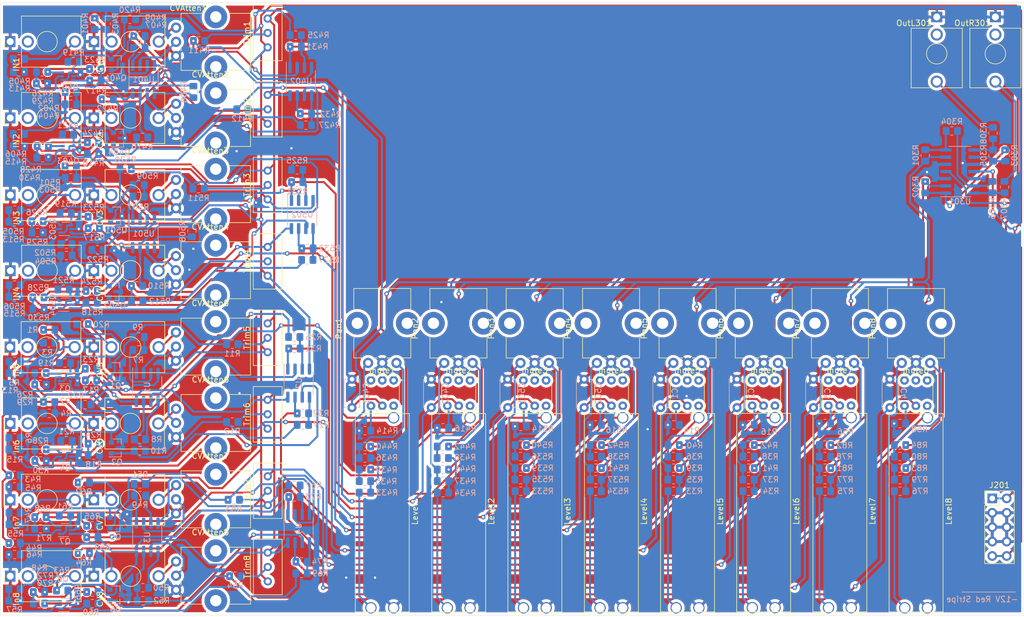
<source format=kicad_pcb>
(kicad_pcb (version 20211014) (generator pcbnew)
  (layers (0 "F.Cu" signal) (31 "B.Cu" signal) (34 "B.Paste" user) (35 "F.Paste" user) (36 "B.SilkS" user "B.Silkscreen") (37 "F.SilkS" user "F.Silkscreen") (38 "B.Mask" user) (39 "F.Mask" user) (44 "Edge.Cuts" user))
  (net 0 "")
  (net 1 "GND")
  (net 2 "-12V")
  (net 3 "+12V")
  (net 4 "Net-(Level1-Pad2)")
  (net 5 "Net-(C401-Pad1)")
  (net 6 "Net-(C402-Pad1)")
  (net 7 "Net-(OutL301-PadT)")
  (net 8 "Net-(OutR301-PadT)")
  (net 9 "Net-(Q402-Pad6)")
  (net 10 "Net-(Q402-Pad1)")
  (net 11 "Net-(Q402-Pad2)")
  (net 12 "Net-(Q402-Pad3)")
  (net 13 "Net-(Q403-Pad6)")
  (net 14 "Net-(Q403-Pad1)")
  (net 15 "Net-(Q403-Pad2)")
  (net 16 "Net-(Q403-Pad3)")
  (net 17 "Level1R")
  (net 18 "Net-(R301-Pad1)")
  (net 19 "Level1L")
  (net 20 "Net-(R302-Pad1)")
  (net 21 "Net-(R303-Pad1)")
  (net 22 "Net-(R304-Pad1)")
  (net 23 "Net-(R305-Pad1)")
  (net 24 "Net-(R306-Pad1)")
  (net 25 "Net-(R407-Pad2)")
  (net 26 "Net-(R407-Pad1)")
  (net 27 "Net-(R408-Pad2)")
  (net 28 "Net-(R408-Pad1)")
  (net 29 "Net-(R411-Pad2)")
  (net 30 "Net-(R412-Pad2)")
  (net 31 "Net-(R414-Pad2)")
  (net 32 "Net-(R416-Pad2)")
  (net 33 "Net-(R425-Pad1)")
  (net 34 "Net-(R426-Pad1)")
  (net 35 "Net-(R427-Pad1)")
  (net 36 "Net-(R428-Pad1)")
  (net 37 "Net-(R433-Pad2)")
  (net 38 "Net-(R434-Pad2)")
  (net 39 "Net-(CV1-PadT)")
  (net 40 "Net-(CV1-PadTN)")
  (net 41 "Net-(CV2-PadT)")
  (net 42 "Net-(CV2-PadTN)")
  (net 43 "Net-(IN1-PadT)")
  (net 44 "Net-(IN2-PadT)")
  (net 45 "Net-(Level1-Pad3)")
  (net 46 "Net-(Level2-Pad3)")
  (net 47 "Net-(Level2-Pad2)")
  (net 48 "Net-(Pan1-Pad1)")
  (net 49 "Net-(Pan1-Pad3)")
  (net 50 "Net-(Pan2-Pad1)")
  (net 51 "Net-(Pan2-Pad3)")
  (net 52 "Net-(C501-Pad1)")
  (net 53 "Net-(C502-Pad1)")
  (net 54 "Net-(Q401-Pad2)")
  (net 55 "Net-(Q404-Pad2)")
  (net 56 "Net-(Q501-Pad2)")
  (net 57 "Net-(Q502-Pad2)")
  (net 58 "Net-(Q503-Pad6)")
  (net 59 "Net-(Q503-Pad1)")
  (net 60 "Net-(Q503-Pad2)")
  (net 61 "Net-(Q503-Pad3)")
  (net 62 "Net-(Q504-Pad6)")
  (net 63 "Net-(Q504-Pad1)")
  (net 64 "Net-(Q504-Pad2)")
  (net 65 "Net-(Q504-Pad3)")
  (net 66 "Net-(R507-Pad2)")
  (net 67 "Net-(R507-Pad1)")
  (net 68 "Net-(R508-Pad2)")
  (net 69 "Net-(R508-Pad1)")
  (net 70 "Net-(R511-Pad2)")
  (net 71 "Net-(R512-Pad2)")
  (net 72 "Net-(R514-Pad2)")
  (net 73 "Net-(R516-Pad2)")
  (net 74 "Net-(R525-Pad1)")
  (net 75 "Net-(R526-Pad1)")
  (net 76 "Net-(R527-Pad1)")
  (net 77 "Net-(R528-Pad1)")
  (net 78 "Net-(R533-Pad2)")
  (net 79 "Net-(R534-Pad2)")
  (net 80 "Net-(C1-Pad1)")
  (net 81 "Net-(C2-Pad1)")
  (net 82 "Net-(CV3-PadT)")
  (net 83 "Net-(CV3-PadTN)")
  (net 84 "Net-(CV4-PadT)")
  (net 85 "Net-(CV4-PadTN)")
  (net 86 "Net-(CV5-PadT)")
  (net 87 "Net-(CV5-PadTN)")
  (net 88 "Net-(CV6-PadT)")
  (net 89 "Net-(CV6-PadTN)")
  (net 90 "Net-(CVAtten1-Pad2)")
  (net 91 "Net-(CVAtten2-Pad2)")
  (net 92 "Net-(IN3-PadT)")
  (net 93 "Net-(IN4-PadT)")
  (net 94 "Net-(In5-PadT)")
  (net 95 "Net-(In6-PadT)")
  (net 96 "Net-(Level3-Pad3)")
  (net 97 "Net-(Level3-Pad2)")
  (net 98 "Net-(Level4-Pad3)")
  (net 99 "Net-(Level4-Pad2)")
  (net 100 "Net-(Level5-Pad3)")
  (net 101 "Net-(Level5-Pad2)")
  (net 102 "Net-(Level6-Pad3)")
  (net 103 "Net-(Level6-Pad2)")
  (net 104 "Net-(R16-Pad2)")
  (net 105 "Net-(Pan3-Pad1)")
  (net 106 "Net-(Pan3-Pad3)")
  (net 107 "Net-(Pan4-Pad1)")
  (net 108 "Net-(Pan4-Pad3)")
  (net 109 "Net-(Pan5-Pad1)")
  (net 110 "Net-(Pan5-Pad3)")
  (net 111 "Net-(Pan6-Pad1)")
  (net 112 "Net-(Pan6-Pad3)")
  (net 113 "Net-(Q1-Pad2)")
  (net 114 "Net-(Q2-Pad2)")
  (net 115 "Net-(Q3-Pad6)")
  (net 116 "Net-(Q3-Pad1)")
  (net 117 "Net-(Q3-Pad2)")
  (net 118 "Net-(Q3-Pad3)")
  (net 119 "Net-(Q4-Pad6)")
  (net 120 "Net-(Q4-Pad1)")
  (net 121 "Net-(Q4-Pad2)")
  (net 122 "Net-(Q4-Pad3)")
  (net 123 "Net-(R7-Pad2)")
  (net 124 "Net-(R7-Pad1)")
  (net 125 "Net-(R8-Pad2)")
  (net 126 "Net-(R10-Pad2)")
  (net 127 "Net-(R11-Pad2)")
  (net 128 "Net-(R12-Pad2)")
  (net 129 "Net-(R14-Pad2)")
  (net 130 "Net-(R25-Pad1)")
  (net 131 "Net-(R26-Pad1)")
  (net 132 "Net-(R27-Pad1)")
  (net 133 "Net-(R28-Pad1)")
  (net 134 "Net-(R33-Pad2)")
  (net 135 "Net-(R34-Pad2)")
  (net 136 "Net-(CVAtten3-Pad2)")
  (net 137 "Net-(CVAtten4-Pad2)")
  (net 138 "Net-(CVAtten5-Pad2)")
  (net 139 "Net-(CVAtten6-Pad2)")
  (net 140 "Net-(C3-Pad1)")
  (net 141 "Net-(C4-Pad1)")
  (net 142 "Net-(CV7-PadT)")
  (net 143 "Net-(CV7-PadTN)")
  (net 144 "Net-(CV8-PadT)")
  (net 145 "Net-(CV8-PadTN)")
  (net 146 "Net-(CVAtten7-Pad2)")
  (net 147 "Net-(CVAtten8-Pad2)")
  (net 148 "Net-(In7-PadT)")
  (net 149 "Net-(In8-PadT)")
  (net 150 "Net-(Level7-Pad3)")
  (net 151 "Net-(Level7-Pad2)")
  (net 152 "Net-(Level8-Pad3)")
  (net 153 "Net-(Level8-Pad2)")
  (net 154 "Net-(R56-Pad2)")
  (net 155 "Net-(R58-Pad2)")
  (net 156 "Net-(Pan7-Pad1)")
  (net 157 "Net-(Pan7-Pad3)")
  (net 158 "Net-(Pan8-Pad1)")
  (net 159 "Net-(Pan8-Pad3)")
  (net 160 "Net-(Q5-Pad2)")
  (net 161 "Net-(Q6-Pad2)")
  (net 162 "Net-(Q7-Pad6)")
  (net 163 "Net-(Q7-Pad1)")
  (net 164 "Net-(Q7-Pad2)")
  (net 165 "Net-(Q7-Pad3)")
  (net 166 "Net-(Q8-Pad6)")
  (net 167 "Net-(Q8-Pad1)")
  (net 168 "Net-(Q8-Pad2)")
  (net 169 "Net-(Q8-Pad3)")
  (net 170 "Net-(R49-Pad2)")
  (net 171 "Net-(R49-Pad1)")
  (net 172 "Net-(R50-Pad2)")
  (net 173 "Net-(R50-Pad1)")
  (net 174 "Net-(R53-Pad2)")
  (net 175 "Net-(R54-Pad2)")
  (net 176 "Net-(R67-Pad1)")
  (net 177 "Net-(R68-Pad1)")
  (net 178 "Net-(R69-Pad1)")
  (net 179 "Net-(R70-Pad1)")
  (net 180 "Net-(R75-Pad2)")
  (net 181 "Net-(R76-Pad2)")
  (footprint "Connector_Audio:Jack_3.5mm_QingPu_WQP-PJ398SM_Vertical_CircularHoles" (layer "F.Cu") (at 41.94 32.258 90)
    (fp_text reference "CV1")
    (fp_text value "AudioJack2_SwitchT")
  )
  (footprint "Connector_Audio:Jack_3.5mm_QingPu_WQP-PJ398SM_Vertical_CircularHoles" (layer "F.Cu") (at 41.91 45.72 90)
    (fp_text reference "CV2")
    (fp_text value "AudioJack2_Switch")
  )
  (footprint "Connector_Audio:Jack_3.5mm_QingPu_WQP-PJ398SM_Vertical_CircularHoles" (layer "F.Cu") (at 41.91 59.309 90)
    (fp_text reference "CV3")
    (fp_text value "AudioJack2_SwitchT")
  )
  (footprint "Connector_Audio:Jack_3.5mm_QingPu_WQP-PJ398SM_Vertical_CircularHoles" (layer "F.Cu") (at 41.91 86.106 90)
    (fp_text reference "CV5")
    (fp_text value "AudioJack2_SwitchT")
  )
  (footprint "Connector_Audio:Jack_3.5mm_QingPu_WQP-PJ398SM_Vertical_CircularHoles" (layer "F.Cu") (at 41.858 99.568 90)
    (fp_text reference "CV6")
    (fp_text value "AudioJack2_SwitchT")
  )
  (footprint "Connector_Audio:Jack_3.5mm_QingPu_WQP-PJ398SM_Vertical_CircularHoles" (layer "F.Cu") (at 41.91 113.03 90)
    (fp_text reference "CV7")
    (fp_text value "AudioJack2_SwitchT")
  )
  (footprint "Connector_Audio:Jack_3.5mm_QingPu_WQP-PJ398SM_Vertical_CircularHoles" (layer "F.Cu") (at 41.91 126.492 90)
    (fp_text reference "CV8")
    (fp_text value "AudioJack2_SwitchT")
  )
  (footprint "Potentiometer_THT:Potentiometer_Alps_RK09K_Single_Vertical" (layer "F.Cu") (at 56.388 34.798)
    (fp_text reference "CVAtten1")
    (fp_text value "100K")
  )
  (footprint "Potentiometer_THT:Potentiometer_Alps_RK09K_Single_Vertical" (layer "F.Cu") (at 56.388 48.22)
    (fp_text reference "CVAtten2")
    (fp_text value "100K")
  )
  (footprint "Potentiometer_THT:Potentiometer_Alps_RK09K_Single_Vertical" (layer "F.Cu") (at 56.373 61.637)
    (fp_text reference "CVAtten3")
    (fp_text value "100K")
  )
  (footprint "Potentiometer_THT:Potentiometer_Alps_RK09K_Single_Vertical" (layer "F.Cu") (at 56.373 75.057)
    (fp_text reference "CVAtten4")
    (fp_text value "100K")
  )
  (footprint "Potentiometer_THT:Potentiometer_Alps_RK09K_Single_Vertical" (layer "F.Cu") (at 56.373 88.519)
    (fp_text reference "CVAtten5")
    (fp_text value "100K")
  )
  (footprint "Potentiometer_THT:Potentiometer_Alps_RK09K_Single_Vertical" (layer "F.Cu") (at 56.388 101.981)
    (fp_text reference "CVAtten6")
    (fp_text value "100K")
  )
  (footprint "Potentiometer_THT:Potentiometer_Alps_RK09K_Single_Vertical" (layer "F.Cu") (at 56.388 115.443)
    (fp_text reference "CVAtten7")
    (fp_text value "100K")
  )
  (footprint "Potentiometer_THT:Potentiometer_Alps_RK09K_Single_Vertical" (layer "F.Cu") (at 56.388 128.905)
    (fp_text reference "CVAtten8")
    (fp_text value "100K")
  )
  (footprint "Connector_Audio:Jack_3.5mm_QingPu_WQP-PJ398SM_Vertical_CircularHoles" (layer "F.Cu") (at 27.178 32.258 90)
    (fp_text reference "IN1")
    (fp_text value "AudioJack2_SwitchT")
  )
  (footprint "Connector_Audio:Jack_3.5mm_QingPu_WQP-PJ398SM_Vertical_CircularHoles" (layer "F.Cu") (at 27.178 45.72 90)
    (fp_text reference "IN2")
    (fp_text value "AudioJack2_SwitchT")
  )
  (footprint "Connector_Audio:Jack_3.5mm_QingPu_WQP-PJ398SM_Vertical_CircularHoles" (layer "F.Cu") (at 27.208 59.309 90)
    (fp_text reference "IN3")
    (fp_text value "AudioJack2_SwitchT")
  )
  (footprint "Connector_Audio:Jack_3.5mm_QingPu_WQP-PJ398SM_Vertical_CircularHoles" (layer "F.Cu") (at 27.208 72.644 90)
    (fp_text reference "IN4")
    (fp_text value "AudioJack2_SwitchT")
  )
  (footprint "Connector_Audio:Jack_3.5mm_QingPu_WQP-PJ398SM_Vertical_CircularHoles" (layer "F.Cu") (at 27.178 113.03 90)
    (fp_text reference "In7")
    (fp_text value "AudioJack2_SwitchT")
  )
  (footprint "Connector_Audio:Jack_3.5mm_QingPu_WQP-PJ398SM_Vertical_CircularHoles" (layer "F.Cu") (at 27.178 126.492 90)
    (fp_text reference "In8")
    (fp_text value "AudioJack2_SwitchT")
  )
  (footprint "Connector_PinHeader_2.54mm:PinHeader_2x05_P2.54mm_Vertical" (layer "F.Cu") (at 200.152 112.776)
    (fp_text reference "J201")
    (fp_text value "Conn_02x05_Odd_Even")
  )
  (footprint "MixerFootprints:A-330-6mm-dpdt" (layer "F.Cu") (at 92.71 94.2086)
    (fp_text reference "mute1")
    (fp_text value "SW_DPDT_x2")
  )
  (footprint "MixerFootprints:A-330-6mm-dpdt" (layer "F.Cu") (at 106.172 94.2086)
    (fp_text reference "mute2")
    (fp_text value "SW_DPDT_x2")
  )
  (footprint "MixerFootprints:A-330-6mm-dpdt" (layer "F.Cu") (at 119.5578 94.2192)
    (fp_text reference "mute3")
    (fp_text value "SW_DPDT_x2")
  )
  (footprint "MixerFootprints:A-330-6mm-dpdt" (layer "F.Cu") (at 133.0706 94.2086)
    (fp_text reference "mute4")
    (fp_text value "SW_DPDT_x2")
  )
  (footprint "MixerFootprints:A-330-6mm-dpdt" (layer "F.Cu") (at 146.431 94.2192)
    (fp_text reference "mute5")
    (fp_text value "mute5")
  )
  (footprint "MixerFootprints:A-330-6mm-dpdt" (layer "F.Cu") (at 159.8676 94.1938)
    (fp_text reference "mute6")
    (fp_text value "SW_DPDT_x2")
  )
  (footprint "MixerFootprints:A-330-6mm-dpdt" (layer "F.Cu") (at 173.2788 94.1832)
    (fp_text reference "mute7")
    (fp_text value "mute7")
  )
  (footprint "MixerFootprints:A-330-6mm-dpdt" (layer "F.Cu") (at 186.69 94.2192)
    (fp_text reference "mute8")
    (fp_text value "SW_DPDT_x2")
  )
  (footprint "Connector_Audio:Jack_3.5mm_QingPu_WQP-PJ398SM_Vertical_CircularHoles" (layer "F.Cu") (at 190.373 27.913)
    (fp_text reference "OutL301")
    (fp_text value "AudioJack2_SwitchT")
  )
  (footprint "Connector_Audio:Jack_3.5mm_QingPu_WQP-PJ398SM_Vertical_CircularHoles" (layer "F.Cu") (at 200.699 27.913)
    (fp_text reference "OutR301")
    (fp_text value "AudioJack2_SwitchT")
  )
  (footprint "Potentiometer_THT:Potentiometer_Alps_RK09K_Single_Vertical" (layer "F.Cu") (at 95.21 88.9 90)
    (fp_text reference "Pan1")
    (fp_text value "100K")
  )
  (footprint "Potentiometer_THT:Potentiometer_Alps_RK09K_Single_Vertical" (layer "F.Cu") (at 108.6212 88.9048 90)
    (fp_text reference "Pan2")
    (fp_text value "100K")
  )
  (footprint "Potentiometer_THT:Potentiometer_Alps_RK09K_Single_Vertical" (layer "F.Cu") (at 122.0578 88.9048 90)
    (fp_text reference "Pan3")
    (fp_text value "100K")
  )
  (footprint "Potentiometer_THT:Potentiometer_Alps_RK09K_Single_Vertical" (layer "F.Cu") (at 135.509 88.9 90)
    (fp_text reference "Pan4")
    (fp_text value "100K")
  )
  (footprint "Potentiometer_THT:Potentiometer_Alps_RK09K_Single_Vertical" (layer "F.Cu") (at 148.9818 88.9 90)
    (fp_text reference "Pan5")
    (fp_text value "100K")
  )
  (footprint "Potentiometer_THT:Potentiometer_Alps_RK09K_Single_Vertical" (layer "F.Cu") (at 162.4076 88.9 90)
    (fp_text reference "Pan6")
    (fp_text value "100K")
  )
  (footprint "Potentiometer_THT:Potentiometer_Alps_RK09K_Single_Vertical" (layer "F.Cu") (at 175.8188 88.9 90)
    (fp_text reference "Pan7")
    (fp_text value "100K")
  )
  (footprint "Potentiometer_THT:Potentiometer_Alps_RK09K_Single_Vertical" (layer "F.Cu") (at 189.2154 88.9048 90)
    (fp_text reference "Pan8")
    (fp_text value "100K")
  )
  (footprint "Potentiometer_THT:Potentiometer_Bourns_3296W_Vertical" (layer "F.Cu") (at 72.517 41.656 90)
    (fp_text reference "Trim2")
    (fp_text value "100K")
  )
  (footprint "Potentiometer_THT:Potentiometer_Bourns_3296W_Vertical" (layer "F.Cu") (at 72.517 54.991 90)
    (fp_text reference "Trim3")
    (fp_text value "100K")
  )
  (footprint "Potentiometer_THT:Potentiometer_Bourns_3296W_Vertical" (layer "F.Cu") (at 72.517 68.453 90)
    (fp_text reference "Trim4")
    (fp_text value "100K")
  )
  (footprint "Potentiometer_THT:Potentiometer_Bourns_3296W_Vertical" (layer "F.Cu") (at 72.513103 81.930957 90)
    (fp_text reference "Trim5")
    (fp_text value "100K")
  )
  (footprint "Potentiometer_THT:Potentiometer_Bourns_3296W_Vertical" (layer "F.Cu") (at 72.513103 95.405519 90)
    (fp_text reference "Trim6")
    (fp_text value "100K")
  )
  (footprint "Potentiometer_THT:Potentiometer_Bourns_3296W_Vertical" (layer "F.Cu") (at 72.539823 108.889682 90)
    (fp_text reference "Trim7")
    (fp_text value "100K")
  )
  (footprint "Potentiometer_THT:Potentiometer_Bourns_3296W_Vertical" (layer "F.Cu") (at 72.539823 122.33201 90)
    (fp_text reference "Trim8")
    (fp_text value "100K")
  )
  (footprint "Potentiometer_THT:Potentiometer_Bourns_3296W_Vertical" (layer "F.Cu") (at 72.517 28.194 90)
    (fp_text reference "Trim1")
    (fp_text value "100K")
  )
  (footprint "Connector_Audio:Jack_3.5mm_QingPu_WQP-PJ398SM_Vertical_CircularHoles" (layer "F.Cu") (at 41.91 72.644 90)
    (fp_text reference "CV4")
    (fp_text value "AudioJack2_Switch")
  )
  (footprint "Connector_Audio:Jack_3.5mm_QingPu_WQP-PJ398SM_Vertical_CircularHoles" (layer "F.Cu") (at 27.178 99.568 90)
    (fp_text reference "In6")
    (fp_text value "AudioJack2_SwitchT")
  )
  (footprint "Connector_Audio:Jack_3.5mm_QingPu_WQP-PJ398SM_Vertical_CircularHoles" (layer "F.Cu") (at 27.126 86.106 90)
    (fp_text reference "In5")
    (fp_text value "AudioJack2_SwitchT")
  )
  (footprint "MixerFootprints:A-1623_SlidePot" (layer "F.Cu") (at 159.8864 115.2906 90)
    (fp_text reference "Level6")
    (fp_text value "100K")
  )
  (footprint "MixerFootprints:A-1623_SlidePot" (layer "F.Cu") (at 146.4752 115.316 90)
    (fp_text reference "Level5")
    (fp_text value "100K")
  )
  (footprint "MixerFootprints:A-1623_SlidePot" (layer "F.Cu") (at 119.5832 115.316 90)
    (fp_text reference "Level3")
    (fp_text value "100K")
  )
  (footprint "MixerFootprints:A-1623_SlidePot" (layer "F.Cu") (at 106.172 115.316 90)
    (fp_text reference "Level2")
    (fp_text value "100K")
  )
  (footprint "MixerFootprints:A-1623_SlidePot" (layer "F.Cu") (at 92.71 115.316 90)
    (fp_text reference "Level1")
    (fp_text value "100K")
  )
  (footprint "MixerFootprints:A-1623_SlidePot" (layer "F.Cu") (at 133.064 115.316 90)
    (fp_text reference "Level4")
    (fp_text value "100K")
  )
  (footprint "MixerFootprints:A-1623_SlidePot" (layer "F.Cu") (at 173.3042 115.2906 90)
    (fp_text reference "Level7")
    (fp_text value "100K")
  )
  (footprint "MixerFootprints:A-1623_SlidePot" (layer "F.Cu") (at 186.7342 115.316 90)
    (fp_text reference "Level8")
    (fp_text value "100K")
  )
  (footprint "Capacitor_THT:C_Disc_D4.7mm_W2.5mm_P5.00mm" (layer "B.Cu") (at 141.732 96.774 90)
    (fp_text reference "C1")
    (fp_text value "C")
  )
  (footprint "Capacitor_THT:C_Disc_D4.7mm_W2.5mm_P5.00mm" (layer "B.Cu") (at 155.194 96.774 90)
    (fp_text reference "C2")
    (fp_text value "C")
  )
  (footprint "Capacitor_THT:C_Disc_D4.7mm_W2.5mm_P5.00mm" (layer "B.Cu") (at 168.656 96.774 90)
    (fp_text reference "C3")
    (fp_text value "C")
  )
  (footprint "Capacitor_THT:C_Disc_D4.7mm_W2.5mm_P5.00mm" (layer "B.Cu") (at 182.118 96.774 90)
    (fp_text reference "C4")
    (fp_text value "C")
  )
  (footprint "Capacitor_THT:C_Disc_D4.7mm_W2.5mm_P5.00mm" (layer "B.Cu") (at 114.808 96.774 90)
    (fp_text reference "C501")
    (fp_text value "C")
  )
  (footprint "Capacitor_THT:C_Disc_D4.7mm_W2.5mm_P5.00mm" (layer "B.Cu") (at 128.27 96.774 90)
    (fp_text reference "C502")
    (fp_text value "C")
  )
  (footprint "Package_TO_SOT_SMD:SOT-23" (layer "B.Cu") (at 45.72 90.424)
    (fp_text reference "Q1")
    (fp_text value "MMBT3904")
  )
  (footprint "Package_TO_SOT_SMD:SOT-23" (layer "B.Cu") (at 45.974 103.886)
    (fp_text reference "Q2")
    (fp_text value "MMBT3904")
  )
  (footprint "Package_TO_SOT_SMD:SOT-363_SC-70-6" (layer "B.Cu") (at 36.83 91.44)
    (fp_text reference "Q3")
    (fp_text value "MBT3904DW1")
  )
  (footprint "Package_TO_SOT_SMD:SOT-363_SC-70-6" (layer "B.Cu") (at 36.896 105.41)
    (fp_text reference "Q4")
    (fp_text value "MBT3904DW1")
  )
  (footprint "Package_TO_SOT_SMD:SOT-23" (layer "B.Cu") (at 45.736 117.094)
    (fp_text reference "Q5")
    (fp_text value "MMBT3904")
  )
  (footprint "Package_TO_SOT_SMD:SOT-23" (layer "B.Cu") (at 45.736 129.794)
    (fp_text reference "Q6")
    (fp_text value "MMBT3904")
  )
  (footprint "Package_TO_SOT_SMD:SOT-363_SC-70-6" (layer "B.Cu") (at 36.83 118.364)
    (fp_text reference "Q7")
    (fp_text value "MBT3904DW1")
  )
  (footprint "Package_TO_SOT_SMD:SOT-363_SC-70-6" (layer "B.Cu") (at 36.896 131.572)
    (fp_text reference "Q8")
    (fp_text value "MBT3904DW1")
  )
  (footprint "Package_TO_SOT_SMD:SOT-23" (layer "B.Cu") (at 45.974 36.322)
    (fp_text reference "Q401")
    (fp_text value "MMBT3904")
  )
  (footprint "Package_TO_SOT_SMD:SOT-363_SC-70-6" (layer "B.Cu") (at 37.277 38.354)
    (fp_text reference "Q402")
    (fp_text value "MBT3904DW1")
  )
  (footprint "Package_TO_SOT_SMD:SOT-23" (layer "B.Cu") (at 46.355 49.276)
    (fp_text reference "Q404")
    (fp_text value "MMBT3904")
  )
  (footprint "Package_TO_SOT_SMD:SOT-23" (layer "B.Cu") (at 45.847 62.992)
    (fp_text reference "Q501")
    (fp_text value "MMBT3904")
  )
  (footprint "Package_TO_SOT_SMD:SOT-23" (layer "B.Cu") (at 45.593 76.327)
    (fp_text reference "Q502")
    (fp_text value "MMBT3904")
  )
  (footprint "Package_TO_SOT_SMD:SOT-363_SC-70-6" (layer "B.Cu") (at 36.957 65.278)
    (fp_text reference "Q503")
    (fp_text value "MBT3904DW1")
  )
  (footprint "Package_TO_SOT_SMD:SOT-363_SC-70-6" (layer "B.Cu") (at 36.83 78.613)
    (fp_text reference "Q504")
    (fp_text value "MBT3904DW1")
  )
  (footprint "Resistor_SMD:R_0805_2012Metric_Pad1.20x1.40mm_HandSolder" (layer "B.Cu") (at 34.052 83.058)
    (fp_text reference "R1")
    (fp_text value "220K")
  )
  (footprint "Resistor_SMD:R_0805_2012Metric_Pad1.20x1.40mm_HandSolder" (layer "B.Cu") (at 34.036 95.758)
    (fp_text reference "R2")
    (fp_text value "220K")
  )
  (footprint "Resistor_SMD:R_0805_2012Metric_Pad1.20x1.40mm_HandSolder" (layer "B.Cu") (at 34.02 85.344 180)
    (fp_text reference "R3")
    (fp_text value "100K")
  )
  (footprint "Resistor_SMD:R_0805_2012Metric_Pad1.20x1.40mm_HandSolder" (layer "B.Cu") (at 34.036 97.79 180)
    (fp_text reference "R4")
    (fp_text value "100K")
  )
  (footprint "Resistor_SMD:R_0805_2012Metric_Pad1.20x1.40mm_HandSolder" (layer "B.Cu") (at 27.956 88.646)
    (fp_text reference "R5")
    (fp_text value "220K")
  )
  (footprint "Resistor_SMD:R_0805_2012Metric_Pad1.20x1.40mm_HandSolder" (layer "B.Cu") (at 27.94 102.108)
    (fp_text reference "R6")
    (fp_text value "220K")
  )
  (footprint "Resistor_SMD:R_0805_2012Metric_Pad1.20x1.40mm_HandSolder" (layer "B.Cu") (at 49.768 86.614 180)
    (fp_text reference "R7")
    (fp_text value "47K")
  )
  (footprint "Resistor_SMD:R_0805_2012Metric_Pad1.20x1.40mm_HandSolder" (layer "B.Cu") (at 50.022 102.362)
    (fp_text reference "R8")
    (fp_text value "47K")
  )
  (footprint "Resistor_SMD:R_0805_2012Metric_Pad1.20x1.40mm_HandSolder" (layer "B.Cu") (at 49.784 84.328)
    (fp_text reference "R9")
    (fp_text value "22K")
  )
  (footprint "Resistor_SMD:R_0805_2012Metric_Pad1.20x1.40mm_HandSolder" (layer "B.Cu") (at 50.022 104.394)
    (fp_text reference "R10")
    (fp_text value "22K")
  )
  (footprint "Resistor_SMD:R_0805_2012Metric_Pad1.20x1.40mm_HandSolder" (layer "B.Cu") (at 66.294 85.598)
    (fp_text reference "R11")
    (fp_text value "22K")
  )
  (footprint "Resistor_SMD:R_0805_2012Metric_Pad1.20x1.40mm_HandSolder" (layer "B.Cu") (at 66.294 99.314)
    (fp_text reference "R12")
    (fp_text value "22K")
  )
  (footprint "Resistor_SMD:R_0805_2012Metric_Pad1.20x1.40mm_HandSolder" (layer "B.Cu") (at 27.956 90.678 180)
    (fp_text reference "R13")
    (fp_text value "1K")
  )
  (footprint "Resistor_SMD:R_0805_2012Metric_Pad1.20x1.40mm_HandSolder" (layer "B.Cu") (at 144.034 99.822)
    (fp_text reference "R14")
    (fp_text value "1K")
  )
  (footprint "Resistor_SMD:R_0805_2012Metric_Pad1.20x1.40mm_HandSolder" (layer "B.Cu") (at 27.94 104.14 180)
    (fp_text reference "R15")
    (fp_text value "1K")
  )
  (footprint "Resistor_SMD:R_0805_2012Metric_Pad1.20x1.40mm_HandSolder" (layer "B.Cu") (at 157.242 99.822)
    (fp_text reference "R16")
    (fp_text value "1K")
  )
  (footprint "Resistor_SMD:R_0805_2012Metric_Pad1.20x1.40mm_HandSolder" (layer "B.Cu") (at 41.418 91.948 180)
    (fp_text reference "R17")
    (fp_text value "10K")
  )
  (footprint "Resistor_SMD:R_0805_2012Metric_Pad1.20x1.40mm_HandSolder" (layer "B.Cu") (at 41.894 105.156)
    (fp_text reference "R18")
    (fp_text value "10K")
  )
  (footprint "Resistor_SMD:R_0805_2012Metric_Pad1.20x1.40mm_HandSolder" (layer "B.Cu") (at 36.83 88.9 180)
    (fp_text reference "R19")
    (fp_text value "22K")
  )
  (footprint "Resistor_SMD:R_0805_2012Metric_Pad1.20x1.40mm_HandSolder" (layer "B.Cu") (at 39.894 82.042 180)
    (fp_text reference "R20")
    (fp_text value "10K")
  )
  (footprint "Resistor_SMD:R_0805_2012Metric_Pad1.20x1.40mm_HandSolder" (layer "B.Cu") (at 37.1 102.616 180)
    (fp_text reference "R21")
    (fp_text value "22K")
  )
  (footprint "Resistor_SMD:R_0805_2012Metric_Pad1.20x1.40mm_HandSolder" (layer "B.Cu") (at 40.386 96.266 180)
    (fp_text reference "R22")
    (fp_text value "10K")
  )
  (footprint "Resistor_SMD:R_0805_2012Metric_Pad1.20x1.40mm_HandSolder" (layer "B.Cu") (at 41.402 89.916 180)
    (fp_text reference "R23")
    (fp_text value "10K")
  )
  (footprint "Resistor_SMD:R_0805_2012Metric_Pad1.20x1.40mm_HandSolder" (layer "B.Cu") (at 41.91 103.124)
    (fp_text reference "R24")
    (fp_text value "10K")
  )
  (footprint "Resistor_SMD:R_0805_2012Metric_Pad1.20x1.40mm_HandSolder" (layer "B.Cu") (at 77.2 84.328 180)
    (fp_text reference "R25")
    (fp_text value "10K")
  )
  (footprint "Resistor_SMD:R_0805_2012Metric_Pad1.20x1.40mm_HandSolder" (layer "B.Cu") (at 32.496 90.678)
    (fp_text reference "R26")
    (fp_text value "10K")
  )
  (footprint "Resistor_SMD:R_0805_2012Metric_Pad1.20x1.40mm_HandSolder" (layer "B.Cu") (at 78.724 99.822 180)
    (fp_text reference "R27")
    (fp_text value "10K")
  )
  (footprint "Resistor_SMD:R_0805_2012Metric_Pad1.20x1.40mm_HandSolder" (layer "B.Cu") (at 32.512 104.14)
    (fp_text reference "R28")
    (fp_text value "10K")
  )
  (footprint "Resistor_SMD:R_0805_2012Metric_Pad1.20x1.40mm_HandSolder" (layer "B.Cu") (at 32.496 92.71 180)
    (fp_text reference "R29")
    (fp_text value "220K")
  )
  (footprint "Resistor_SMD:R_0805_2012Metric_Pad1.20x1.40mm_HandSolder" (layer "B.Cu") (at 32.512 106.172 180)
    (fp_text reference "R30")
    (fp_text value "220K")
  )
  (footprint "Resistor_SMD:R_0805_2012Metric_Pad1.20x1.40mm_HandSolder" (layer "B.Cu") (at 77.232 86.36)
    (fp_text reference "R31")
    (fp_text value "220K")
  )
  (footprint "Resistor_SMD:R_0805_2012Metric_Pad1.20x1.40mm_HandSolder" (layer "B.Cu") (at 78.724 97.79)
    (fp_text reference "R32")
    (fp_text value "220K")
  )
  (footprint "Resistor_SMD:R_0805_2012Metric_Pad1.20x1.40mm_HandSolder" (layer "B.Cu") (at 144.034 111.506)
    (fp_text reference "R33")
    (fp_text value "220K")
  )
  (footprint "Resistor_SMD:R_0805_2012Metric_Pad1.20x1.40mm_HandSolder" (layer "B.Cu") (at 157.226 111.506)
    (fp_text reference "R34")
    (fp_text value "220K")
  )
  (footprint "Resistor_SMD:R_0805_2012Metric_Pad1.20x1.40mm_HandSolder" (layer "B.Cu") (at 144.002 109.474 180)
    (fp_text reference "R35")
    (fp_text value "22K")
  )
  (footprint "Resistor_SMD:R_0805_2012Metric_Pad1.20x1.40mm_HandSolder" (layer "B.Cu") (at 144.002 105.41 180)
    (fp_text reference "R36")
    (fp_text value "22K")
  )
  (footprint "Resistor_SMD:R_0805_2012Metric_Pad1.20x1.40mm_HandSolder" (layer "B.Cu") (at 157.21 109.474 180)
    (fp_text reference "R37")
    (fp_text value "22K")
  )
  (footprint "Resistor_SMD:R_0805_2012Metric_Pad1.20x1.40mm_HandSolder" (layer "B.Cu") (at 157.226 105.41 180)
    (fp_text reference "R38")
    (fp_text value "22K")
  )
  (footprint "Resistor_SMD:R_0805_2012Metric_Pad1.20x1.40mm_HandSolder" (layer "B.Cu") (at 144.018 107.442)
    (fp_text reference "R39")
    (fp_text value "22K")
  )
  (footprint "Resistor_SMD:R_0805_2012Metric_Pad1.20x1.40mm_HandSolder" (layer "B.Cu") (at 144.034 103.378)
    (fp_text reference "R40")
    (fp_text value "22K")
  )
  (footprint "Resistor_SMD:R_0805_2012Metric_Pad1.20x1.40mm_HandSolder" (layer "B.Cu") (at 157.226 107.442)
    (fp_text reference "R41")
    (fp_text value "22K")
  )
  (footprint "Resistor_SMD:R_0805_2012Metric_Pad1.20x1.40mm_HandSolder" (layer "B.Cu") (at 157.226 103.378)
    (fp_text reference "R42")
    (fp_text value "22K")
  )
  (footprint "Resistor_SMD:R_0805_2012Metric_Pad1.20x1.40mm_HandSolder" (layer "B.Cu") (at 27.94 108.712)
    (fp_text reference "R43")
    (fp_text value "220K")
  )
  (footprint "Resistor_SMD:R_0805_2012Metric_Pad1.20x1.40mm_HandSolder" (layer "B.Cu") (at 27.956 120.65)
    (fp_text reference "R44")
    (fp_text value "220K")
  )
  (footprint "Resistor_SMD:R_0805_2012Metric_Pad1.20x1.40mm_HandSolder" (layer "B.Cu") (at 27.94 110.744 180)
    (fp_text reference "R45")
    (fp_text value "100K")
  )
  (footprint "Resistor_SMD:R_0805_2012Metric_Pad1.20x1.40mm_HandSolder" (layer "B.Cu") (at 27.94 122.682 180)
    (fp_text reference "R46")
    (fp_text value "100K")
  )
  (footprint "Resistor_SMD:R_0805_2012Metric_Pad1.20x1.40mm_HandSolder" (layer "B.Cu") (at 27.956 115.316)
    (fp_text reference "R47")
    (fp_text value "220K")
  )
  (footprint "Resistor_SMD:R_0805_2012Metric_Pad1.20x1.40mm_HandSolder" (layer "B.Cu") (at 27.924 128.778)
    (fp_text reference "R48")
    (fp_text value "220K")
  )
  (footprint "Resistor_SMD:R_0805_2012Metric_Pad1.20x1.40mm_HandSolder" (layer "B.Cu") (at 50.038 112.268)
    (fp_text reference "R49")
    (fp_text value "47K")
  )
  (footprint "Resistor_SMD:R_0805_2012Metric_Pad1.20x1.40mm_HandSolder" (layer "B.Cu") (at 50.546 128.524)
    (fp_text reference "R50")
    (fp_text value "47K")
  )
  (footprint "Resistor_SMD:R_0805_2012Metric_Pad1.20x1.40mm_HandSolder" (layer "B.Cu") (at 50.022 110.236 180)
    (fp_text reference "R51")
    (fp_text value "22K")
  )
  (footprint "Resistor_SMD:R_0805_2012Metric_Pad1.20x1.40mm_HandSolder" (layer "B.Cu") (at 50.546 130.81 180)
    (fp_text reference "R52")
    (fp_text value "22K")
  )
  (footprint "Resistor_SMD:R_0805_2012Metric_Pad1.20x1.40mm_HandSolder" (layer "B.Cu") (at 66.548 113.03)
    (fp_text reference "R53")
    (fp_text value "22K")
  )
  (footprint "Resistor_SMD:R_0805_2012Metric_Pad1.20x1.40mm_HandSolder" (layer "B.Cu") (at 66.818 126.492)
    (fp_text reference "R54")
    (fp_text value "22K")
  )
  (footprint "Resistor_SMD:R_0805_2012Metric_Pad1.20x1.40mm_HandSolder" (layer "B.Cu") (at 27.956 117.348 180)
    (fp_text reference "R55")
    (fp_text value "1K")
  )
  (footprint "Resistor_SMD:R_0805_2012Metric_Pad1.20x1.40mm_HandSolder" (layer "B.Cu") (at 170.688 99.568)
    (fp_text reference "R56")
    (fp_text value "1K")
  )
  (footprint "Resistor_SMD:R_0805_2012Metric_Pad1.20x1.40mm_HandSolder" (layer "B.Cu") (at 27.924 130.81 180)
    (fp_text reference "R57")
    (fp_text value "1K")
  )
  (footprint "Resistor_SMD:R_0805_2012Metric_Pad1.20x1.40mm_HandSolder" (layer "B.Cu") (at 183.896 99.568)
    (fp_text reference "R58")
    (fp_text value "1K")
  )
  (footprint "Resistor_SMD:R_0805_2012Metric_Pad1.20x1.40mm_HandSolder" (layer "B.Cu") (at 41.64 119.634 180)
    (fp_text reference "R59")
    (fp_text value "10K")
  )
  (footprint "Resistor_SMD:R_0805_2012Metric_Pad1.20x1.40mm_HandSolder" (layer "B.Cu") (at 41.64 131.318 180)
    (fp_text reference "R60")
    (fp_text value "10K")
  )
  (footprint "Resistor_SMD:R_0805_2012Metric_Pad1.20x1.40mm_HandSolder" (layer "B.Cu") (at 36.814 115.824 180)
    (fp_text reference "R61")
    (fp_text value "22K")
  )
  (footprint "Resistor_SMD:R_0805_2012Metric_Pad1.20x1.40mm_HandSolder" (layer "B.Cu") (at 40.132 109.982)
    (fp_text reference "R62")
    (fp_text value "10K")
  )
  (footprint "Resistor_SMD:R_0805_2012Metric_Pad1.20x1.40mm_HandSolder" (layer "B.Cu") (at 40.132 122.428)
    (fp_text reference "R64")
    (fp_text value "10K")
  )
  (footprint "Resistor_SMD:R_0805_2012Metric_Pad1.20x1.40mm_HandSolder" (layer "B.Cu") (at 41.64 117.602 180)
    (fp_text reference "R65")
    (fp_text value "10K")
  )
  (footprint "Resistor_SMD:R_0805_2012Metric_Pad1.20x1.40mm_HandSolder" (layer "B.Cu") (at 41.64 129.286 180)
    (fp_text reference "R66")
    (fp_text value "10K")
  )
  (footprint "Resistor_SMD:R_0805_2012Metric_Pad1.20x1.40mm_HandSolder" (layer "B.Cu") (at 77.232 110.49 180)
    (fp_text reference "R67")
    (fp_text value "10K")
  )
  (footprint "Resistor_SMD:R_0805_2012Metric_Pad1.20x1.40mm_HandSolder" (layer "B.Cu") (at 32.496 116.078)
    (fp_text reference "R68")
    (fp_text value "10K")
  )
  (footprint "Resistor_SMD:R_0805_2012Metric_Pad1.20x1.40mm_HandSolder" (layer "B.Cu") (at 78.486 125.984 180)
    (fp_text reference "R69")
    (fp_text value "10K")
  )
  (footprint "Resistor_SMD:R_0805_2012Metric_Pad1.20x1.40mm_HandSolder" (layer "B.Cu") (at 32.242 131.318)
    (fp_text reference "R70")
    (fp_text value "10K")
  )
  (footprint "Resistor_SMD:R_0805_2012Metric_Pad1.20x1.40mm_HandSolder" (layer "B.Cu") (at 32.496 118.11 180)
    (fp_text reference "R71")
    (fp_text value "220K")
  )
  (footprint "Resistor_SMD:R_0805_2012Metric_Pad1.20x1.40mm_HandSolder" (layer "B.Cu") (at 32.242 129.286 180)
    (fp_text reference "R72")
    (fp_text value "220K")
  )
  (footprint "Resistor_SMD:R_0805_2012Metric_Pad1.20x1.40mm_HandSolder" (layer "B.Cu") (at 77.232 112.522)
    (fp_text reference "R73")
    (fp_text value "220K")
  )
  (footprint "Resistor_SMD:R_0805_2012Metric_Pad1.20x1.40mm_HandSolder" (layer "B.Cu") (at 78.502 123.952)
    (fp_text reference "R74")
    (fp_text value "220K")
  )
  (footprint "Resistor_SMD:R_0805_2012Metric_Pad1.20x1.40mm_HandSolder" (layer "B.Cu") (at 170.704 111.506)
    (fp_text reference "R75")
    (fp_text value "220K")
  )
  (footprint "Resistor_SMD:R_0805_2012Metric_Pad1.20x1.40mm_HandSolder" (layer "B.Cu") (at 183.912 111.506)
    (fp_text reference "R76")
    (fp_text value "220K")
  )
  (footprint "Resistor_SMD:R_0805_2012Metric_Pad1.20x1.40mm_HandSolder" (layer "B.Cu") (at 170.688 109.474 180)
    (fp_text reference "R77")
    (fp_text value "22K")
  )
  (footprint "Resistor_SMD:R_0805_2012Metric_Pad1.20x1.40mm_HandSolder" (layer "B.Cu") (at 170.688 105.41 180)
    (fp_text reference "R78")
    (fp_text value "22K")
  )
  (footprint "Resistor_SMD:R_0805_2012Metric_Pad1.20x1.40mm_HandSolder" (layer "B.Cu") (at 183.896 109.474 180)
    (fp_text reference "R79")
    (fp_text value "22K")
  )
  (footprint "Resistor_SMD:R_0805_2012Metric_Pad1.20x1.40mm_HandSolder" (layer "B.Cu") (at 183.88 105.41 180)
    (fp_text reference "R80")
    (fp_text value "22K")
  )
  (footprint "Resistor_SMD:R_0805_2012Metric_Pad1.20x1.40mm_HandSolder" (layer "B.Cu") (at 170.688 107.442)
    (fp_text reference "R81")
    (fp_text value "22K")
  )
  (footprint "Resistor_SMD:R_0805_2012Metric_Pad1.20x1.40mm_HandSolder" (layer "B.Cu") (at 170.704 103.378)
    (fp_text reference "R82")
    (fp_text value "22K")
  )
  (footprint "Resistor_SMD:R_0805_2012Metric_Pad1.20x1.40mm_HandSolder" (layer "B.Cu") (at 183.912 107.442)
    (fp_text reference "R83")
    (fp_text value "22K")
  )
  (footprint "Resistor_SMD:R_0805_2012Metric_Pad1.20x1.40mm_HandSolder" (layer "B.Cu") (at 183.912 103.378)
    (fp_text reference "R84")
    (fp_text value "22K")
  )
  (footprint "Resistor_SMD:R_0805_2012Metric_Pad1.20x1.40mm_HandSolder" (layer "B.Cu") (at 188.341 52.324 -90)
    (fp_text reference "R301")
    (fp_text value "39K")
  )
  (footprint "Resistor_SMD:R_0805_2012Metric_Pad1.20x1.40mm_HandSolder" (layer "B.Cu") (at 188.341 57.928 90)
    (fp_text reference "R302")
    (fp_text value "39K")
  )
  (footprint "Resistor_SMD:R_0805_2012Metric_Pad1.20x1.40mm_HandSolder" (layer "B.Cu") (at 202.438 52.324 90)
    (fp_text reference "R303")
    (fp_text value "2K")
  )
  (footprint "Resistor_SMD:R_0805_2012Metric_Pad1.20x1.40mm_HandSolder" (layer "B.Cu") (at 193.024 48.006 180)
    (fp_text reference "R304")
    (fp_text value "2K")
  )
  (footprint "Resistor_SMD:R_0805_2012Metric_Pad1.20x1.40mm_HandSolder" (layer "B.Cu") (at 200.279 52.34 -90)
    (fp_text reference "R305")
    (fp_text value "100K")
  )
  (footprint "Resistor_SMD:R_0805_2012Metric_Pad1.20x1.40mm_HandSolder" (layer "B.Cu") (at 200.152 57.912 90)
    (fp_text reference "R306")
    (fp_text value "100K")
  )
  (footprint "Resistor_SMD:R_0805_2012Metric_Pad1.20x1.40mm_HandSolder" (layer "B.Cu") (at 202.311 57.896 -90)
    (fp_text reference "R307")
    (fp_text value "1K")
  )
  (footprint "Resistor_SMD:R_0805_2012Metric_Pad1.20x1.40mm_HandSolder" (layer "B.Cu") (at 200.279 48.387 -90)
    (fp_text reference "R308")
    (fp_text value "1K")
  )
  (footprint "Resistor_SMD:R_0805_2012Metric_Pad1.20x1.40mm_HandSolder" (layer "B.Cu") (at 42.037 29.0924 -90)
    (fp_text reference "R401")
    (fp_text value "220K")
  )
  (footprint "Resistor_SMD:R_0805_2012Metric_Pad1.20x1.40mm_HandSolder" (layer "B.Cu") (at 37.846 41.148)
    (fp_text reference "R402")
    (fp_text value "220K")
  )
  (footprint "Resistor_SMD:R_0805_2012Metric_Pad1.20x1.40mm_HandSolder" (layer "B.Cu") (at 44.069 29.099 90)
    (fp_text reference "R403")
    (fp_text value "100K")
  )
  (footprint "Resistor_SMD:R_0805_2012Metric_Pad1.20x1.40mm_HandSolder" (layer "B.Cu") (at 37.862 43.307 180)
    (fp_text reference "R404")
    (fp_text value "100K")
  )
  (footprint "Resistor_SMD:R_0805_2012Metric_Pad1.20x1.40mm_HandSolder" (layer "B.Cu") (at 28.718 35.306)
    (fp_text reference "R405")
    (fp_text value "220K")
  )
  (footprint "Resistor_SMD:R_0805_2012Metric_Pad1.20x1.40mm_HandSolder" (layer "B.Cu") (at 28.686 48.514)
    (fp_text reference "R406")
    (fp_text value "220K")
  )
  (footprint "Resistor_SMD:R_0805_2012Metric_Pad1.20x1.40mm_HandSolder" (layer "B.Cu") (at 49.927 33.401 180)
    (fp_text reference "R407")
    (fp_text value "47K")
  )
  (footprint "Resistor_SMD:R_0805_2012Metric_Pad1.20x1.40mm_HandSolder" (layer "B.Cu") (at 59.436 41.132 -90)
    (fp_text reference "R408")
    (fp_text value "47K")
  )
  (footprint "Resistor_SMD:R_0805_2012Metric_Pad1.20x1.40mm_HandSolder" (layer "B.Cu") (at 49.927 31.242)
    (fp_text reference "R409")
    (fp_text value "22K")
  )
  (footprint "Resistor_SMD:R_0805_2012Metric_Pad1.20x1.40mm_HandSolder" (layer "B.Cu") (at 50.419 49.149)
    (fp_text reference "R410")
    (fp_text value "22K")
  )
  (footprint "Resistor_SMD:R_0805_2012Metric_Pad1.20x1.40mm_HandSolder" (layer "B.Cu") (at 60.452 32.131)
    (fp_text reference "R411")
    (fp_text value "22K")
  )
  (footprint "Resistor_SMD:R_0805_2012Metric_Pad1.20x1.40mm_HandSolder" (layer "B.Cu") (at 68.072 44.196)
    (fp_text reference "R412")
    (fp_text value "22K")
  )
  (footprint "Resistor_SMD:R_0805_2012Metric_Pad1.20x1.40mm_HandSolder" (layer "B.Cu") (at 28.718 37.592 180)
    (fp_text reference "R413")
    (fp_text value "1K")
  )
  (footprint "Resistor_SMD:R_0805_2012Metric_Pad1.20x1.40mm_HandSolder" (layer "B.Cu") (at 89.678 100.838)
    (fp_text reference "R414")
    (fp_text value "1K")
  )
  (footprint "Resistor_SMD:R_0805_2012Metric_Pad1.20x1.40mm_HandSolder" (layer "B.Cu") (at 28.686 50.673 180)
    (fp_text reference "R415")
    (fp_text value "1K")
  )
  (footprint "Resistor_SMD:R_0805_2012Metric_Pad1.20x1.40mm_HandSolder" (layer "B.Cu") (at 103.394 100.33)
    (fp_text reference "R416")
    (fp_text value "1K")
  )
  (footprint "Resistor_SMD:R_0805_2012Metric_Pad1.20x1.40mm_HandSolder" (layer "B.Cu") (at 42.18 39.116 180)
    (fp_text reference "R417")
    (fp_text value "10K")
  )
  (footprint "Resistor_SMD:R_0805_2012Metric_Pad1.20x1.40mm_HandSolder" (layer "B.Cu") (at 41.767 52.07 180)
    (fp_text reference "R418")
    (fp_text value "10K")
  )
  (footprint "Resistor_SMD:R_0805_2012Metric_Pad1.20x1.40mm_HandSolder" (layer "B.Cu") (at 38.338 35.814 180)
    (fp_text reference "R419")
    (fp_text value "22K")
  )
  (footprint "Resistor_SMD:R_0805_2012Metric_Pad1.20x1.40mm_HandSolder" (layer "B.Cu") (at 48.26 28.321 180)
    (fp_text reference "R420")
    (fp_text value "10K")
  )
  (footprint "Resistor_SMD:R_0805_2012Metric_Pad1.20x1.40mm_HandSolder" (layer "B.Cu") (at 37.354 48.641 180)
    (fp_text reference "R421")
    (fp_text value "22K")
  )
  (footprint "Resistor_SMD:R_0805_2012Metric_Pad1.20x1.40mm_HandSolder" (layer "B.Cu") (at 44.339 42.418)
    (fp_text reference "R422")
    (fp_text value "10K")
  )
  (footprint "Resistor_SMD:R_0805_2012Metric_Pad1.20x1.40mm_HandSolder" (layer "B.Cu") (at 42.148 37.084 180)
    (fp_text reference "R423")
    (fp_text value "10K")
  )
  (footprint "Resistor_SMD:R_0805_2012Metric_Pad1.20x1.40mm_HandSolder" (layer "B.Cu") (at 41.767 50.038 180)
    (fp_text reference "R424")
    (fp_text value "10K")
  )
  (footprint "Resistor_SMD:R_0805_2012Metric_Pad1.20x1.40mm_HandSolder" (layer "B.Cu") (at 77.454 31.115 180)
    (fp_text reference "R425")
    (fp_text value "10K")
  )
  (footprint "Resistor_SMD:R_0805_2012Metric_Pad1.20x1.40mm_HandSolder" (layer "B.Cu") (at 32.782 37.592)
    (fp_text reference "R426")
    (fp_text value "10K")
  )
  (footprint "Resistor_SMD:R_0805_2012Metric_Pad1.20x1.40mm_HandSolder" (layer "B.Cu") (at 79.264 46.99 180)
    (fp_text reference "R427")
    (fp_text value "10K")
  )
  (footprint "Resistor_SMD:R_0805_2012Metric_Pad1.20x1.40mm_HandSolder" (layer "B.Cu") (at 32.909 50.673)
    (fp_text reference "R428")
    (fp_text value "10K")
  )
  (footprint "Resistor_SMD:R_0805_2012Metric_Pad1.20x1.40mm_HandSolder" (layer "B.Cu") (at 32.782 39.624 180)
    (fp_text reference "R429")
    (fp_text value "220K")
  )
  (footprint "Resistor_SMD:R_0805_2012Metric_Pad1.20x1.40mm_HandSolder" (layer "B.Cu") (at 32.877 52.705 180)
    (fp_text reference "R430")
    (fp_text value "220K")
  )
  (footprint "Resistor_SMD:R_0805_2012Metric_Pad1.20x1.40mm_HandSolder" (layer "B.Cu") (at 77.47 33.147)
    (fp_text reference "R431")
    (fp_text value "220K")
  )
  (footprint "Resistor_SMD:R_0805_2012Metric_Pad1.20x1.40mm_HandSolder" (layer "B.Cu") (at 79.264 44.958)
    (fp_text reference "R432")
    (fp_text value "220K")
  )
  (footprint "Resistor_SMD:R_0805_2012Metric_Pad1.20x1.40mm_HandSolder" (layer "B.Cu") (at 89.662 111.76)
    (fp_text reference "R433")
    (fp_text value "220K")
  )
  (footprint "Resistor_SMD:R_0805_2012Metric_Pad1.20x1.40mm_HandSolder" (layer "B.Cu") (at 103.394 111.76)
    (fp_text reference "R434")
    (fp_text value "220K")
  )
  (footprint "Resistor_SMD:R_0805_2012Metric_Pad1.20x1.40mm_HandSolder" (layer "B.Cu") (at 89.662 109.728 180)
    (fp_text reference "R435")
    (fp_text value "22K")
  )
  (footprint "Resistor_SMD:R_0805_2012Metric_Pad1.20x1.40mm_HandSolder" (layer "B.Cu") (at 89.662 105.664 180)
    (fp_text reference "R436")
    (fp_text value "22K")
  )
  (footprint "Resistor_SMD:R_0805_2012Metric_Pad1.20x1.40mm_HandSolder" (layer "B.Cu") (at 103.394 109.728 180)
    (fp_text reference "R437")
    (fp_text value "22K")
  )
  (footprint "Resistor_SMD:R_0805_2012Metric_Pad1.20x1.40mm_HandSolder" (layer "B.Cu") (at 103.362 105.664 180)
    (fp_text reference "R438")
    (fp_text value "22K")
  )
  (footprint "Resistor_SMD:R_0805_2012Metric_Pad1.20x1.40mm_HandSolder" (layer "B.Cu") (at 89.662 107.696)
    (fp_text reference "R439")
    (fp_text value "22K")
  )
  (footprint "Resistor_SMD:R_0805_2012Metric_Pad1.20x1.40mm_HandSolder" (layer "B.Cu") (at 89.646 103.632)
    (fp_text reference "R440")
    (fp_text value "22K")
  )
  (footprint "Resistor_SMD:R_0805_2012Metric_Pad1.20x1.40mm_HandSolder" (layer "B.Cu") (at 103.394 107.696)
    (fp_text reference "R441")
    (fp_text value "22K")
  )
  (footprint "Resistor_SMD:R_0805_2012Metric_Pad1.20x1.40mm_HandSolder" (layer "B.Cu") (at 103.378 103.632)
    (fp_text reference "R442")
    (fp_text value "22K")
  )
  (footprint "Resistor_SMD:R_0805_2012Metric_Pad1.20x1.40mm_HandSolder" (layer "B.Cu") (at 37.83 54.229)
    (fp_text reference "R501")
    (fp_text value "220K")
  )
  (footprint "Resistor_SMD:R_0805_2012Metric_Pad1.20x1.40mm_HandSolder" (layer "B.Cu") (at 37.084 67.945)
    (fp_text reference "R502")
    (fp_text value "220K")
  )
  (footprint "Resistor_SMD:R_0805_2012Metric_Pad1.20x1.40mm_HandSolder" (layer "B.Cu") (at 37.846 56.261 180)
    (fp_text reference "R503")
    (fp_text value "100K")
  )
  (footprint "Resistor_SMD:R_0805_2012Metric_Pad1.20x1.40mm_HandSolder" (layer "B.Cu") (at 37.084 69.977 180)
    (fp_text reference "R504")
    (fp_text value "100K")
  )
  (footprint "Resistor_SMD:R_0805_2012Metric_Pad1.20x1.40mm_HandSolder" (layer "B.Cu") (at 27.956 61.976)
    (fp_text reference "R505")
    (fp_text value "220K")
  )
  (footprint "Resistor_SMD:R_0805_2012Metric_Pad1.20x1.40mm_HandSolder" (layer "B.Cu") (at 27.956 75.184)
    (fp_text reference "R506")
    (fp_text value "220K")
  )
  (footprint "Resistor_SMD:R_0805_2012Metric_Pad1.20x1.40mm_HandSolder" (layer "B.Cu") (at 49.784 59.563 180)
    (fp_text reference "R507")
    (fp_text value "47K")
  )
  (footprint "Resistor_SMD:R_0805_2012Metric_Pad1.20x1.40mm_HandSolder" (layer "B.Cu") (at 59.182 65.659 -90)
    (fp_text reference "R508")
    (fp_text value "47K")
  )
  (footprint "Resistor_SMD:R_0805_2012Metric_Pad1.20x1.40mm_HandSolder" (layer "B.Cu") (at 49.8 57.531)
    (fp_text reference "R509")
    (fp_text value "22K")
  )
  (footprint "Resistor_SMD:R_0805_2012Metric_Pad1.20x1.40mm_HandSolder" (layer "B.Cu") (at 49.53 75.311)
    (fp_text reference "R510")
    (fp_text value "22K")
  )
  (footprint "Resistor_SMD:R_0805_2012Metric_Pad1.20x1.40mm_HandSolder" (layer "B.Cu") (at 60.341 58.166)
    (fp_text reference "R511")
    (fp_text value "22K")
  )
  (footprint "Resistor_SMD:R_0805_2012Metric_Pad1.20x1.40mm_HandSolder" (layer "B.Cu") (at 49.546 77.978)
    (fp_text reference "R512")
    (fp_text value "22K")
  )
  (footprint "Resistor_SMD:R_0805_2012Metric_Pad1.20x1.40mm_HandSolder" (layer "B.Cu") (at 27.924 64.008 180)
    (fp_text reference "R513")
    (fp_text value "1K")
  )
  (footprint "Resistor_SMD:R_0805_2012Metric_Pad1.20x1.40mm_HandSolder" (layer "B.Cu") (at 117.11 100.076)
    (fp_text reference "R514")
    (fp_text value "1K")
  )
  (footprint "Resistor_SMD:R_0805_2012Metric_Pad1.20x1.40mm_HandSolder" (layer "B.Cu") (at 27.924 77.216 180)
    (fp_text reference "R515")
    (fp_text value "1K")
  )
  (footprint "Resistor_SMD:R_0805_2012Metric_Pad1.20x1.40mm_HandSolder" (layer "B.Cu") (at 130.302 99.822)
    (fp_text reference "R516")
    (fp_text value "1K")
  )
  (footprint "Resistor_SMD:R_0805_2012Metric_Pad1.20x1.40mm_HandSolder" (layer "B.Cu") (at 41.894 65.151 180)
    (fp_text reference "R517")
    (fp_text value "10K")
  )
  (footprint "Resistor_SMD:R_0805_2012Metric_Pad1.20x1.40mm_HandSolder" (layer "B.Cu") (at 41.513 78.284 180)
    (fp_text reference "R518")
    (fp_text value "10K")
  )
  (footprint "Resistor_SMD:R_0805_2012Metric_Pad1.20x1.40mm_HandSolder" (layer "B.Cu") (at 36.941 62.484 180)
    (fp_text reference "R519")
    (fp_text value "22K")
  )
  (footprint "Resistor_SMD:R_0805_2012Metric_Pad1.20x1.40mm_HandSolder" (layer "B.Cu") (at 47.498 54.737 180)
    (fp_text reference "R520")
    (fp_text value "10K")
  )
  (footprint "Resistor_SMD:R_0805_2012Metric_Pad1.20x1.40mm_HandSolder" (layer "B.Cu") (at 36.576 75.946 180)
    (fp_text reference "R521")
    (fp_text value "22K")
  )
  (footprint "Resistor_SMD:R_0805_2012Metric_Pad1.20x1.40mm_HandSolder" (layer "B.Cu") (at 42.545 68.961 180)
    (fp_text reference "R522")
    (fp_text value "10K")
  )
  (footprint "Resistor_SMD:R_0805_2012Metric_Pad1.20x1.40mm_HandSolder" (layer "B.Cu") (at 41.894 63.119 180)
    (fp_text reference "R523")
    (fp_text value "10K")
  )
  (footprint "Resistor_SMD:R_0805_2012Metric_Pad1.20x1.40mm_HandSolder" (layer "B.Cu") (at 41.513 76.2 180)
    (fp_text reference "R524")
    (fp_text value "10K")
  )
  (footprint "Resistor_SMD:R_0805_2012Metric_Pad1.20x1.40mm_HandSolder" (layer "B.Cu") (at 77.708 54.864 180)
    (fp_text reference "R525")
    (fp_text value "10K")
  )
  (footprint "Resistor_SMD:R_0805_2012Metric_Pad1.20x1.40mm_HandSolder" (layer "B.Cu") (at 31.982 63.936)
    (fp_text reference "R526")
    (fp_text value "10K")
  )
  (footprint "Resistor_SMD:R_0805_2012Metric_Pad1.20x1.40mm_HandSolder" (layer "B.Cu") (at 79.502 70.739 180)
    (fp_text reference "R527")
    (fp_text value "10K")
  )
  (footprint "Resistor_SMD:R_0805_2012Metric_Pad1.20x1.40mm_HandSolder" (layer "B.Cu") (at 32.131 77.343)
    (fp_text reference "R528")
    (fp_text value "10K")
  )
  (footprint "Resistor_SMD:R_0805_2012Metric_Pad1.20x1.40mm_HandSolder" (layer "B.Cu") (at 31.988 65.913 180)
    (fp_text reference "R529")
    (fp_text value "220K")
  )
  (footprint "Resistor_SMD:R_0805_2012Metric_Pad1.20x1.40mm_HandSolder" (layer "B.Cu") (at 32.147 79.375 180)
    (fp_text reference "R530")
    (fp_text value "220K")
  )
  (footprint "Resistor_SMD:R_0805_2012Metric_Pad1.20x1.40mm_HandSolder" (layer "B.Cu") (at 77.724 57.023)
    (fp_text reference "R531")
    (fp_text value "220K")
  )
  (footprint "Resistor_SMD:R_0805_2012Metric_Pad1.20x1.40mm_HandSolder" (layer "B.Cu") (at 79.518 68.707)
    (fp_text reference "R532")
    (fp_text value "220K")
  )
  (footprint "Resistor_SMD:R_0805_2012Metric_Pad1.20x1.40mm_HandSolder" (layer "B.Cu") (at 117.11 111.506)
    (fp_text reference "R533")
    (fp_text value "220K")
  )
  (footprint "Resistor_SMD:R_0805_2012Metric_Pad1.20x1.40mm_HandSolder" (layer "B.Cu") (at 130.302 111.506)
    (fp_text reference "R534")
    (fp_text value "220K")
  )
  (footprint "Resistor_SMD:R_0805_2012Metric_Pad1.20x1.40mm_HandSolder" (layer "B.Cu") (at 117.078 109.474 180)
    (fp_text reference "R535")
    (fp_text value "22K")
  )
  (footprint "Resistor_SMD:R_0805_2012Metric_Pad1.20x1.40mm_HandSolder" (layer "B.Cu") (at 117.094 105.41 180)
    (fp_text reference "R536")
    (fp_text value "22K")
  )
  (footprint "Resistor_SMD:R_0805_2012Metric_Pad1.20x1.40mm_HandSolder" (layer "B.Cu") (at 130.318 109.474 180)
    (fp_text reference "R537")
    (fp_text value "22K")
  )
  (footprint "Resistor_SMD:R_0805_2012Metric_Pad1.20x1.40mm_HandSolder" (layer "B.Cu") (at 130.318 105.41 180)
    (fp_text reference "R538")
    (fp_text value "22K")
  )
  (footprint "Resistor_SMD:R_0805_2012Metric_Pad1.20x1.40mm_HandSolder" (layer "B.Cu") (at 117.094 107.442)
    (fp_text reference "R539")
    (fp_text value "22K")
  )
  (footprint "Resistor_SMD:R_0805_2012Metric_Pad1.20x1.40mm_HandSolder" (layer "B.Cu") (at 117.11 103.378)
    (fp_text reference "R540")
    (fp_text value "22K")
  )
  (footprint "Resistor_SMD:R_0805_2012Metric_Pad1.20x1.40mm_HandSolder" (layer "B.Cu") (at 130.318 107.442)
    (fp_text reference "R541")
    (fp_text value "22K")
  )
  (footprint "Resistor_SMD:R_0805_2012Metric_Pad1.20x1.40mm_HandSolder" (layer "B.Cu") (at 130.318 103.378)
    (fp_text reference "R542")
    (fp_text value "22K")
  )
  (footprint "Package_SO:SOIC-8_3.9x4.9mm_P1.27mm" (layer "B.Cu") (at 51.308 93.218 -90)
    (fp_text reference "U1")
    (fp_text value "TL072")
  )
  (footprint "Package_SO:SOIC-8_3.9x4.9mm_P1.27mm" (layer "B.Cu") (at 77.978 92.456 -90)
    (fp_text reference "U2")
    (fp_text value "TL072")
  )
  (footprint "Package_SO:SOIC-8_3.9x4.9mm_P1.27mm" (layer "B.Cu") (at 51.308 119.634 -90)
    (fp_text reference "U3")
    (fp_text value "TL072")
  )
  (footprint "Package_SO:SOIC-8_3.9x4.9mm_P1.27mm" (layer "B.Cu") (at 77.978 118.11 -90)
    (fp_text reference "U4")
    (fp_text value "TL072")
  )
  (footprint "Package_SO:SOIC-14_3.9x8.7mm_P1.27mm" (layer "B.Cu") (at 194.448 55.16)
    (fp_text reference "U301")
    (fp_text value "TL074")
  )
  (footprint "Package_SO:SOIC-8_3.9x4.9mm_P1.27mm" (layer "B.Cu") (at 50.673 38.927 -90)
    (fp_text reference "U401")
    (fp_text value "TL072")
  )
  (footprint "Package_SO:SOIC-8_3.9x4.9mm_P1.27mm" (layer "B.Cu") (at 78.359 39.305 -90)
    (fp_text reference "U402")
    (fp_text value "TL072")
  )
  (footprint "Package_SO:SOIC-8_3.9x4.9mm_P1.27mm" (layer "B.Cu") (at 50.673 66.102 -90)
    (fp_text reference "U501")
    (fp_text value "TL072")
  )
  (footprint "Package_SO:SOIC-8_3.9x4.9mm_P1.27mm" (layer "B.Cu") (at 78.613 62.738 -90)
    (fp_text reference "U502")
    (fp_text value "TL072")
  )
  (footprint "Capacitor_THT:C_Disc_D4.7mm_W2.5mm_P5.00mm" (layer "B.Cu") (at 101.346 96.774 90)
    (fp_text reference "C402")
    (fp_text value "C")
  )
  (footprint "Resistor_SMD:R_0805_2012Metric_Pad1.20x1.40mm_HandSolder" (layer "B.Cu") (at 36.322 129.032 180)
    (fp_text reference "R63")
    (fp_text value "22K")
  )
  (footprint "Capacitor_THT:C_Disc_D4.7mm_W2.5mm_P5.00mm" (layer "B.Cu") (at 87.376 96.774 90)
    (fp_text reference "C401")
    (fp_text value "C")
  )
  (footprint "Package_TO_SOT_SMD:SOT-363_SC-70-6" (layer "B.Cu") (at 37.399 51.308)
    (fp_text reference "Q403")
    (fp_text value "MBT3904DW1")
  )
  (gr_line (start 204.216 129.286) (end 194.818 129.286) (layer "B.SilkS") (width 0.12))
  (gr_line (start 205.74 25.4) (end 25.4 25.4) (layer "Edge.Cuts") (width 0.05))
  (gr_line (start 205.74 133.35) (end 205.74 25.4) (layer "Edge.Cuts") (width 0.05))
  (gr_line (start 25.4 25.4) (end 25.4 133.35) (layer "Edge.Cuts") (width 0.05))
  (gr_line (start 25.4 133.35) (end 205.74 133.35) (layer "Edge.Cuts") (width 0.05))
  (gr_text "-12V Red Stripe" (at 198.374 130.556) (layer "B.SilkS") (effects (font (size 1 1)) (justify mirror)))
  (via (at 47.117 41.021) (size 0.8) (drill 0.4) (layers "F.Cu" "B.Cu") (net 1))
  (via (at 28.956 130.81) (size 0.8) (drill 0.4) (layers "F.Cu" "B.Cu") (net 1))
  (via (at 46.863 62.992) (size 0.8) (drill 0.4) (layers "F.Cu" "B.Cu") (net 1))
  (via (at 33.528 106.172) (size 0.8) (drill 0.4) (layers "F.Cu" "B.Cu") (net 1))
  (via (at 33.655 39.624) (size 0.8) (drill 0.4) (layers "F.Cu" "B.Cu") (net 1))
  (via (at 70.485 60.6425) (size 0.8) (drill 0.4) (layers "F.Cu" "B.Cu") (net 1))
  (via (at 47.752 115.57) (size 0.8) (drill 0.4) (layers "F.Cu" "B.Cu") (net 1))
  (via (at 28.956 64.008) (size 0.8) (drill 0.4) (layers "F.Cu" "B.Cu") (net 1))
  (via (at 47.371 49.276) (size 0.8) (drill 0.4) (layers "F.Cu" "B.Cu") (net 1))
  (via (at 194.945 53.6575) (size 0.8) (drill 0.4) (layers "F.Cu" "B.Cu") (net 1))
  (via (at 148.336 102.616) (size 0.8) (drill 0.4) (layers "F.Cu" "B.Cu") (net 1))
  (via (at 169.672 99.568) (size 0.8) (drill 0.4) (layers "F.Cu" "B.Cu") (net 1))
  (via (at 84.074 44.196) (size 0.8) (drill 0.4) (layers "F.Cu" "B.Cu") (net 1))
  (via (at 146.304 94.742) (size 0.8) (drill 0.4) (layers "F.Cu" "B.Cu") (net 1))
  (via (at 28.956 117.348) (size 0.8) (drill 0.4) (layers "F.Cu" "B.Cu") (net 1))
  (via (at 33.147 79.502) (size 0.8) (drill 0.4) (layers "F.Cu" "B.Cu") (net 1))
  (via (at 28.956 90.678) (size 0.8) (drill 0.4) (layers "F.Cu" "B.Cu") (net 1))
  (via (at 46.99 92.456) (size 0.8) (drill 0.4) (layers "F.Cu" "B.Cu") (net 1))
  (via (at 45.085 65.659) (size 0.8) (drill 0.4) (layers "F.Cu" "B.Cu") (net 1))
  (via (at 86.36 126.746) (size 0.8) (drill 0.4) (layers "F.Cu" "B.Cu") (net 1))
  (via (at 129.286 99.822) (size 0.8) (drill 0.4) (layers "F.Cu" "B.Cu") (net 1))
  (via (at 26.924 122.682) (size 0.8) (drill 0.4) (layers "F.Cu" "B.Cu") (net 1))
  (via (at 33.528 118.11) (size 0.8) (drill 0.4) (layers "F.Cu" "B.Cu") (net 1))
  (via (at 44.45 95.758) (size 0.8) (drill 0.4) (layers "F.Cu" "B.Cu") (net 1))
  (via (at 39.020571 92.005571) (size 0.8) (drill 0.4) (layers "F.Cu" "B.Cu") (net 1))
  (via (at 29.591 37.592) (size 0.8) (drill 0.4) (layers "F.Cu" "B.Cu") (net 1))
  (via (at 36.322 100.584) (size 0.8) (drill 0.4) (layers "F.Cu" "B.Cu") (net 1))
  (via (at 116.078 100.076) (size 0.8) (drill 0.4) (layers "F.Cu" "B.Cu") (net 1))
  (via (at 143.002 99.822) (size 0.8) (drill 0.4) (layers "F.Cu" "B.Cu") (net 1))
  (via (at 67.564 94.234) (size 0.8) (drill 0.4) (layers "F.Cu" "B.Cu") (net 1))
  (via (at 67.056 51.562) (size 0.8) (drill 0.4) (layers "F.Cu" "B.Cu") (net 1))
  (via (at 58.7375 72.4535) (size 0.8) (drill 0.4) (layers "F.Cu" "B.Cu") (net 1))
  (via (at 26.162 93.472) (size 0.8) (drill 0.4) (layers "F.Cu" "B.Cu") (net 1))
  (via (at 59.436 68.7705) (size 0.8) (drill 0.4) (layers "F.Cu" "B.Cu") (net 1))
  (via (at 32.893 65.913) (size 0.8) (drill 0.4) (layers "F.Cu" "B.Cu") (net 1))
  (via (at 188.6585 55.245) (size 0.8) (drill 0.4) (layers "F.Cu" "B.Cu") (net 1))
  (via (at 28.829 77.216) (size 0.8) (drill 0.4) (layers "F.Cu" "B.Cu") (net 1))
  (via (at 182.88 99.568) (size 0.8) (drill 0.4) (layers "F.Cu" "B.Cu") (net 1))
  (via (at 33.274 129.286) (size 0.8) (drill 0.4) (layers "F.Cu" "B.Cu") (net 1))
  (via (at 39.497 38.1) (size 0.8) (drill 0.4) (layers "F.Cu" "B.Cu") (net 1))
  (via (at 139.446 100.584) (size 0.8) (drill 0.4) (layers "F.Cu" "B.Cu") (net 1))
  (via (at 156.21 99.822) (size 0.8) (drill 0.4) (layers "F.Cu" "B.Cu") (net 1))
  (via (at 42.926 67.056) (size 0.8) (drill 0.4) (layers "F.Cu" "B.Cu") (net 1))
  (via (at 29.718 50.673) (size 0.8) (drill 0.4) (layers "F.Cu" "B.Cu") (net 1))
  (via (at 39.37 51.435) (size 0.8) (drill 0.4) (layers "F.Cu" "B.Cu") (net 1))
  (via (at 38.989 77.851) (size 0.8) (drill 0.4) (layers "F.Cu" "B.Cu") (net 1))
  (via (at 48.006 131.064) (size 0.8) (drill 0.4) (layers "F.Cu" "B.Cu") (net 1))
  (via (at 88.646 100.838) (size 0.8) (drill 0.4) (layers "F.Cu" "B.Cu") (net 1))
  (via (at 76.708 51.054) (size 0.8) (drill 0.4) (layers "F.Cu" "B.Cu") (net 1))
  (via (at 103.124 78.1685) (size 0.8) (drill 0.4) (layers "F.Cu" "B.Cu") (net 1))
  (via (at 39.37 105.664) (size 0.8) (drill 0.4) (layers "F.Cu" "B.Cu") (net 1))
  (via (at 102.362 100.33) (size 0.8) (drill 0.4) (layers "F.Cu" "B.Cu") (net 1))
  (via (at 45.466 69.088) (size 0.8) (drill 0.4) (layers "F.Cu" "B.Cu") (net 1))
  (via (at 33.909 52.578) (size 0.8) (drill 0.4) (layers "F.Cu" "B.Cu") (net 1))
  (via (at 91.44 126.746) (size 0.8) (drill 0.4) (layers "F.Cu" "B.Cu") (net 1))
  (via (at 39.243 65.278) (size 0.8) (drill 0.4) (layers "F.Cu" "B.Cu") (net 1))
  (via (at 42.926 48.387) (size 0.8) (drill 0.4) (layers "F.Cu" "B.Cu") (net 1))
  (via (at 26.924 110.744) (size 0.8) (drill 0.4) (layers "F.Cu" "B.Cu") (net 1))
  (via (at 94.488 102.8065) (size 0.8) (drill 0.4) (layers "F.Cu" "B.Cu") (net 1))
  (via (at 39.116 131.318) (size 0.8) (drill 0.4) (layers "F.Cu" "B.Cu") (net 1))
  (via (at 33.528 92.71) (size 0.8) (drill 0.4) (layers "F.Cu" "B.Cu") (net 1))
  (via (at 39.116 117.703) (size 0.8) (drill 0.4) (layers "F.Cu" "B.Cu") (net 1))
  (segment (start 39.497 38.1) (end 39.497 38.1) (width 0.35) (layer "B.Cu") (net 1))
  (segment (start 39.37 51.435) (end 39.37 51.435) (width 0.35) (layer "B.Cu") (net 1))
  (segment (start 39.243 65.278) (end 39.243 65.278) (width 0.35) (layer "B.Cu") (net 1))
  (segment (start 38.989 77.851) (end 38.989 77.851) (width 0.35) (layer "B.Cu") (net 1))
  (segment (start 39.020571 92.005571) (end 39.020571 92.005571) (width 0.35) (layer "B.Cu") (net 1))
  (segment (start 39.37 105.664) (end 39.37 105.664) (width 0.35) (layer "B.Cu") (net 1))
  (segment (start 46.99 92.456) (end 46.99 92.456) (width 0.35) (layer "B.Cu") (net 1))
  (segment (start 39.116 117.703) (end 39.116 117.703) (width 0.35) (layer "B.Cu") (net 1))
  (segment (start 39.116 131.318) (end 39.116 131.318) (width 0.35) (layer "B.Cu") (net 1))
  (segment (start 48.006 131.064) (end 48.006 131.064) (width 0.35) (layer "B.Cu") (net 1))
  (segment (start 47.752 115.57) (end 47.752 115.57) (width 0.35) (layer "B.Cu") (net 1))
  (segment (start 194.945 53.6575) (end 194.945 53.6575) (width 0.35) (layer "B.Cu") (net 1))
  (segment (start 188.6585 55.245) (end 188.6585 55.245) (width 0.35) (layer "B.Cu") (net 1))
  (segment (start 195.948 53.89) (end 196.923 53.89) (width 0.35) (layer "B.Cu") (net 1))
  (segment (start 195.52299 54.31501) (end 195.52299 54.23549) (width 0.35) (layer "B.Cu") (net 1))
  (segment (start 39.116 105.41) (end 39.37 105.664) (width 0.35) (layer "B.Cu") (net 1))
  (segment (start 46.736 116.586) (end 47.752 115.57) (width 0.35) (layer "B.Cu") (net 1))
  (segment (start 37.78 91.44) (end 38.455 91.44) (width 0.35) (layer "B.Cu") (net 1))
  (segment (start 188.98549 54.91801) (end 188.6585 55.245) (width 0.35) (layer "B.Cu") (net 1))
  (segment (start 190.57299 54.31501) (end 190.57299 54.91801) (width 0.35) (layer "B.Cu") (net 1))
  (segment (start 191.973 53.89) (end 190.998 53.89) (width 0.35) (layer "B.Cu") (net 1))
  (segment (start 190.57299 54.91801) (end 188.98549 54.91801) (width 0.35) (layer "B.Cu") (net 1))
  (segment (start 196.923 56.43) (end 195.948 56.43) (width 0.35) (layer "B.Cu") (net 1))
  (segment (start 46.974 36.322) (end 46.974 40.878) (width 0.35) (layer "B.Cu") (net 1))
  (segment (start 195.52299 54.23549) (end 194.945 53.6575) (width 0.35) (layer "B.Cu") (net 1))
  (segment (start 38.455 78.613) (end 38.989 78.079) (width 0.35) (layer "B.Cu") (net 1))
  (segment (start 190.57299 56.00499) (end 190.998 56.43) (width 0.35) (layer "B.Cu") (net 1))
  (segment (start 46.974 40.878) (end 47.117 41.021) (width 0.35) (layer "B.Cu") (net 1))
  (segment (start 39.243 38.354) (end 39.497 38.1) (width 0.35) (layer "B.Cu") (net 1))
  (segment (start 46.736 129.794) (end 48.006 131.064) (width 0.35) (layer "B.Cu") (net 1))
  (segment (start 38.989 78.079) (end 38.989 77.851) (width 0.35) (layer "B.Cu") (net 1))
  (segment (start 195.948 56.43) (end 195.52299 56.00499) (width 0.35) (layer "B.Cu") (net 1))
  (segment (start 190.57299 54.91801) (end 190.57299 56.00499) (width 0.35) (layer "B.Cu") (net 1))
  (segment (start 195.52299 54.31501) (end 195.948 53.89) (width 0.35) (layer "B.Cu") (net 1))
  (segment (start 38.227 38.354) (end 39.243 38.354) (width 0.35) (layer "B.Cu") (net 1))
  (segment (start 39.243 51.308) (end 39.37 51.435) (width 0.35) (layer "B.Cu") (net 1))
  (segment (start 38.349 51.308) (end 39.243 51.308) (width 0.35) (layer "B.Cu") (net 1))
  (segment (start 38.862 131.572) (end 39.116 131.318) (width 0.35) (layer "B.Cu") (net 1))
  (segment (start 37.907 65.278) (end 39.243 65.278) (width 0.35) (layer "B.Cu") (net 1))
  (segment (start 37.846 131.572) (end 38.862 131.572) (width 0.35) (layer "B.Cu") (net 1))
  (segment (start 46.736 117.094) (end 46.736 116.586) (width 0.35) (layer "B.Cu") (net 1))
  (segment (start 195.52299 56.00499) (end 195.52299 54.31501) (width 0.35) (layer "B.Cu") (net 1))
  (segment (start 46.72 90.424) (end 46.72 92.186) (width 0.35) (layer "B.Cu") (net 1))
  (segment (start 38.455 91.44) (end 39.020571 92.005571) (width 0.35) (layer "B.Cu") (net 1))
  (segment (start 37.78 78.613) (end 38.455 78.613) (width 0.35) (layer "B.Cu") (net 1))
  (segment (start 37.78 118.364) (end 38.455 118.364) (width 0.35) (layer "B.Cu") (net 1))
  (segment (start 190.998 53.89) (end 190.57299 54.31501) (width 0.35) (layer "B.Cu") (net 1))
  (segment (start 38.455 118.364) (end 39.116 117.703) (width 0.35) (layer "B.Cu") (net 1))
  (segment (start 37.846 105.41) (end 39.116 105.41) (width 0.35) (layer "B.Cu") (net 1))
  (segment (start 190.998 56.43) (end 191.973 56.43) (width 0.35) (layer "B.Cu") (net 1))
  (segment (start 46.72 92.186) (end 46.99 92.456) (width 0.35) (layer "B.Cu") (net 1))
  (segment (start 71.371999 63.629001) (end 71.371999 72.387999) (width 0.35) (layer "F.Cu") (net 2))
  (segment (start 204.1525 65.2145) (end 205.232 64.135) (width 0.35) (layer "F.Cu") (net 2))
  (segment (start 71.371999 58.925999) (end 71.371999 63.629001) (width 0.35) (layer "F.Cu") (net 2))
  (segment (start 46.926999 93.662999) (end 47.561001 93.662999) (width 0.35) (layer "F.Cu") (net 2))
  (segment (start 68.326 107.194002) (end 68.326 107.188) (width 0.35) (layer "F.Cu") (net 2))
  (segment (start 43.250001 84.398001) (end 43.250001 89.986001) (width 0.35) (layer "F.Cu") (net 2))
  (segment (start 200.237 55.16) (end 200.237 62.188) (width 0.35) (layer "F.Cu") (net 2))
  (segment (start 71.394822 112.824681) (end 71.394822 126.267009) (width 0.35) (layer "F.Cu") (net 2))
  (segment (start 68.326 107.188) (end 71.368102 104.145898) (width 0.35) (layer "F.Cu") (net 2))
  (segment (start 205.232 68.58) (end 204.089 67.437) (width 0.35) (layer "F.Cu") (net 2))
  (segment (start 200.237 62.188) (end 200.279 62.23) (width 0.35) (layer "F.Cu") (net 2))
  (segment (start 71.394822 112.824681) (end 72.539823 113.969682) (width 0.35) (layer "F.Cu") (net 2))
  (segment (start 205.232 64.135) (end 205.232 26.797) (width 0.35) (layer "F.Cu") (net 2))
  (segment (start 72.517 33.274) (end 71.371999 34.419001) (width 0.35) (layer "F.Cu") (net 2))
  (segment (start 71.368102 104.145898) (end 71.368102 108.452102) (width 0.35) (layer "F.Cu") (net 2))
  (segment (start 64.552001 110.968001) (end 68.326 107.194002) (width 0.35) (layer "F.Cu") (net 2))
  (segment (start 40.894 82.042) (end 43.250001 84.398001) (width 0.35) (layer "F.Cu") (net 2))
  (segment (start 60.342001 114.917999) (end 69.301504 114.917999) (width 0.35) (layer "F.Cu") (net 2))
  (segment (start 60.703999 44.447999) (end 54.483 38.227) (width 0.35) (layer "F.Cu") (net 2))
  (segment (start 204.089 67.437) (end 204.089 65.278) (width 0.35) (layer "F.Cu") (net 2))
  (segment (start 71.371999 44.447999) (end 71.371999 45.590999) (width 0.35) (layer "F.Cu") (net 2))
  (segment (start 71.371999 45.590999) (end 72.517 46.736) (width 0.35) (layer "F.Cu") (net 2))
  (segment (start 71.371999 34.419001) (end 71.371999 44.447999) (width 0.35) (layer "F.Cu") (net 2))
  (segment (start 69.301504 114.917999) (end 71.394822 112.824681) (width 0.35) (layer "F.Cu") (net 2))
  (segment (start 205.232 120.396) (end 205.232 68.58) (width 0.35) (layer "F.Cu") (net 2))
  (segment (start 202.692 122.936) (end 205.232 120.396) (width 0.35) (layer "F.Cu") (net 2))
  (segment (start 49.765001 42.817999) (end 43.706999 42.817999) (width 0.35) (layer "F.Cu") (net 2))
  (segment (start 71.371999 45.590999) (end 71.371999 57.655999) (width 0.35) (layer "F.Cu") (net 2))
  (segment (start 204.089 65.278) (end 204.1525 65.2145) (width 0.35) (layer "F.Cu") (net 2))
  (segment (start 54.483 38.227) (end 49.892001 42.817999) (width 0.35) (layer "F.Cu") (net 2))
  (segment (start 71.368102 99.340518) (end 71.368102 104.145898) (width 0.35) (layer "F.Cu") (net 2))
  (segment (start 39.980001 109.117999) (end 60.373997 109.117999) (width 0.35) (layer "F.Cu") (net 2))
  (segment (start 71.371999 58.925999) (end 72.517 60.071) (width 0.35) (layer "F.Cu") (net 2))
  (segment (start 71.371999 57.655999) (end 71.371999 58.925999) (width 0.35) (layer "F.Cu") (net 2))
  (segment (start 48.514 54.737) (end 58.935456 54.737) (width 0.35) (layer "F.Cu") (net 2))
  (segment (start 60.373997 109.117999) (end 62.223999 110.968001) (width 0.35) (layer "F.Cu") (net 2))
  (segment (start 61.960467 57.762011) (end 71.265987 57.762011) (width 0.35) (layer "F.Cu") (net 2))
  (segment (start 71.394822 108.478822) (end 71.394822 112.824681) (width 0.35) (layer "F.Cu") (net 2))
  (segment (start 71.265987 57.762011) (end 71.371999 57.655999) (width 0.35) (layer "F.Cu") (net 2))
  (segment (start 39.116 122.428) (end 39.941001 121.602999) (width 0.35) (layer "F.Cu") (net 2))
  (segment (start 62.223999 110.968001) (end 64.552001 110.968001) (width 0.35) (layer "F.Cu") (net 2))
  (segment (start 58.935456 54.737) (end 61.960467 57.762011) (width 0.35) (layer "F.Cu") (net 2))
  (segment (start 39.116 109.982) (end 39.980001 109.117999) (width 0.35) (layer "F.Cu") (net 2))
  (segment (start 71.394822 126.267009) (end 72.539823 127.41201) (width 0.35) (layer "F.Cu") (net 2))
  (segment (start 43.250001 89.986001) (end 46.926999 93.662999) (width 0.35) (layer "F.Cu") (net 2))
  (segment (start 71.368102 72.391896) (end 71.368102 85.865956) (width 0.35) (layer "F.Cu") (net 2))
  (segment (start 39.941001 121.602999) (end 53.657001 121.602999) (width 0.35) (layer "F.Cu") (net 2))
  (segment (start 43.706999 42.817999) (end 43.307 42.418) (width 0.35) (layer "F.Cu") (net 2))
  (segment (start 205.232 26.797) (end 204.343 25.908) (width 0.35) (layer "F.Cu") (net 2))
  (segment (start 71.368102 85.865956) (end 71.368102 99.340518) (width 0.35) (layer "F.Cu") (net 2))
  (segment (start 49.892001 42.817999) (end 49.765001 42.817999) (width 0.35) (layer "F.Cu") (net 2))
  (segment (start 204.343 25.908) (end 75.819 25.908) (width 0.35) (layer "F.Cu") (net 2))
  (segment (start 71.371999 27.644399) (end 73.108398 25.908) (width 0.35) (layer "F.Cu") (net 2))
  (segment (start 71.371999 72.387999) (end 72.517 73.533) (width 0.35) (layer "F.Cu") (net 2))
  (segment (start 73.108398 25.908) (end 75.819 25.908) (width 0.35) (layer "F.Cu") (net 2))
  (segment (start 71.368102 85.865956) (end 72.513103 87.010957) (width 0.35) (layer "F.Cu") (net 2))
  (segment (start 53.657001 121.602999) (end 60.342001 114.917999) (width 0.35) (layer "F.Cu") (net 2))
  (segment (start 71.368102 108.452102) (end 71.394822 108.478822) (width 0.35) (layer "F.Cu") (net 2))
  (segment (start 72.517 33.274) (end 71.371999 32.128999) (width 0.35) (layer "F.Cu") (net 2))
  (segment (start 71.371999 44.447999) (end 60.703999 44.447999) (width 0.35) (layer "F.Cu") (net 2))
  (segment (start 71.371999 32.128999) (end 71.371999 27.644399) (width 0.35) (layer "F.Cu") (net 2))
  (segment (start 75.819 25.908) (end 75.565 25.908) (width 0.35) (layer "F.Cu") (net 2))
  (segment (start 71.368102 99.340518) (end 72.513103 100.485519) (width 0.35) (layer "F.Cu") (net 2))
  (segment (start 71.371999 72.387999) (end 71.368102 72.391896) (width 0.35) (layer "F.Cu") (net 2))
  (via (at 48.514 54.737) (size 0.8) (drill 0.4) (layers "F.Cu" "B.Cu") (net 2))
  (via (at 47.561001 93.662999) (size 0.8) (drill 0.4) (layers "F.Cu" "B.Cu") (net 2))
  (via (at 71.371999 63.629001) (size 0.8) (drill 0.4) (layers "F.Cu" "B.Cu") (net 2))
  (via (at 200.279 62.23) (size 0.8) (drill 0.4) (layers "F.Cu" "B.Cu") (net 2))
  (via (at 204.1525 65.2145) (size 0.8) (drill 0.4) (layers "F.Cu" "B.Cu") (net 2))
  (via (at 39.116 122.428) (size 0.8) (drill 0.4) (layers "F.Cu" "B.Cu") (net 2))
  (via (at 71.374 29.464) (size 0.8) (drill 0.4) (layers "F.Cu" "B.Cu") (net 2))
  (via (at 40.894 82.042) (size 0.8) (drill 0.4) (layers "F.Cu" "B.Cu") (net 2))
  (via (at 200.237 55.16) (size 0.8) (drill 0.4) (layers "F.Cu" "B.Cu") (net 2))
  (via (at 54.483 38.227) (size 0.8) (drill 0.4) (layers "F.Cu" "B.Cu") (net 2))
  (via (at 39.116 109.982) (size 0.8) (drill 0.4) (layers "F.Cu" "B.Cu") (net 2))
  (via (at 43.307 42.418) (size 0.8) (drill 0.4) (layers "F.Cu" "B.Cu") (net 2))
  (segment (start 71.374 29.464) (end 71.374 29.464) (width 0.35) (layer "B.Cu") (net 2))
  (segment (start 54.483 38.227) (end 54.483 38.227) (width 0.35) (layer "B.Cu") (net 2))
  (segment (start 47.561001 93.662999) (end 43.989001 93.662999) (width 0.35) (layer "B.Cu") (net 2))
  (segment (start 200.237 55.16) (end 200.237 55.16) (width 0.35) (layer "B.Cu") (net 2))
  (segment (start 200.279 62.23) (end 200.279 62.23) (width 0.35) (layer "B.Cu") (net 2))
  (segment (start 69.532999 37.607001) (end 69.532999 36.258001) (width 0.35) (layer "B.Cu") (net 2))
  (segment (start 79.238981 38.830019) (end 70.756017 38.830019) (width 0.35) (layer "B.Cu") (net 2))
  (segment (start 80.264 37.805) (end 79.238981 38.830019) (width 0.35) (layer "B.Cu") (net 2))
  (segment (start 52.48599 92.80201) (end 53.213 92.075) (width 0.35) (layer "B.Cu") (net 2))
  (segment (start 50.276 27.305) (end 58.039 27.305) (width 0.35) (layer "B.Cu") (net 2))
  (segment (start 51.131523 65.627019) (end 52.578 64.180542) (width 0.35) (layer "B.Cu") (net 2))
  (segment (start 203.2635 65.2145) (end 200.279 62.23) (width 0.35) (layer "B.Cu") (net 2))
  (segment (start 56.110002 90.743) (end 59.842045 87.010957) (width 0.35) (layer "B.Cu") (net 2))
  (segment (start 48.161011 93.662999) (end 49.022 92.80201) (width 0.35) (layer "B.Cu") (net 2))
  (segment (start 52.578 63.627) (end 59.693998 63.627) (width 0.35) (layer "B.Cu") (net 2))
  (segment (start 75.602398 109.36499) (end 74.168 110.799388) (width 0.35) (layer "B.Cu") (net 2))
  (segment (start 43.545 68.961) (end 46.878981 65.627019) (width 0.35) (layer "B.Cu") (net 2))
  (segment (start 72.354495 114.15501) (end 72.539823 113.969682) (width 0.35) (layer "B.Cu") (net 2))
  (segment (start 80.518 60.263) (end 80.518 61.238) (width 0.35) (layer "B.Cu") (net 2))
  (segment (start 79.883 89.981) (end 79.883 80.899) (width 0.35) (layer "B.Cu") (net 2))
  (segment (start 54.483 37.592) (end 54.483 38.227) (width 0.35) (layer "B.Cu") (net 2))
  (segment (start 53.213 90.743) (end 56.110002 90.743) (width 0.35) (layer "B.Cu") (net 2))
  (segment (start 54.102 37.211) (end 54.483 37.592) (width 0.35) (layer "B.Cu") (net 2))
  (segment (start 80.518 61.238) (end 80.09299 61.66301) (width 0.35) (layer "B.Cu") (net 2))
  (segment (start 67.383997 61.111999) (end 69.898998 63.627) (width 0.35) (layer "B.Cu") (net 2))
  (segment (start 53.213 117.159) (end 55.062999 115.309001) (width 0.35) (layer "B.Cu") (net 2))
  (segment (start 79.883 115.635) (end 79.883 110.386388) (width 0.35) (layer "B.Cu") (net 2))
  (segment (start 43.989001 93.662999) (end 41.386 96.266) (width 0.35) (layer "B.Cu") (net 2))
  (segment (start 70.756017 38.830019) (end 69.532999 37.607001) (width 0.35) (layer "B.Cu") (net 2))
  (segment (start 55.062999 115.309001) (end 55.062999 109.806999) (width 0.35) (layer "B.Cu") (net 2))
  (segment (start 58.039 27.305) (end 61.057001 30.323001) (width 0.35) (layer "B.Cu") (net 2))
  (segment (start 57.024001 109.117999) (end 62.061012 114.15501) (width 0.35) (layer "B.Cu") (net 2))
  (segment (start 55.062999 109.806999) (end 55.751999 109.117999) (width 0.35) (layer "B.Cu") (net 2))
  (segment (start 53.213 90.743) (end 53.213 92.075) (width 0.35) (layer "B.Cu") (net 2))
  (segment (start 204.1525 65.2145) (end 203.2635 65.2145) (width 0.35) (layer "B.Cu") (net 2))
  (segment (start 53.343 36.452) (end 54.102 37.211) (width 0.35) (layer "B.Cu") (net 2))
  (segment (start 52.578 36.452) (end 53.343 36.452) (width 0.35) (layer "B.Cu") (net 2))
  (segment (start 74.168 112.341505) (end 72.539823 113.969682) (width 0.35) (layer "B.Cu") (net 2))
  (segment (start 52.578 64.180542) (end 52.578 63.627) (width 0.35) (layer "B.Cu") (net 2))
  (segment (start 59.842045 87.010957) (end 72.513103 87.010957) (width 0.35) (layer "B.Cu") (net 2))
  (segment (start 78.861602 109.36499) (end 75.602398 109.36499) (width 0.35) (layer "B.Cu") (net 2))
  (segment (start 80.264 36.83) (end 80.264 37.805) (width 0.35) (layer "B.Cu") (net 2))
  (segment (start 69.898998 63.627) (end 71.374 63.627) (width 0.35) (layer "B.Cu") (net 2))
  (segment (start 49.26 28.321) (end 50.276 27.305) (width 0.35) (layer "B.Cu") (net 2))
  (segment (start 49.022 92.80201) (end 52.48599 92.80201) (width 0.35) (layer "B.Cu") (net 2))
  (segment (start 79.883 80.899) (end 72.517 73.533) (width 0.35) (layer "B.Cu") (net 2))
  (segment (start 55.751999 109.117999) (end 57.024001 109.117999) (width 0.35) (layer "B.Cu") (net 2))
  (segment (start 61.057001 30.323001) (end 70.514999 30.323001) (width 0.35) (layer "B.Cu") (net 2))
  (segment (start 80.09299 61.66301) (end 74.10901 61.66301) (width 0.35) (layer "B.Cu") (net 2))
  (segment (start 79.883 110.386388) (end 78.861602 109.36499) (width 0.35) (layer "B.Cu") (net 2))
  (segment (start 200.152 122.936) (end 202.692 122.936) (width 0.35) (layer "B.Cu") (net 2))
  (segment (start 62.208999 61.111999) (end 67.383997 61.111999) (width 0.35) (layer "B.Cu") (net 2))
  (segment (start 196.923 55.16) (end 200.237 55.16) (width 0.35) (layer "B.Cu") (net 2))
  (segment (start 70.514999 30.323001) (end 71.374 29.464) (width 0.35) (layer "B.Cu") (net 2))
  (segment (start 69.532999 36.258001) (end 72.517 33.274) (width 0.35) (layer "B.Cu") (net 2))
  (segment (start 46.878981 65.627019) (end 51.131523 65.627019) (width 0.35) (layer "B.Cu") (net 2))
  (segment (start 74.168 110.799388) (end 74.168 112.341505) (width 0.35) (layer "B.Cu") (net 2))
  (segment (start 62.061012 114.15501) (end 72.354495 114.15501) (width 0.35) (layer "B.Cu") (net 2))
  (segment (start 59.693998 63.627) (end 62.208999 61.111999) (width 0.35) (layer "B.Cu") (net 2))
  (segment (start 47.561001 93.662999) (end 48.161011 93.662999) (width 0.35) (layer "B.Cu") (net 2))
  (segment (start 74.10901 61.66301) (end 72.517 60.071) (width 0.35) (layer "B.Cu") (net 2))
  (segment (start 36.846 46.193202) (end 39.865797 49.212999) (width 0.35) (layer "F.Cu") (net 3))
  (segment (start 73.662001 40.510999) (end 73.662001 53.845999) (width 0.35) (layer "F.Cu") (net 3))
  (segment (start 27.432 90.17) (end 28.956 88.646) (width 0.35) (layer "F.Cu") (net 3))
  (segment (start 204.05401 26.50801) (end 74.20299 26.50801) (width 0.35) (layer "F.Cu") (net 3))
  (segment (start 40.517999 102.731999) (end 40.91 103.124) (width 0.35) (layer "F.Cu") (net 3))
  (segment (start 56.349002 68.072) (end 46.736 68.072) (width 0.35) (layer "F.Cu") (net 3))
  (segment (start 66.408999 57.162001) (end 66.929 56.642) (width 0.35) (layer "F.Cu") (net 3))
  (segment (start 73.662001 67.307999) (end 73.662001 80.782059) (width 0.35) (layer "F.Cu") (net 3))
  (segment (start 204.63199 27.08599) (end 204.05401 26.50801) (width 0.35) (layer "F.Cu") (net 3))
  (segment (start 62.208999 57.162001) (end 58.958997 53.911999) (width 0.35) (layer "F.Cu") (net 3))
  (segment (start 36.576 86.868) (end 36.576 85.09) (width 0.35) (layer "F.Cu") (net 3))
  (segment (start 41.941999 49.212999) (end 42.767 50.038) (width 0.35) (layer "F.Cu") (net 3))
  (segment (start 73.662001 94.256621) (end 73.662001 107.767504) (width 0.35) (layer "F.Cu") (net 3))
  (segment (start 36.576 85.09) (end 34.544 83.058) (width 0.35) (layer "F.Cu") (net 3))
  (segment (start 34.544 83.058) (end 33.02 83.058) (width 0.35) (layer "F.Cu") (net 3))
  (segment (start 73.662001 40.510999) (end 72.517 41.656) (width 0.35) (layer "F.Cu") (net 3))
  (segment (start 43.18 52.07) (end 42.767 52.07) (width 0.35) (layer "F.Cu") (net 3))
  (segment (start 73.662001 80.782059) (end 72.513103 81.930957) (width 0.35) (layer "F.Cu") (net 3))
  (segment (start 204.63199 60.74099) (end 204.63199 27.08599) (width 0.35) (layer "F.Cu") (net 3))
  (segment (start 62.208999 57.162001) (end 66.408999 57.162001) (width 0.35) (layer "F.Cu") (net 3))
  (segment (start 43.659202 76.2) (end 46.736 73.123202) (width 0.35) (layer "F.Cu") (net 3))
  (segment (start 58.859003 70.582001) (end 65.053999 70.582001) (width 0.35) (layer "F.Cu") (net 3))
  (segment (start 43.148 37.084) (end 43.280001 36.951999) (width 0.35) (layer "F.Cu") (net 3))
  (segment (start 25.837999 107.625999) (end 25.837999 98.368001) (width 0.35) (layer "F.Cu") (net 3))
  (segment (start 58.958997 53.911999) (end 45.021999 53.911999) (width 0.35) (layer "F.Cu") (net 3))
  (segment (start 45.815 68.072) (end 42.894 65.151) (width 0.35) (layer "F.Cu") (net 3))
  (segment (start 25.908 119.634) (end 25.908 114.405002) (width 0.35) (layer "F.Cu") (net 3))
  (segment (start 33.036 95.758) (end 29.972 95.758) (width 0.35) (layer "F.Cu") (net 3))
  (segment (start 33.036 95.758) (end 36.973202 95.758) (width 0.35) (layer "F.Cu") (net 3))
  (segment (start 26.924 120.65) (end 25.908 119.634) (width 0.35) (layer "F.Cu") (net 3))
  (segment (start 40.517999 99.302797) (end 40.517999 102.731999) (width 0.35) (layer "F.Cu") (net 3))
  (segment (start 204.597 60.706) (end 204.63199 60.74099) (width 0.35) (layer "F.Cu") (net 3))
  (segment (start 46.736 73.123202) (end 46.736 68.072) (width 0.35) (layer "F.Cu") (net 3))
  (segment (start 27.432 93.218) (end 27.432 90.17) (width 0.35) (layer "F.Cu") (net 3))
  (segment (start 204.63199 110.83601) (end 204.63199 71.15499) (width 0.35) (layer "F.Cu") (net 3))
  (segment (start 73.662001 53.845999) (end 72.517 54.991) (width 0.35) (layer "F.Cu") (net 3))
  (segment (start 65.053999 70.582001) (end 67.183 68.453) (width 0.35) (layer "F.Cu") (net 3))
  (segment (start 73.662001 29.339001) (end 73.662001 40.510999) (width 0.35) (layer "F.Cu") (net 3))
  (segment (start 34.798 88.646) (end 36.576 86.868) (width 0.35) (layer "F.Cu") (net 3))
  (segment (start 74.20299 26.50801) (end 72.517 28.194) (width 0.35) (layer "F.Cu") (net 3))
  (segment (start 46.736 68.072) (end 45.815 68.072) (width 0.35) (layer "F.Cu") (net 3))
  (segment (start 25.837999 109.798001) (end 26.924 108.712) (width 0.35) (layer "F.Cu") (net 3))
  (segment (start 73.662001 94.256621) (end 72.513103 95.405519) (width 0.35) (layer "F.Cu") (net 3))
  (segment (start 28.956 88.646) (end 34.798 88.646) (width 0.35) (layer "F.Cu") (net 3))
  (segment (start 202.692 112.776) (end 204.63199 110.83601) (width 0.35) (layer "F.Cu") (net 3))
  (segment (start 42.418 91.948) (end 42.926 91.948) (width 0.35) (layer "F.Cu") (net 3))
  (segment (start 73.662001 80.782059) (end 73.662001 94.256621) (width 0.35) (layer "F.Cu") (net 3))
  (segment (start 73.684824 107.790327) (end 73.684824 121.187009) (width 0.35) (layer "F.Cu") (net 3))
  (segment (start 43.280001 29.437001) (end 42.037 28.194) (width 0.35) (layer "F.Cu") (net 3))
  (segment (start 25.837999 98.368001) (end 29.21 94.996) (width 0.35) (layer "F.Cu") (net 3))
  (segment (start 204.63199 62.06801) (end 204.63199 60.74099) (width 0.35) (layer "F.Cu") (net 3))
  (segment (start 39.865797 49.212999) (end 41.941999 49.212999) (width 0.35) (layer "F.Cu") (net 3))
  (segment (start 36.846 41.148) (end 36.846 46.193202) (width 0.35) (layer "F.Cu") (net 3))
  (segment (start 202.565 64.135) (end 204.63199 62.06801) (width 0.35) (layer "F.Cu") (net 3))
  (segment (start 25.908 114.405002) (end 25.837999 114.335001) (width 0.35) (layer "F.Cu") (net 3))
  (segment (start 204.63199 71.15499) (end 202.565 69.088) (width 0.35) (layer "F.Cu") (net 3))
  (segment (start 73.662001 53.845999) (end 73.662001 67.307999) (width 0.35) (layer "F.Cu") (net 3))
  (segment (start 29.21 94.996) (end 27.432 93.218) (width 0.35) (layer "F.Cu") (net 3))
  (segment (start 45.021999 53.911999) (end 43.18 52.07) (width 0.35) (layer "F.Cu") (net 3))
  (segment (start 40.735 54.102) (end 42.767 52.07) (width 0.35) (layer "F.Cu") (net 3))
  (segment (start 202.565 69.088) (end 202.565 64.135) (width 0.35) (layer "F.Cu") (net 3))
  (segment (start 72.517 28.194) (end 73.662001 29.339001) (width 0.35) (layer "F.Cu") (net 3))
  (segment (start 73.662001 67.307999) (end 72.517 68.453) (width 0.35) (layer "F.Cu") (net 3))
  (segment (start 58.859003 70.582001) (end 56.349002 68.072) (width 0.35) (layer "F.Cu") (net 3))
  (segment (start 36.973202 95.758) (end 40.517999 99.302797) (width 0.35) (layer "F.Cu") (net 3))
  (segment (start 202.311 60.706) (end 204.597 60.706) (width 0.35) (layer "F.Cu") (net 3))
  (segment (start 26.924 108.712) (end 25.837999 107.625999) (width 0.35) (layer "F.Cu") (net 3))
  (segment (start 42.513 76.2) (end 43.659202 76.2) (width 0.35) (layer "F.Cu") (net 3))
  (segment (start 42.926 91.948) (end 45.466 94.488) (width 0.35) (layer "F.Cu") (net 3))
  (segment (start 73.684824 121.187009) (end 72.539823 122.33201) (width 0.35) (layer "F.Cu") (net 3))
  (segment (start 36.83 54.102) (end 40.735 54.102) (width 0.35) (layer "F.Cu") (net 3))
  (segment (start 73.662001 107.767504) (end 72.539823 108.889682) (width 0.35) (layer "F.Cu") (net 3))
  (segment (start 29.972 95.758) (end 29.21 94.996) (width 0.35) (layer "F.Cu") (net 3))
  (segment (start 73.662001 107.767504) (end 73.684824 107.790327) (width 0.35) (layer "F.Cu") (net 3))
  (segment (start 43.280001 36.951999) (end 43.280001 29.437001) (width 0.35) (layer "F.Cu") (net 3))
  (segment (start 25.837999 114.335001) (end 25.837999 109.798001) (width 0.35) (layer "F.Cu") (net 3))
  (via (at 42.037 28.194) (size 0.8) (drill 0.4) (layers "F.Cu" "B.Cu") (net 3))
  (via (at 26.924 108.712) (size 0.8) (drill 0.4) (layers "F.Cu" "B.Cu") (net 3))
  (via (at 42.894 65.151) (size 0.8) (drill 0.4) (layers "F.Cu" "B.Cu") (net 3))
  (via (at 43.148 37.084) (size 0.8) (drill 0.4) (layers "F.Cu" "B.Cu") (net 3))
  (via (at 33.02 83.058) (size 0.8) (drill 0.4) (layers "F.Cu" "B.Cu") (net 3))
  (via (at 42.767 50.038) (size 0.8) (drill 0.4) (layers "F.Cu" "B.Cu") (net 3))
  (via (at 67.183 68.453) (size 0.8) (drill 0.4) (layers "F.Cu" "B.Cu") (net 3))
  (via (at 66.929 56.642) (size 0.8) (drill 0.4) (layers "F.Cu" "B.Cu") (net 3))
  (via (at 36.846 41.148) (size 0.8) (drill 0.4) (layers "F.Cu" "B.Cu") (net 3))
  (via (at 40.91 103.124) (size 0.8) (drill 0.4) (layers "F.Cu" "B.Cu") (net 3))
  (via (at 36.83 54.102) (size 0.8) (drill 0.4) (layers "F.Cu" "B.Cu") (net 3))
  (via (at 202.311 60.706) (size 0.8) (drill 0.4) (layers "F.Cu" "B.Cu") (net 3))
  (via (at 42.513 76.2) (size 0.8) (drill 0.4) (layers "F.Cu" "B.Cu") (net 3))
  (via (at 33.036 95.758) (size 0.8) (drill 0.4) (layers "F.Cu" "B.Cu") (net 3))
  (via (at 42.418 91.948) (size 0.8) (drill 0.4) (layers "F.Cu" "B.Cu") (net 3))
  (via (at 45.466 94.488) (size 0.8) (drill 0.4) (layers "F.Cu" "B.Cu") (net 3))
  (via (at 42.767 52.07) (size 0.8) (drill 0.4) (layers "F.Cu" "B.Cu") (net 3))
  (via (at 26.924 120.65) (size 0.8) (drill 0.4) (layers "F.Cu" "B.Cu") (net 3))
  (via (at 46.736 68.072) (size 0.8) (drill 0.4) (layers "F.Cu" "B.Cu") (net 3))
  (segment (start 43.148 37.084) (end 43.148 39.084) (width 0.35) (layer "B.Cu") (net 3))
  (segment (start 42.767 50.038) (end 42.767 50.038) (width 0.35) (layer "B.Cu") (net 3))
  (segment (start 36.846 41.148) (end 37.97101 40.02299) (width 0.35) (layer "B.Cu") (net 3))
  (segment (start 42.767 52.07) (end 42.767 50.038) (width 0.35) (layer "B.Cu") (net 3))
  (segment (start 42.894 65.151) (end 42.894 65.151) (width 0.35) (layer "B.Cu") (net 3))
  (segment (start 46.736 68.072) (end 46.736 68.072) (width 0.35) (layer "B.Cu") (net 3))
  (segment (start 42.513 76.2) (end 42.513 76.2) (width 0.35) (layer "B.Cu") (net 3))
  (segment (start 68.834 68.453) (end 68.834 68.453) (width 0.35) (layer "B.Cu") (net 3))
  (segment (start 66.929 56.642) (end 66.929 56.642) (width 0.35) (layer "B.Cu") (net 3))
  (segment (start 45.466 94.488) (end 45.466 94.488) (width 0.35) (layer "B.Cu") (net 3))
  (segment (start 42.418 91.948) (end 42.418 89.932) (width 0.35) (layer "B.Cu") (net 3))
  (segment (start 33.036 95.758) (end 33.036 95.058) (width 0.35) (layer "B.Cu") (net 3))
  (segment (start 40.91 103.124) (end 40.91 105.14) (width 0.35) (layer "B.Cu") (net 3))
  (segment (start 67.183 68.453) (end 67.183 68.453) (width 0.35) (layer "B.Cu") (net 3))
  (segment (start 202.311 60.706) (end 202.311 60.706) (width 0.35) (layer "B.Cu") (net 3))
  (segment (start 40.91 105.14) (end 40.894 105.156) (width 0.35) (layer "B.Cu") (net 3))
  (segment (start 55.641978 93.69298) (end 59.454999 97.506001) (width 0.35) (layer "B.Cu") (net 3))
  (segment (start 42.64 119.634) (end 42.64 117.602) (width 0.35) (layer "B.Cu") (net 3))
  (segment (start 49.403 122.109) (end 45.115 122.109) (width 0.35) (layer "B.Cu") (net 3))
  (segment (start 47.093612 42.418) (end 47.752 42.418) (width 0.35) (layer "B.Cu") (net 3))
  (segment (start 37.97101 40.02299) (end 40.332378 40.02299) (width 0.35) (layer "B.Cu") (net 3))
  (segment (start 36.084 67.945) (end 36.329388 67.945) (width 0.35) (layer "B.Cu") (net 3))
  (segment (start 43.791612 39.116) (end 47.093612 42.418) (width 0.35) (layer "B.Cu") (net 3))
  (segment (start 195.52299 59.75999) (end 196.469 60.706) (width 0.35) (layer "B.Cu") (net 3))
  (segment (start 45.401002 129.794) (end 45.860999 129.334003) (width 0.35) (layer "B.Cu") (net 3))
  (segment (start 195.52299 58.1918) (end 195.52299 59.75999) (width 0.35) (layer "B.Cu") (net 3))
  (segment (start 47.752 42.418) (end 48.768 41.402) (width 0.35) (layer "B.Cu") (net 3))
  (segment (start 42.418 92.648) (end 42.418 91.948) (width 0.35) (layer "B.Cu") (net 3))
  (segment (start 76.708 65.213) (end 75.757 65.213) (width 0.35) (layer "B.Cu") (net 3))
  (segment (start 33.036 95.758) (end 33.036 95.758) (width 0.35) (layer "B.Cu") (net 3))
  (segment (start 59.454999 97.506001) (end 68.253457 97.506001) (width 0.35) (layer "B.Cu") (net 3))
  (segment (start 45.115 122.109) (end 42.64 119.634) (width 0.35) (layer "B.Cu") (net 3))
  (segment (start 50.42802 120.10898) (end 57.902978 120.10898) (width 0.35) (layer "B.Cu") (net 3))
  (segment (start 43.148 39.084) (end 43.18 39.116) (width 0.35) (layer "B.Cu") (net 3))
  (segment (start 40.550398 40.24101) (end 42.05499 40.24101) (width 0.35) (layer "B.Cu") (net 3))
  (segment (start 36.846 41.148) (end 36.846 41.148) (width 0.35) (layer "B.Cu") (net 3))
  (segment (start 67.15199 122.33201) (end 72.539823 122.33201) (width 0.35) (layer "B.Cu") (net 3))
  (segment (start 42.418 91.948) (end 42.418 91.948) (width 0.35) (layer "B.Cu") (net 3))
  (segment (start 44.196 129.794) (end 45.401002 129.794) (width 0.35) (layer "B.Cu") (net 3))
  (segment (start 33.65898 94.43502) (end 40.63098 94.43502) (width 0.35) (layer "B.Cu") (net 3))
  (segment (start 62.223999 124.430001) (end 65.053999 124.430001) (width 0.35) (layer "B.Cu") (net 3))
  (segment (start 42.894 63.119) (end 42.894 65.151) (width 0.35) (layer "B.Cu") (net 3))
  (segment (start 196.469 60.706) (end 202.311 60.706) (width 0.35) (layer "B.Cu") (net 3))
  (segment (start 75.757 65.213) (end 72.517 68.453) (width 0.35) (layer "B.Cu") (net 3))
  (segment (start 42.767 52.07) (end 42.767 52.07) (width 0.35) (layer "B.Cu") (net 3))
  (segment (start 72.539823 122.33201) (end 74.32599 122.33201) (width 0.35) (layer "B.Cu") (net 3))
  (segment (start 40.91 103.124) (end 40.91 103.124) (width 0.35) (layer "B.Cu") (net 3))
  (segment (start 74.32599 122.33201) (end 76.073 120.585) (width 0.35) (layer "B.Cu") (net 3))
  (segment (start 49.403 94.718) (end 50.42802 93.69298) (width 0.35) (layer "B.Cu") (net 3))
  (segment (start 42.513 78.284) (end 42.513 76.2) (width 0.35) (layer "B.Cu") (net 3))
  (segment (start 36.329388 67.945) (end 37.571377 66.703011) (width 0.35) (layer "B.Cu") (net 3))
  (segment (start 41.341989 66.703011) (end 42.894 65.151) (width 0.35) (layer "B.Cu") (net 3))
  (segment (start 42.513 78.284) (end 42.366 78.284) (width 0.35) (layer "B.Cu") (net 3))
  (segment (start 68.58 54.991) (end 66.929 56.642) (width 0.35) (layer "B.Cu") (net 3))
  (segment (start 68.834 68.453) (end 67.183 68.453) (width 0.35) (layer "B.Cu") (net 3))
  (segment (start 192.49119 55.16) (end 195.52299 58.1918) (width 0.35) (layer "B.Cu") (net 3))
  (segment (start 72.517 41.656) (end 76.33 41.656) (width 0.35) (layer "B.Cu") (net 3))
  (segment (start 48.768 68.577) (end 47.241 68.577) (width 0.35) (layer "B.Cu") (net 3))
  (segment (start 49.403 121.134) (end 50.42802 120.10898) (width 0.35) (layer "B.Cu") (net 3))
  (segment (start 50.42802 93.69298) (end 55.641978 93.69298) (width 0.35) (layer "B.Cu") (net 3))
  (segment (start 47.241 68.577) (end 46.736 68.072) (width 0.35) (layer "B.Cu") (net 3))
  (segment (start 46.671 95.693) (end 45.466 94.488) (width 0.35) (layer "B.Cu") (net 3))
  (segment (start 42.64 129.286) (end 42.64 131.318) (width 0.35) (layer "B.Cu") (net 3))
  (segment (start 65.053999 124.430001) (end 67.15199 122.33201) (width 0.35) (layer "B.Cu") (net 3))
  (segment (start 42.64 129.286) (end 43.688 129.286) (width 0.35) (layer "B.Cu") (net 3))
  (segment (start 49.403 95.693) (end 49.403 94.718) (width 0.35) (layer "B.Cu") (net 3))
  (segment (start 76.33 41.656) (end 76.454 41.78) (width 0.35) (layer "B.Cu") (net 3))
  (segment (start 42.05499 40.24101) (end 43.18 39.116) (width 0.35) (layer "B.Cu") (net 3))
  (segment (start 33.036 95.058) (end 33.65898 94.43502) (width 0.35) (layer "B.Cu") (net 3))
  (segment (start 42.418 89.932) (end 42.402 89.916) (width 0.35) (layer "B.Cu") (net 3))
  (segment (start 75.598481 95.405519) (end 76.073 94.931) (width 0.35) (layer "B.Cu") (net 3))
  (segment (start 45.860999 127.846203) (end 49.403 124.304202) (width 0.35) (layer "B.Cu") (net 3))
  (segment (start 72.513103 95.405519) (end 75.598481 95.405519) (width 0.35) (layer "B.Cu") (net 3))
  (segment (start 57.902978 120.10898) (end 62.223999 124.430001) (width 0.35) (layer "B.Cu") (net 3))
  (segment (start 43.688 129.286) (end 44.196 129.794) (width 0.35) (layer "B.Cu") (net 3))
  (segment (start 191.973 55.16) (end 192.49119 55.16) (width 0.35) (layer "B.Cu") (net 3))
  (segment (start 49.403 95.693) (end 46.671 95.693) (width 0.35) (layer "B.Cu") (net 3))
  (segment (start 49.403 122.109) (end 49.403 121.134) (width 0.35) (layer "B.Cu") (net 3))
  (segment (start 40.332378 40.02299) (end 40.550398 40.24101) (width 0.35) (layer "B.Cu") (net 3))
  (segment (start 49.403 124.304202) (end 49.403 122.109) (width 0.35) (layer "B.Cu") (net 3))
  (segment (start 70.353939 95.405519) (end 72.513103 95.405519) (width 0.35) (layer "B.Cu") (net 3))
  (segment (start 43.18 39.116) (end 43.791612 39.116) (width 0.35) (layer "B.Cu") (net 3))
  (segment (start 40.63098 94.43502) (end 42.418 92.648) (width 0.35) (layer "B.Cu") (net 3))
  (segment (start 72.517 54.991) (end 68.58 54.991) (width 0.35) (layer "B.Cu") (net 3))
  (segment (start 72.517 68.453) (end 68.834 68.453) (width 0.35) (layer "B.Cu") (net 3))
  (segment (start 43.148 37.084) (end 43.148 37.084) (width 0.35) (layer "B.Cu") (net 3))
  (segment (start 200.152 112.776) (end 202.692 112.776) (width 0.35) (layer "B.Cu") (net 3))
  (segment (start 68.253457 97.506001) (end 70.353939 95.405519) (width 0.35) (layer "B.Cu") (net 3))
  (segment (start 45.860999 129.334003) (end 45.860999 127.846203) (width 0.35) (layer "B.Cu") (net 3))
  (segment (start 37.571377 66.703011) (end 41.341989 66.703011) (width 0.35) (layer "B.Cu") (net 3))
  (segment (start 90.71 132.066) (end 88.662 130.018) (width 0.35) (layer "B.Cu") (net 4))
  (segment (start 88.662 130.018) (end 88.662 129.556) (width 0.35) (layer "B.Cu") (net 4))
  (segment (start 88.662 111.76) (end 88.662 129.556) (width 0.35) (layer "B.Cu") (net 4))
  (segment (start 59.436 32.131) (end 59.436 33.711002) (width 0.35) (layer "F.Cu") (net 5))
  (segment (start 59.436 33.711002) (end 57.024001 36.123001) (width 0.35) (layer "F.Cu") (net 5))
  (segment (start 57.024001 36.123001) (end 53.808001 36.123001) (width 0.35) (layer "F.Cu") (net 5))
  (segment (start 91.523489 95.272089) (end 92.71 96.4586) (width 0.35) (layer "F.Cu") (net 5))
  (segment (start 87.376 96.774) (end 88.877911 95.272089) (width 0.35) (layer "F.Cu") (net 5))
  (segment (start 88.877911 95.272089) (end 91.523489 95.272089) (width 0.35) (layer "F.Cu") (net 5))
  (segment (start 53.808001 36.123001) (end 48.927 31.242) (width 0.35) (layer "F.Cu") (net 5))
  (via (at 59.436 32.131) (size 0.8) (drill 0.4) (layers "F.Cu" "B.Cu") (net 5))
  (via (at 48.927 31.242) (size 0.8) (drill 0.4) (layers "F.Cu" "B.Cu") (net 5))
  (segment (start 48.927 31.242) (end 47.86001 32.30899) (width 0.35) (layer "B.Cu") (net 5))
  (segment (start 88.0618 89.9414) (end 88.0618 87.199198) (width 0.35) (layer "B.Cu") (net 5))
  (segment (start 92.646999 49.333057) (end 82.743971 39.430029) (width 0.35) (layer "B.Cu") (net 5))
  (segment (start 60.56101 33.25601) (end 59.436 32.131) (width 0.35) (layer "B.Cu") (net 5))
  (segment (start 48.927 31.242) (end 48.927 31.242) (width 0.35) (layer "B.Cu") (net 5))
  (segment (start 46.098999 36.947001) (end 46.098999 35.581999) (width 0.35) (layer "B.Cu") (net 5))
  (segment (start 47.86001 33.820988) (end 46.098999 35.581999) (width 0.35) (layer "B.Cu") (net 5))
  (segment (start 92.646999 82.613999) (end 92.646999 49.333057) (width 0.35) (layer "B.Cu") (net 5))
  (segment (start 47.86001 32.30899) (end 47.86001 33.820988) (width 0.35) (layer "B.Cu") (net 5))
  (segment (start 44.974 37.272) (end 45.774 37.272) (width 0.35) (layer "B.Cu") (net 5))
  (segment (start 87.376 95.504) (end 88.7476 94.1324) (width 0.35) (layer "B.Cu") (net 5))
  (segment (start 88.0618 87.199198) (end 92.646999 82.613999) (width 0.35) (layer "B.Cu") (net 5))
  (segment (start 70.507485 39.430029) (end 64.333466 33.25601) (width 0.35) (layer "B.Cu") (net 5))
  (segment (start 87.376 96.774) (end 87.376 95.504) (width 0.35) (layer "B.Cu") (net 5))
  (segment (start 88.7476 94.1324) (end 88.7476 90.6272) (width 0.35) (layer "B.Cu") (net 5))
  (segment (start 64.333466 33.25601) (end 60.56101 33.25601) (width 0.35) (layer "B.Cu") (net 5))
  (segment (start 82.743971 39.430029) (end 70.507485 39.430029) (width 0.35) (layer "B.Cu") (net 5))
  (segment (start 88.7476 90.6272) (end 88.0618 89.9414) (width 0.35) (layer "B.Cu") (net 5))
  (segment (start 45.774 37.272) (end 46.098999 36.947001) (width 0.35) (layer "B.Cu") (net 5))
  (segment (start 82.296 40.386) (end 82.296 40.386) (width 0.35) (layer "F.Cu") (net 6))
  (segment (start 87.376 113.284) (end 98.044 113.284) (width 0.35) (layer "F.Cu") (net 6))
  (segment (start 106.172 96.266) (end 106.172 97.028) (width 0.35) (layer "F.Cu") (net 6))
  (segment (start 102.847911 95.272089) (end 104.985489 95.272089) (width 0.35) (layer "F.Cu") (net 6))
  (segment (start 101.346 96.774) (end 102.847911 95.272089) (width 0.35) (layer "F.Cu") (net 6))
  (segment (start 75.184 40.386) (end 82.296 40.386) (width 0.35) (layer "F.Cu") (net 6))
  (segment (start 104.985489 95.272089) (end 106.172 96.4586) (width 0.35) (layer "F.Cu") (net 6))
  (via (at 75.184 40.386) (size 0.8) (drill 0.4) (layers "F.Cu" "B.Cu") (net 6))
  (via (at 82.296 40.386) (size 0.8) (drill 0.4) (layers "F.Cu" "B.Cu") (net 6))
  (via (at 98.044 113.284) (size 0.8) (drill 0.4) (layers "F.Cu" "B.Cu") (net 6))
  (via (at 87.376 113.284) (size 0.8) (drill 0.4) (layers "F.Cu" "B.Cu") (net 6))
  (segment (start 75.184 40.386) (end 75.184 40.386) (width 0.35) (layer "B.Cu") (net 6))
  (segment (start 98.044 113.284) (end 98.044 113.284) (width 0.35) (layer "B.Cu") (net 6))
  (segment (start 87.376 113.284) (end 87.376 113.284) (width 0.35) (layer "B.Cu") (net 6))
  (segment (start 45.355 51.197) (end 46.228 52.07) (width 0.35) (layer "B.Cu") (net 6))
  (segment (start 101.346 96.774) (end 99.822 98.298) (width 0.35) (layer "B.Cu") (net 6))
  (segment (start 49.419 51.165) (end 49.419 49.149) (width 0.35) (layer "B.Cu") (net 6))
  (segment (start 85.62003 112.03603) (end 86.614 113.03) (width 0.35) (layer "B.Cu") (net 6))
  (segment (start 48.514 52.07) (end 49.419 51.165) (width 0.35) (layer "B.Cu") (net 6))
  (segment (start 85.62003 99.08203) (end 85.62003 112.03603) (width 0.35) (layer "B.Cu") (net 6))
  (segment (start 86.614 113.03) (end 86.868 113.284) (width 0.35) (layer "B.Cu") (net 6))
  (segment (start 99.822 111.252) (end 99.822 111.506) (width 0.35) (layer "B.Cu") (net 6))
  (segment (start 57.905456 51.165) (end 64.874456 44.196) (width 0.35) (layer "B.Cu") (net 6))
  (segment (start 99.822 98.298) (end 99.822 111.252) (width 0.35) (layer "B.Cu") (net 6))
  (segment (start 45.355 50.226) (end 45.355 51.197) (width 0.35) (layer "B.Cu") (net 6))
  (segment (start 82.296 40.386) (end 85.62003 43.71003) (width 0.35) (layer "B.Cu") (net 6))
  (segment (start 45.355 50.226) (end 45.4 50.226) (width 0.35) (layer "B.Cu") (net 6))
  (segment (start 99.822 111.506) (end 98.044 113.284) (width 0.35) (layer "B.Cu") (net 6))
  (segment (start 67.072 44.196) (end 70.882 40.386) (width 0.35) (layer "B.Cu") (net 6))
  (segment (start 46.228 52.07) (end 48.514 52.07) (width 0.35) (layer "B.Cu") (net 6))
  (segment (start 86.868 113.284) (end 87.376 113.284) (width 0.35) (layer "B.Cu") (net 6))
  (segment (start 85.62003 54.799488) (end 85.62003 99.08203) (width 0.35) (layer "B.Cu") (net 6))
  (segment (start 85.62003 43.71003) (end 85.62003 54.799488) (width 0.35) (layer "B.Cu") (net 6))
  (segment (start 70.882 40.386) (end 75.184 40.386) (width 0.35) (layer "B.Cu") (net 6))
  (segment (start 49.419 51.165) (end 57.905456 51.165) (width 0.35) (layer "B.Cu") (net 6))
  (segment (start 64.874456 44.196) (end 67.072 44.196) (width 0.35) (layer "B.Cu") (net 6))
  (segment (start 200.279 47.387) (end 198.447 47.387) (width 0.35) (layer "B.Cu") (net 7))
  (segment (start 198.447 47.387) (end 190.373 39.313) (width 0.35) (layer "B.Cu") (net 7))
  (segment (start 204.216 42.83) (end 200.699 39.313) (width 0.35) (layer "B.Cu") (net 8))
  (segment (start 204.216 54.991) (end 204.216 42.83) (width 0.35) (layer "B.Cu") (net 8))
  (segment (start 202.311 56.896) (end 204.216 54.991) (width 0.35) (layer "B.Cu") (net 8))
  (segment (start 62.212466 33.43599) (end 67.40201 33.43599) (width 0.35) (layer "F.Cu") (net 9))
  (segment (start 51.524456 39.116) (end 53.917445 36.723011) (width 0.35) (layer "F.Cu") (net 9))
  (segment (start 70.358 30.48) (end 70.358 30.226) (width 0.35) (layer "F.Cu") (net 9))
  (segment (start 41.18 39.116) (end 51.524456 39.116) (width 0.35) (layer "F.Cu") (net 9))
  (segment (start 53.917445 36.723011) (end 58.925445 36.723011) (width 0.35) (layer "F.Cu") (net 9))
  (segment (start 58.925445 36.723011) (end 62.212466 33.43599) (width 0.35) (layer "F.Cu") (net 9))
  (segment (start 70.358 30.226) (end 70.358 27.432) (width 0.35) (layer "F.Cu") (net 9))
  (segment (start 67.40201 33.43599) (end 70.358 30.48) (width 0.35) (layer "F.Cu") (net 9))
  (via (at 70.358 27.432) (size 0.8) (drill 0.4) (layers "F.Cu" "B.Cu") (net 9))
  (via (at 41.18 39.116) (size 0.8) (drill 0.4) (layers "F.Cu" "B.Cu") (net 9))
  (segment (start 41.18 39.116) (end 38.339 39.116) (width 0.35) (layer "B.Cu") (net 9))
  (segment (start 70.358 27.432) (end 70.358 27.432) (width 0.35) (layer "B.Cu") (net 9))
  (segment (start 70.993 26.797) (end 70.358 27.432) (width 0.35) (layer "B.Cu") (net 9))
  (segment (start 76.454 28.448) (end 76.454 31.115) (width 0.35) (layer "B.Cu") (net 9))
  (segment (start 38.339 39.116) (end 38.227 39.004) (width 0.35) (layer "B.Cu") (net 9))
  (segment (start 70.993 26.797) (end 74.803 26.797) (width 0.35) (layer "B.Cu") (net 9))
  (segment (start 74.803 26.797) (end 76.454 28.448) (width 0.35) (layer "B.Cu") (net 9))
  (segment (start 41.18 39.116) (end 41.18 39.116) (width 0.35) (layer "B.Cu") (net 9))
  (segment (start 38.227 36.925) (end 39.338 35.814) (width 0.35) (layer "B.Cu") (net 10))
  (segment (start 38.227 37.704) (end 38.227 36.925) (width 0.35) (layer "B.Cu") (net 10))
  (segment (start 37.476999 37.813999) (end 37.586998 37.704) (width 0.35) (layer "B.Cu") (net 10))
  (segment (start 37.586998 37.704) (end 38.227 37.704) (width 0.35) (layer "B.Cu") (net 10))
  (segment (start 37.002 39.004) (end 37.476999 38.529001) (width 0.35) (layer "B.Cu") (net 10))
  (segment (start 37.476999 38.529001) (end 37.476999 37.813999) (width 0.35) (layer "B.Cu") (net 10))
  (segment (start 36.327 39.004) (end 37.002 39.004) (width 0.35) (layer "B.Cu") (net 10))
  (segment (start 27.718 35.306) (end 27.718 37.592) (width 0.35) (layer "B.Cu") (net 11))
  (segment (start 30.87501 40.74901) (end 34.94299 40.74901) (width 0.35) (layer "B.Cu") (net 11))
  (segment (start 27.718 37.592) (end 30.87501 40.74901) (width 0.35) (layer "B.Cu") (net 11))
  (segment (start 35.179 40.513) (end 35.179 38.861998) (width 0.35) (layer "B.Cu") (net 11))
  (segment (start 35.179 38.861998) (end 35.686998 38.354) (width 0.35) (layer "B.Cu") (net 11))
  (segment (start 35.686998 38.354) (end 36.327 38.354) (width 0.35) (layer "B.Cu") (net 11))
  (segment (start 34.94299 40.74901) (end 35.179 40.513) (width 0.35) (layer "B.Cu") (net 11))
  (segment (start 41.148 37.084) (end 34.29 37.084) (width 0.35) (layer "F.Cu") (net 12))
  (segment (start 34.29 37.084) (end 33.782 37.592) (width 0.35) (layer "F.Cu") (net 12))
  (via (at 41.148 37.084) (size 0.8) (drill 0.4) (layers "F.Cu" "B.Cu") (net 12))
  (via (at 33.782 37.592) (size 0.8) (drill 0.4) (layers "F.Cu" "B.Cu") (net 12))
  (segment (start 33.782 37.592) (end 33.782 37.592) (width 0.35) (layer "B.Cu") (net 12))
  (segment (start 36.327 37.704) (end 33.894 37.704) (width 0.35) (layer "B.Cu") (net 12))
  (segment (start 33.894 37.704) (end 33.782 37.592) (width 0.35) (layer "B.Cu") (net 12))
  (segment (start 38.862 52.705) (end 40.132 52.705) (width 0.35) (layer "B.Cu") (net 13))
  (segment (start 56.723988 53.19501) (end 41.89201 53.19501) (width 0.35) (layer "B.Cu") (net 13))
  (segment (start 40.132 52.705) (end 40.767 52.07) (width 0.35) (layer "B.Cu") (net 13))
  (segment (start 38.349 51.958) (end 38.349 52.192) (width 0.35) (layer "B.Cu") (net 13))
  (segment (start 41.89201 53.19501) (end 40.767 52.07) (width 0.35) (layer "B.Cu") (net 13))
  (segment (start 56.723988 53.19501) (end 64.327999 45.590999) (width 0.35) (layer "B.Cu") (net 13))
  (segment (start 64.327999 45.590999) (end 76.864999 45.590999) (width 0.35) (layer "B.Cu") (net 13))
  (segment (start 38.349 52.192) (end 38.862 52.705) (width 0.35) (layer "B.Cu") (net 13))
  (segment (start 76.864999 45.590999) (end 78.264 46.99) (width 0.35) (layer "B.Cu") (net 13))
  (segment (start 37.089002 51.958) (end 37.598999 51.448003) (width 0.35) (layer "B.Cu") (net 14))
  (segment (start 37.708998 50.658) (end 38.349 50.658) (width 0.35) (layer "B.Cu") (net 14))
  (segment (start 37.598999 50.767999) (end 37.708998 50.658) (width 0.35) (layer "B.Cu") (net 14))
  (segment (start 38.349 50.658) (end 38.349 48.646) (width 0.35) (layer "B.Cu") (net 14))
  (segment (start 36.449 51.958) (end 37.089002 51.958) (width 0.35) (layer "B.Cu") (net 14))
  (segment (start 38.349 48.646) (end 38.354 48.641) (width 0.35) (layer "B.Cu") (net 14))
  (segment (start 37.598999 51.448003) (end 37.598999 50.767999) (width 0.35) (layer "B.Cu") (net 14))
  (segment (start 35.179 51.937998) (end 35.808998 51.308) (width 0.35) (layer "B.Cu") (net 15))
  (segment (start 30.84301 53.83001) (end 34.506602 53.83001) (width 0.35) (layer "B.Cu") (net 15))
  (segment (start 35.179 53.157612) (end 35.179 51.937998) (width 0.35) (layer "B.Cu") (net 15))
  (segment (start 34.506602 53.83001) (end 35.179 53.157612) (width 0.35) (layer "B.Cu") (net 15))
  (segment (start 27.686 50.673) (end 30.84301 53.83001) (width 0.35) (layer "B.Cu") (net 15))
  (segment (start 27.686 48.514) (end 27.686 50.673) (width 0.35) (layer "B.Cu") (net 15))
  (segment (start 35.808998 51.308) (end 36.449 51.308) (width 0.35) (layer "B.Cu") (net 15))
  (segment (start 40.767 50.038) (end 34.544 50.038) (width 0.35) (layer "F.Cu") (net 16))
  (segment (start 34.544 50.038) (end 33.909 50.673) (width 0.35) (layer "F.Cu") (net 16))
  (via (at 40.767 50.038) (size 0.8) (drill 0.4) (layers "F.Cu" "B.Cu") (net 16))
  (via (at 33.909 50.673) (size 0.8) (drill 0.4) (layers "F.Cu" "B.Cu") (net 16))
  (segment (start 33.909 50.673) (end 36.434 50.673) (width 0.35) (layer "B.Cu") (net 16))
  (segment (start 33.909 50.673) (end 33.909 50.673) (width 0.35) (layer "B.Cu") (net 16))
  (segment (start 36.434 50.673) (end 36.449 50.658) (width 0.35) (layer "B.Cu") (net 16))
  (segment (start 93.472 76.708) (end 93.472 76.708) (width 0.35) (layer "F.Cu") (net 17))
  (segment (start 106.172 76.708) (end 106.172 76.708) (width 0.35) (layer "F.Cu") (net 17))
  (segment (start 119.888 77.216) (end 119.888 77.216) (width 0.35) (layer "F.Cu") (net 17))
  (segment (start 134.112 78.74) (end 134.112 78.74) (width 0.35) (layer "F.Cu") (net 17))
  (segment (start 148.082 78.994) (end 148.082 78.994) (width 0.35) (layer "F.Cu") (net 17))
  (segment (start 162.076999 77.494999) (end 162.076999 77.494999) (width 0.35) (layer "F.Cu") (net 17))
  (segment (start 175.26 77.978) (end 175.26 77.978) (width 0.35) (layer "F.Cu") (net 17))
  (segment (start 188.976 77.724) (end 188.976 77.724) (width 0.35) (layer "F.Cu") (net 17))
  (segment (start 134.112 83.734151) (end 134.112 83.7184) (width 0.35) (layer "F.Cu") (net 17))
  (segment (start 178.400009 88.651467) (end 177.583008 87.834466) (width 0.35) (layer "F.Cu") (net 17))
  (segment (start 187.2996 79.4004) (end 188.976 77.724) (width 0.35) (layer "F.Cu") (net 17))
  (segment (start 165.5318 87.3252) (end 161.798 83.5914) (width 0.35) (layer "F.Cu") (net 17))
  (segment (start 110.836009 101.253991) (end 110.836009 86.194011) (width 0.35) (layer "F.Cu") (net 17))
  (segment (start 93.472 82.292002) (end 93.472 76.708) (width 0.35) (layer "F.Cu") (net 17))
  (segment (start 124.55201 100.99999) (end 124.55201 86.433012) (width 0.35) (layer "F.Cu") (net 17))
  (segment (start 158.242 107.442) (end 165.5318 100.1522) (width 0.35) (layer "F.Cu") (net 17))
  (segment (start 151.9682 87.2998) (end 148.082 83.4136) (width 0.35) (layer "F.Cu") (net 17))
  (segment (start 171.704 107.442) (end 178.40001 100.74599) (width 0.35) (layer "F.Cu") (net 17))
  (segment (start 118.11 107.442) (end 124.55201 100.99999) (width 0.35) (layer "F.Cu") (net 17))
  (segment (start 97.50101 103.92099) (end 97.50101 86.321012) (width 0.35) (layer "F.Cu") (net 17))
  (segment (start 148.082 83.2866) (end 148.082 78.994) (width 0.35) (layer "F.Cu") (net 17))
  (segment (start 151.9682 100.5078) (end 151.9682 87.2998) (width 0.35) (layer "F.Cu") (net 17))
  (segment (start 178.40001 100.74599) (end 178.400009 88.651467) (width 0.35) (layer "F.Cu") (net 17))
  (segment (start 191.45101 100.90299) (end 191.45101 87.81901) (width 0.35) (layer "F.Cu") (net 17))
  (segment (start 148.082 83.4136) (end 148.082 83.2866) (width 0.35) (layer "F.Cu") (net 17))
  (segment (start 184.912 107.442) (end 191.45101 100.90299) (width 0.35) (layer "F.Cu") (net 17))
  (segment (start 187.2996 83.6676) (end 187.2996 79.4004) (width 0.35) (layer "F.Cu") (net 17))
  (segment (start 191.45101 87.81901) (end 187.2996 83.6676) (width 0.35) (layer "F.Cu") (net 17))
  (segment (start 137.865529 87.48768) (end 134.112 83.734151) (width 0.35) (layer "F.Cu") (net 17))
  (segment (start 145.034 107.442) (end 151.9682 100.5078) (width 0.35) (layer "F.Cu") (net 17))
  (segment (start 161.798 77.773998) (end 162.076999 77.494999) (width 0.35) (layer "F.Cu") (net 17))
  (segment (start 131.318 107.442) (end 138.21672 100.54328) (width 0.35) (layer "F.Cu") (net 17))
  (segment (start 90.678 107.696) (end 93.726 107.696) (width 0.35) (layer "F.Cu") (net 17))
  (segment (start 93.726 107.696) (end 97.50101 103.92099) (width 0.35) (layer "F.Cu") (net 17))
  (segment (start 161.798 83.5914) (end 161.798 77.773998) (width 0.35) (layer "F.Cu") (net 17))
  (segment (start 165.5318 100.1522) (end 165.5318 87.3252) (width 0.35) (layer "F.Cu") (net 17))
  (segment (start 106.172 81.530002) (end 106.172 76.708) (width 0.35) (layer "F.Cu") (net 17))
  (segment (start 119.888 81.769002) (end 119.888 77.216) (width 0.35) (layer "F.Cu") (net 17))
  (segment (start 134.112 83.7184) (end 134.112 78.74) (width 0.35) (layer "F.Cu") (net 17))
  (segment (start 110.836009 86.194011) (end 106.172 81.530002) (width 0.35) (layer "F.Cu") (net 17))
  (segment (start 138.21672 87.83887) (end 137.865529 87.48768) (width 0.35) (layer "F.Cu") (net 17))
  (segment (start 104.394 107.696) (end 110.836009 101.253991) (width 0.35) (layer "F.Cu") (net 17))
  (segment (start 124.55201 86.433012) (end 119.888 81.769002) (width 0.35) (layer "F.Cu") (net 17))
  (segment (start 177.583008 87.834466) (end 175.26 85.511458) (width 0.35) (layer "F.Cu") (net 17))
  (segment (start 138.21672 100.54328) (end 138.21672 87.83887) (width 0.35) (layer "F.Cu") (net 17))
  (segment (start 97.50101 86.321012) (end 93.472 82.292002) (width 0.35) (layer "F.Cu") (net 17))
  (segment (start 175.26 85.511458) (end 175.26 77.978) (width 0.35) (layer "F.Cu") (net 17))
  (via (at 104.394 107.696) (size 0.8) (drill 0.4) (layers "F.Cu" "B.Cu") (net 17))
  (via (at 119.888 77.216) (size 0.8) (drill 0.4) (layers "F.Cu" "B.Cu") (net 17))
  (via (at 118.11 107.442) (size 0.8) (drill 0.4) (layers "F.Cu" "B.Cu") (net 17))
  (via (at 134.112 78.74) (size 0.8) (drill 0.4) (layers "F.Cu" "B.Cu") (net 17))
  (via (at 145.034 107.442) (size 0.8) (drill 0.4) (layers "F.Cu" "B.Cu") (net 17))
  (via (at 148.082 78.994) (size 0.8) (drill 0.4) (layers "F.Cu" "B.Cu") (net 17))
  (via (at 188.976 77.724) (size 0.8) (drill 0.4) (layers "F.Cu" "B.Cu") (net 17))
  (via (at 106.172 76.708) (size 0.8) (drill 0.4) (layers "F.Cu" "B.Cu") (net 17))
  (via (at 184.912 107.442) (size 0.8) (drill 0.4) (layers "F.Cu" "B.Cu") (net 17))
  (via (at 131.318 107.442) (size 0.8) (drill 0.4) (layers "F.Cu" "B.Cu") (net 17))
  (via (at 171.704 107.442) (size 0.8) (drill 0.4) (layers "F.Cu" "B.Cu") (net 17))
  (via (at 162.076999 77.494999) (size 0.8) (drill 0.4) (layers "F.Cu" "B.Cu") (net 17))
  (via (at 90.678 107.696) (size 0.8) (drill 0.4) (layers "F.Cu" "B.Cu") (net 17))
  (via (at 175.26 77.978) (size 0.8) (drill 0.4) (layers "F.Cu" "B.Cu") (net 17))
  (via (at 93.472 76.708) (size 0.8) (drill 0.4) (layers "F.Cu" "B.Cu") (net 17))
  (via (at 158.242 107.442) (size 0.8) (drill 0.4) (layers "F.Cu" "B.Cu") (net 17))
  (segment (start 185.674 60.579) (end 185.674 55.991) (width 0.35) (layer "B.Cu") (net 17))
  (segment (start 175.26 77.978) (end 175.26 76.962) (width 0.35) (layer "B.Cu") (net 17))
  (segment (start 106.172 75.946) (end 107.442 74.676) (width 0.35) (layer "B.Cu") (net 17))
  (segment (start 191.973 52.62) (end 189.045 52.62) (width 0.35) (layer "B.Cu") (net 17))
  (segment (start 188.976 75.184) (end 188.468 74.676) (width 0.35) (layer "B.Cu") (net 17))
  (segment (start 188.468 74.676) (end 188.214 74.676) (width 0.35) (layer "B.Cu") (net 17))
  (segment (start 188.214 74.676) (end 188.976 73.914) (width 0.35) (layer "B.Cu") (net 17))
  (segment (start 134.112 77.978) (end 137.414 74.676) (width 0.35) (layer "B.Cu") (net 17))
  (segment (start 164.846 74.676) (end 177.546 74.676) (width 0.35) (layer "B.Cu") (net 17))
  (segment (start 188.976 73.914) (end 188.976 63.881) (width 0.35) (layer "B.Cu") (net 17))
  (segment (start 188.976 77.724) (end 188.976 75.184) (width 0.35) (layer "B.Cu") (net 17))
  (segment (start 148.082 78.994) (end 148.082 77.724) (width 0.35) (layer "B.Cu") (net 17))
  (segment (start 106.172 76.708) (end 106.172 75.946) (width 0.35) (layer "B.Cu") (net 17))
  (segment (start 164.846 74.725998) (end 164.846 74.676) (width 0.35) (layer "B.Cu") (net 17))
  (segment (start 122.428 74.676) (end 122.936 74.676) (width 0.35) (layer "B.Cu") (net 17))
  (segment (start 95.504 74.676) (end 107.442 74.676) (width 0.35) (layer "B.Cu") (net 17))
  (segment (start 134.112 78.74) (end 134.112 77.978) (width 0.35) (layer "B.Cu") (net 17))
  (segment (start 137.414 74.676) (end 151.13 74.676) (width 0.35) (layer "B.Cu") (net 17))
  (segment (start 148.082 77.724) (end 151.13 74.676) (width 0.35) (layer "B.Cu") (net 17))
  (segment (start 156.718 74.676) (end 164.846 74.676) (width 0.35) (layer "B.Cu") (net 17))
  (segment (start 122.936 74.676) (end 137.414 74.676) (width 0.35) (layer "B.Cu") (net 17))
  (segment (start 151.13 74.676) (end 156.718 74.676) (width 0.35) (layer "B.Cu") (net 17))
  (segment (start 185.674 55.991) (end 188.341 53.324) (width 0.35) (layer "B.Cu") (net 17))
  (segment (start 189.045 52.62) (end 188.341 53.324) (width 0.35) (layer "B.Cu") (net 17))
  (segment (start 175.26 76.962) (end 177.546 74.676) (width 0.35) (layer "B.Cu") (net 17))
  (segment (start 93.472 76.708) (end 95.504 74.676) (width 0.35) (layer "B.Cu") (net 17))
  (segment (start 188.976 63.881) (end 185.674 60.579) (width 0.35) (layer "B.Cu") (net 17))
  (segment (start 107.442 74.676) (end 122.936 74.676) (width 0.35) (layer "B.Cu") (net 17))
  (segment (start 119.888 77.216) (end 122.428 74.676) (width 0.35) (layer "B.Cu") (net 17))
  (segment (start 177.546 74.676) (end 188.214 74.676) (width 0.35) (layer "B.Cu") (net 17))
  (segment (start 162.076999 77.494999) (end 164.846 74.725998) (width 0.35) (layer "B.Cu") (net 17))
  (segment (start 191.973 51.35) (end 188.367 51.35) (width 0.35) (layer "B.Cu") (net 18))
  (segment (start 188.367 51.35) (end 188.341 51.324) (width 0.35) (layer "B.Cu") (net 18))
  (segment (start 191.973 48.057) (end 192.024 48.006) (width 0.35) (layer "B.Cu") (net 18))
  (segment (start 191.973 51.35) (end 191.973 48.057) (width 0.35) (layer "B.Cu") (net 18))
  (segment (start 186.5376 103.378) (end 190.851001 99.064599) (width 0.35) (layer "F.Cu") (net 19))
  (segment (start 164.338 87.757) (end 161.036 84.455) (width 0.35) (layer "F.Cu") (net 19))
  (segment (start 131.318 103.378) (end 132.294762 103.378) (width 0.35) (layer "F.Cu") (net 19))
  (segment (start 110.236 98.679) (end 110.236 87.215998) (width 0.35) (layer "F.Cu") (net 19))
  (segment (start 161.544 73.152) (end 163.576 73.152) (width 0.35) (layer "F.Cu") (net 19))
  (segment (start 104.855001 81.834999) (end 104.855001 74.722999) (width 0.35) (layer "F.Cu") (net 19))
  (segment (start 174.244 85.344) (end 174.244 76.708) (width 0.35) (layer "F.Cu") (net 19))
  (segment (start 161.036 75.692) (end 163.576 73.152) (width 0.35) (layer "F.Cu") (net 19))
  (segment (start 132.294762 103.378) (end 137.6172 98.055562) (width 0.35) (layer "F.Cu") (net 19))
  (segment (start 123.952 87.454998) (end 118.705501 82.208499) (width 0.35) (layer "F.Cu") (net 19))
  (segment (start 172.680762 103.378) (end 177.8 98.258762) (width 0.35) (layer "F.Cu") (net 19))
  (segment (start 110.236 87.215998) (end 104.855001 81.834999) (width 0.35) (layer "F.Cu") (net 19))
  (segment (start 106.426 73.152) (end 119.38 73.152) (width 0.35) (layer "F.Cu") (net 19))
  (segment (start 104.394 103.632) (end 105.283 103.632) (width 0.35) (layer "F.Cu") (net 19))
  (segment (start 160.274 103.378) (end 164.338 99.314) (width 0.35) (layer "F.Cu") (net 19))
  (segment (start 158.242 103.378) (end 160.274 103.378) (width 0.35) (layer "F.Cu") (net 19))
  (segment (start 119.086762 103.378) (end 123.952 98.512762) (width 0.35) (layer "F.Cu") (net 19))
  (segment (start 118.705501 75.096499) (end 120.65 73.152) (width 0.35) (layer "F.Cu") (net 19))
  (segment (start 150.368 73.152) (end 159.766 73.152) (width 0.35) (layer "F.Cu") (net 19))
  (segment (start 164.338 99.314) (end 164.338 87.757) (width 0.35) (layer "F.Cu") (net 19))
  (segment (start 174.752 73.152) (end 177.8 73.152) (width 0.35) (layer "F.Cu") (net 19))
  (segment (start 159.766 73.152) (end 161.544 73.152) (width 0.35) (layer "F.Cu") (net 19))
  (segment (start 177.8 98.258762) (end 177.8 88.9) (width 0.35) (layer "F.Cu") (net 19))
  (segment (start 118.705501 82.208499) (end 118.705501 75.096499) (width 0.35) (layer "F.Cu") (net 19))
  (segment (start 120.65 73.152) (end 133.35 73.152) (width 0.35) (layer "F.Cu") (net 19))
  (segment (start 123.952 98.512762) (end 123.952 87.454998) (width 0.35) (layer "F.Cu") (net 19))
  (segment (start 132.588 83.058) (end 132.588 75.946) (width 0.35) (layer "F.Cu") (net 19))
  (segment (start 92.456 82.804) (end 92.456 76.2) (width 0.35) (layer "F.Cu") (net 19))
  (segment (start 151.36868 88.14808) (end 147.066 83.8454) (width 0.35) (layer "F.Cu") (net 19))
  (segment (start 105.664 73.152) (end 106.426 73.152) (width 0.35) (layer "F.Cu") (net 19))
  (segment (start 177.8 73.152) (end 184.658 73.152) (width 0.35) (layer "F.Cu") (net 19))
  (segment (start 171.704 103.378) (end 172.680762 103.378) (width 0.35) (layer "F.Cu") (net 19))
  (segment (start 132.588 75.946) (end 135.382 73.152) (width 0.35) (layer "F.Cu") (net 19))
  (segment (start 184.658 73.152) (end 187.96 69.85) (width 0.35) (layer "F.Cu") (net 19))
  (segment (start 146.010762 103.378) (end 151.36868 98.020082) (width 0.35) (layer "F.Cu") (net 19))
  (segment (start 185.42 82.804) (end 185.42 73.914) (width 0.35) (layer "F.Cu") (net 19))
  (segment (start 146.812 73.152) (end 150.368 73.152) (width 0.35) (layer "F.Cu") (net 19))
  (segment (start 137.6172 88.0872) (end 132.588 83.058) (width 0.35) (layer "F.Cu") (net 19))
  (segment (start 147.066 76.454) (end 150.368 73.152) (width 0.35) (layer "F.Cu") (net 19))
  (segment (start 105.283 103.632) (end 110.236 98.679) (width 0.35) (layer "F.Cu") (net 19))
  (segment (start 133.35 73.152) (end 135.382 73.152) (width 0.35) (layer "F.Cu") (net 19))
  (segment (start 151.36868 98.020082) (end 151.36868 88.14808) (width 0.35) (layer "F.Cu") (net 19))
  (segment (start 190.851001 88.235001) (end 185.42 82.804) (width 0.35) (layer "F.Cu") (net 19))
  (segment (start 92.456 76.2) (end 95.504 73.152) (width 0.35) (layer "F.Cu") (net 19))
  (segment (start 96.901 101.981) (end 96.901 87.249) (width 0.35) (layer "F.Cu") (net 19))
  (segment (start 95.25 103.632) (end 96.901 101.981) (width 0.35) (layer "F.Cu") (net 19))
  (segment (start 184.912 103.378) (end 186.5376 103.378) (width 0.35) (layer "F.Cu") (net 19))
  (segment (start 118.11 103.378) (end 119.086762 103.378) (width 0.35) (layer "F.Cu") (net 19))
  (segment (start 96.901 87.249) (end 92.456 82.804) (width 0.35) (layer "F.Cu") (net 19))
  (segment (start 190.851001 99.064599) (end 190.851001 88.235001) (width 0.35) (layer "F.Cu") (net 19))
  (segment (start 187.96 57.309) (end 188.341 56.928) (width 0.35) (layer "F.Cu") (net 19))
  (segment (start 187.96 69.85) (end 187.96 57.309) (width 0.35) (layer "F.Cu") (net 19))
  (segment (start 177.8 88.9) (end 174.244 85.344) (width 0.35) (layer "F.Cu") (net 19))
  (segment (start 174.244 76.708) (end 177.8 73.152) (width 0.35) (layer "F.Cu") (net 19))
  (segment (start 119.38 73.152) (end 120.65 73.152) (width 0.35) (layer "F.Cu") (net 19))
  (segment (start 145.034 103.378) (end 146.010762 103.378) (width 0.35) (layer "F.Cu") (net 19))
  (segment (start 147.066 83.8454) (end 147.066 76.454) (width 0.35) (layer "F.Cu") (net 19))
  (segment (start 137.6172 98.055562) (end 137.6172 88.0872) (width 0.35) (layer "F.Cu") (net 19))
  (segment (start 95.504 73.152) (end 105.664 73.152) (width 0.35) (layer "F.Cu") (net 19))
  (segment (start 90.678 103.632) (end 95.25 103.632) (width 0.35) (layer "F.Cu") (net 19))
  (segment (start 163.576 73.152) (end 174.752 73.152) (width 0.35) (layer "F.Cu") (net 19))
  (segment (start 135.382 73.152) (end 146.812 73.152) (width 0.35) (layer "F.Cu") (net 19))
  (segment (start 104.855001 74.722999) (end 106.426 73.152) (width 0.35) (layer "F.Cu") (net 19))
  (segment (start 185.42 73.914) (end 184.658 73.152) (width 0.35) (layer "F.Cu") (net 19))
  (segment (start 161.036 84.455) (end 161.036 75.692) (width 0.35) (layer "F.Cu") (net 19))
  (via (at 104.394 103.632) (size 0.8) (drill 0.4) (layers "F.Cu" "B.Cu") (net 19))
  (via (at 118.11 103.378) (size 0.8) (drill 0.4) (layers "F.Cu" "B.Cu") (net 19))
  (via (at 131.318 103.378) (size 0.8) (drill 0.4) (layers "F.Cu" "B.Cu") (net 19))
  (via (at 90.678 103.632) (size 0.8) (drill 0.4) (layers "F.Cu" "B.Cu") (net 19))
  (via (at 158.242 103.378) (size 0.8) (drill 0.4) (layers "F.Cu" "B.Cu") (net 19))
  (via (at 171.704 103.378) (size 0.8) (drill 0.4) (layers "F.Cu" "B.Cu") (net 19))
  (via (at 184.912 103.378) (size 0.8) (drill 0.4) (layers "F.Cu" "B.Cu") (net 19))
  (via (at 188.341 56.928) (size 0.8) (drill 0.4) (layers "F.Cu" "B.Cu") (net 19))
  (via (at 145.034 103.378) (size 0.8) (drill 0.4) (layers "F.Cu" "B.Cu") (net 19))
  (segment (start 188.341 56.928) (end 189.113 57.7) (width 0.35) (layer "B.Cu") (net 19))
  (segment (start 189.113 57.7) (end 191.973 57.7) (width 0.35) (layer "B.Cu") (net 19))
  (segment (start 188.341 56.928) (end 188.341 56.928) (width 0.35) (layer "B.Cu") (net 19))
  (segment (start 202.311 51.562) (end 202.311 51.435) (width 0.35) (layer "F.Cu") (net 20))
  (segment (start 192.659 61.214) (end 202.311 51.562) (width 0.35) (layer "F.Cu") (net 20))
  (via (at 192.659 61.214) (size 0.8) (drill 0.4) (layers "F.Cu" "B.Cu") (net 20))
  (via (at 202.311 51.435) (size 0.8) (drill 0.4) (layers "F.Cu" "B.Cu") (net 20))
  (segment (start 192.659 61.214) (end 192.659 61.214) (width 0.35) (layer "B.Cu") (net 20))
  (segment (start 188.341 58.928) (end 191.931 58.928) (width 0.35) (layer "B.Cu") (net 20))
  (segment (start 191.973 60.528) (end 192.659 61.214) (width 0.35) (layer "B.Cu") (net 20))
  (segment (start 191.931 58.928) (end 191.973 58.97) (width 0.35) (layer "B.Cu") (net 20))
  (segment (start 191.973 58.97) (end 191.973 60.528) (width 0.35) (layer "B.Cu") (net 20))
  (segment (start 199.559 52.62) (end 200.279 53.34) (width 0.35) (layer "B.Cu") (net 21))
  (segment (start 200.279 53.34) (end 202.422 53.34) (width 0.35) (layer "B.Cu") (net 21))
  (segment (start 202.422 53.34) (end 202.438 53.324) (width 0.35) (layer "B.Cu") (net 21))
  (segment (start 196.923 52.62) (end 199.559 52.62) (width 0.35) (layer "B.Cu") (net 21))
  (segment (start 195.948 57.7) (end 194.024 55.776) (width 0.35) (layer "B.Cu") (net 22))
  (segment (start 196.923 57.7) (end 199.364 57.7) (width 0.35) (layer "B.Cu") (net 22))
  (segment (start 194.024 55.776) (end 194.024 48.006) (width 0.35) (layer "B.Cu") (net 22))
  (segment (start 196.923 57.7) (end 195.948 57.7) (width 0.35) (layer "B.Cu") (net 22))
  (segment (start 199.364 57.7) (end 200.152 56.912) (width 0.35) (layer "B.Cu") (net 22))
  (segment (start 196.923 51.35) (end 200.269 51.35) (width 0.35) (layer "B.Cu") (net 23))
  (segment (start 200.269 51.35) (end 200.279 51.34) (width 0.35) (layer "B.Cu") (net 23))
  (segment (start 200.279 51.34) (end 200.279 49.387) (width 0.35) (layer "B.Cu") (net 23))
  (segment (start 196.923 58.97) (end 200.094 58.97) (width 0.35) (layer "B.Cu") (net 24))
  (segment (start 200.094 58.97) (end 200.152 58.912) (width 0.35) (layer "B.Cu") (net 24))
  (segment (start 200.152 58.912) (end 202.295 58.912) (width 0.35) (layer "B.Cu") (net 24))
  (segment (start 202.295 58.912) (end 202.311 58.896) (width 0.35) (layer "B.Cu") (net 24))
  (segment (start 51.308 37.427) (end 51.308 36.452) (width 0.35) (layer "B.Cu") (net 25))
  (segment (start 48.927 33.401) (end 48.927 34.50481) (width 0.35) (layer "B.Cu") (net 25))
  (segment (start 48.927 34.50481) (end 48.04299 35.38882) (width 0.35) (layer "B.Cu") (net 25))
  (segment (start 48.37982 37.85201) (end 50.88299 37.85201) (width 0.35) (layer "B.Cu") (net 25))
  (segment (start 50.88299 37.85201) (end 51.308 37.427) (width 0.35) (layer "B.Cu") (net 25))
  (segment (start 48.04299 35.38882) (end 48.04299 37.51518) (width 0.35) (layer "B.Cu") (net 25))
  (segment (start 48.04299 37.51518) (end 48.37982 37.85201) (width 0.35) (layer "B.Cu") (net 25))
  (segment (start 50.927 31.242) (end 50.927 33.401) (width 0.35) (layer "B.Cu") (net 26))
  (segment (start 50.927 33.401) (end 48.768 35.56) (width 0.35) (layer "B.Cu") (net 26))
  (segment (start 48.768 35.56) (end 48.768 36.452) (width 0.35) (layer "B.Cu") (net 26))
  (segment (start 58.706 41.402) (end 52.578 41.402) (width 0.35) (layer "B.Cu") (net 27))
  (segment (start 59.436 42.132) (end 58.706 41.402) (width 0.35) (layer "B.Cu") (net 27))
  (segment (start 50.038 41.402) (end 50.038 40.427) (width 0.35) (layer "B.Cu") (net 28))
  (segment (start 50.038 40.427) (end 50.46301 40.00199) (width 0.35) (layer "B.Cu") (net 28))
  (segment (start 50.46301 40.00199) (end 59.30599 40.00199) (width 0.35) (layer "B.Cu") (net 28))
  (segment (start 50.038 47.768) (end 50.038 41.402) (width 0.35) (layer "B.Cu") (net 28))
  (segment (start 59.30599 40.00199) (end 59.436 40.132) (width 0.35) (layer "B.Cu") (net 28))
  (segment (start 51.419 49.149) (end 50.038 47.768) (width 0.35) (layer "B.Cu") (net 28))
  (segment (start 62.595 30.988) (end 61.452 32.131) (width 0.35) (layer "B.Cu") (net 29))
  (segment (start 72.517 30.734) (end 72.263 30.988) (width 0.35) (layer "B.Cu") (net 29))
  (segment (start 72.263 30.988) (end 62.595 30.988) (width 0.35) (layer "B.Cu") (net 29))
  (segment (start 69.072 44.196) (end 72.517 44.196) (width 0.35) (layer "B.Cu") (net 30))
  (segment (start 90.678 100.838) (end 90.678 97.024) (width 0.35) (layer "B.Cu") (net 31))
  (segment (start 90.678 97.024) (end 90.71 96.992) (width 0.35) (layer "B.Cu") (net 31))
  (segment (start 104.394 97.25) (end 104.172 97.028) (width 0.35) (layer "B.Cu") (net 32))
  (segment (start 104.394 100.33) (end 104.394 97.25) (width 0.35) (layer "B.Cu") (net 32))
  (segment (start 78.994 35.052) (end 78.994 36.83) (width 0.35) (layer "B.Cu") (net 33))
  (segment (start 78.454 33.131) (end 78.47 33.147) (width 0.35) (layer "B.Cu") (net 33))
  (segment (start 78.454 31.115) (end 78.454 33.131) (width 0.35) (layer "B.Cu") (net 33))
  (segment (start 78.47 33.147) (end 78.47 34.528) (width 0.35) (layer "B.Cu") (net 33))
  (segment (start 78.47 34.528) (end 78.994 35.052) (width 0.35) (layer "B.Cu") (net 33))
  (segment (start 70.358 37.211) (end 70.358 37.211) (width 0.35) (layer "F.Cu") (net 34))
  (segment (start 32.607001 40.449001) (end 36.323997 40.449001) (width 0.35) (layer "F.Cu") (net 34))
  (segment (start 67.183 34.036) (end 70.358 37.211) (width 0.35) (layer "F.Cu") (net 34))
  (segment (start 62.460998 34.036) (end 67.183 34.036) (width 0.35) (layer "F.Cu") (net 34))
  (segment (start 40.322001 39.941001) (end 51.547997 39.941001) (width 0.35) (layer "F.Cu") (net 34))
  (segment (start 36.831997 39.941001) (end 40.322001 39.941001) (width 0.35) (layer "F.Cu") (net 34))
  (segment (start 59.173977 37.323021) (end 62.460998 34.036) (width 0.35) (layer "F.Cu") (net 34))
  (segment (start 31.782 39.624) (end 32.607001 40.449001) (width 0.35) (layer "F.Cu") (net 34))
  (segment (start 36.323997 40.449001) (end 36.831997 39.941001) (width 0.35) (layer "F.Cu") (net 34))
  (segment (start 54.165977 37.323021) (end 59.173977 37.323021) (width 0.35) (layer "F.Cu") (net 34))
  (segment (start 51.547997 39.941001) (end 54.165977 37.323021) (width 0.35) (layer "F.Cu") (net 34))
  (segment (start 40.116999 39.941001) (end 40.322001 39.941001) (width 0.35) (layer "F.Cu") (net 34))
  (via (at 70.358 37.211) (size 0.8) (drill 0.4) (layers "F.Cu" "B.Cu") (net 34))
  (via (at 31.782 39.624) (size 0.8) (drill 0.4) (layers "F.Cu" "B.Cu") (net 34))
  (segment (start 31.782 39.624) (end 31.782 37.592) (width 0.35) (layer "B.Cu") (net 34))
  (segment (start 31.782 39.624) (end 31.782 39.624) (width 0.35) (layer "B.Cu") (net 34))
  (segment (start 77.724 37.805) (end 77.29899 38.23001) (width 0.35) (layer "B.Cu") (net 34))
  (segment (start 77.724 36.83) (end 77.724 37.805) (width 0.35) (layer "B.Cu") (net 34))
  (segment (start 71.37701 38.23001) (end 70.358 37.211) (width 0.35) (layer "B.Cu") (net 34))
  (segment (start 77.29899 38.23001) (end 71.37701 38.23001) (width 0.35) (layer "B.Cu") (net 34))
  (segment (start 80.264 44.958) (end 80.264 41.78) (width 0.35) (layer "B.Cu") (net 35))
  (segment (start 80.232 41.812) (end 80.264 41.78) (width 0.35) (layer "B.Cu") (net 35))
  (segment (start 80.264 46.99) (end 80.264 44.958) (width 0.35) (layer "B.Cu") (net 35))
  (segment (start 68.834 47.117) (end 68.834 47.117) (width 0.35) (layer "F.Cu") (net 36))
  (segment (start 38.973999 52.260001) (end 41.355997 52.260001) (width 0.35) (layer "F.Cu") (net 36))
  (segment (start 32.734001 51.498001) (end 38.211999 51.498001) (width 0.35) (layer "F.Cu") (net 36))
  (segment (start 62.801998 47.117) (end 68.834 47.117) (width 0.35) (layer "F.Cu") (net 36))
  (segment (start 41.355997 52.260001) (end 42.752997 50.863001) (width 0.35) (layer "F.Cu") (net 36))
  (segment (start 38.211999 51.498001) (end 38.973999 52.260001) (width 0.35) (layer "F.Cu") (net 36))
  (segment (start 31.909 50.673) (end 32.734001 51.498001) (width 0.35) (layer "F.Cu") (net 36))
  (segment (start 59.055997 50.863001) (end 62.801998 47.117) (width 0.35) (layer "F.Cu") (net 36))
  (segment (start 42.752997 50.863001) (end 59.055997 50.863001) (width 0.35) (layer "F.Cu") (net 36))
  (via (at 68.834 47.117) (size 0.8) (drill 0.4) (layers "F.Cu" "B.Cu") (net 36))
  (via (at 31.909 50.673) (size 0.8) (drill 0.4) (layers "F.Cu" "B.Cu") (net 36))
  (segment (start 31.909 50.673) (end 31.909 52.673) (width 0.35) (layer "B.Cu") (net 36))
  (segment (start 80.893602 48.11501) (end 69.83201 48.11501) (width 0.35) (layer "B.Cu") (net 36))
  (segment (start 31.909 52.673) (end 31.877 52.705) (width 0.35) (layer "B.Cu") (net 36))
  (segment (start 78.994 41.78) (end 78.994 40.805) (width 0.35) (layer "B.Cu") (net 36))
  (segment (start 69.83201 48.11501) (end 68.834 47.117) (width 0.35) (layer "B.Cu") (net 36))
  (segment (start 81.28901 41.01682) (end 81.28901 47.719602) (width 0.35) (layer "B.Cu") (net 36))
  (segment (start 79.41901 40.37999) (end 80.65218 40.37999) (width 0.35) (layer "B.Cu") (net 36))
  (segment (start 78.994 40.805) (end 79.41901 40.37999) (width 0.35) (layer "B.Cu") (net 36))
  (segment (start 80.65218 40.37999) (end 81.28901 41.01682) (width 0.35) (layer "B.Cu") (net 36))
  (segment (start 81.28901 47.719602) (end 80.893602 48.11501) (width 0.35) (layer "B.Cu") (net 36))
  (segment (start 31.909 50.673) (end 31.909 50.673) (width 0.35) (layer "B.Cu") (net 36))
  (segment (start 90.662 105.664) (end 91.44 105.664) (width 0.35) (layer "B.Cu") (net 37))
  (segment (start 91.44 105.664) (end 91.948 106.172) (width 0.35) (layer "B.Cu") (net 37))
  (segment (start 90.662 111.76) (end 90.662 109.728) (width 0.35) (layer "B.Cu") (net 37))
  (segment (start 91.948 106.172) (end 91.948 109.22) (width 0.35) (layer "B.Cu") (net 37))
  (segment (start 91.948 109.22) (end 91.44 109.728) (width 0.35) (layer "B.Cu") (net 37))
  (segment (start 91.44 109.728) (end 90.662 109.728) (width 0.35) (layer "B.Cu") (net 37))
  (segment (start 104.394 111.76) (end 104.394 109.728) (width 0.35) (layer "B.Cu") (net 38))
  (segment (start 104.394 109.728) (end 105.156 109.728) (width 0.35) (layer "B.Cu") (net 38))
  (segment (start 105.156 105.664) (end 104.362 105.664) (width 0.35) (layer "B.Cu") (net 38))
  (segment (start 105.156 109.728) (end 105.664 109.22) (width 0.35) (layer "B.Cu") (net 38))
  (segment (start 105.664 106.172) (end 105.156 105.664) (width 0.35) (layer "B.Cu") (net 38))
  (segment (start 105.664 109.22) (end 105.664 106.172) (width 0.35) (layer "B.Cu") (net 38))
  (segment (start 55.8 29.798) (end 56.388 29.798) (width 0.35) (layer "F.Cu") (net 39))
  (segment (start 53.34 32.258) (end 55.8 29.798) (width 0.35) (layer "F.Cu") (net 39))
  (segment (start 44.0624 30.0924) (end 44.069 30.099) (width 0.35) (layer "B.Cu") (net 40))
  (segment (start 44.069 30.099) (end 44.069 31.287) (width 0.35) (layer "B.Cu") (net 40))
  (segment (start 42.037 30.0924) (end 44.0624 30.0924) (width 0.35) (layer "B.Cu") (net 40))
  (segment (start 44.069 31.287) (end 45.04 32.258) (width 0.35) (layer "B.Cu") (net 40))
  (segment (start 55.81 43.22) (end 56.388 43.22) (width 0.35) (layer "F.Cu") (net 41))
  (segment (start 53.31 45.72) (end 55.81 43.22) (width 0.35) (layer "F.Cu") (net 41))
  (segment (start 39.09801 43.54301) (end 42.83301 43.54301) (width 0.35) (layer "B.Cu") (net 42))
  (segment (start 38.846 41.148) (end 38.846 43.291) (width 0.35) (layer "B.Cu") (net 42))
  (segment (start 42.83301 43.54301) (end 45.01 45.72) (width 0.35) (layer "B.Cu") (net 42))
  (segment (start 38.862 43.307) (end 39.09801 43.54301) (width 0.35) (layer "B.Cu") (net 42))
  (segment (start 38.846 43.291) (end 38.862 43.307) (width 0.35) (layer "B.Cu") (net 42))
  (segment (start 35.53 35.306) (end 38.578 32.258) (width 0.35) (layer "B.Cu") (net 43))
  (segment (start 29.718 35.306) (end 35.53 35.306) (width 0.35) (layer "B.Cu") (net 43))
  (segment (start 36.576 45.72) (end 34.417 47.879) (width 0.35) (layer "B.Cu") (net 44))
  (segment (start 38.578 45.72) (end 36.576 45.72) (width 0.35) (layer "B.Cu") (net 44))
  (segment (start 30.321 47.879) (end 29.686 48.514) (width 0.35) (layer "B.Cu") (net 44))
  (segment (start 34.417 47.879) (end 30.321 47.879) (width 0.35) (layer "B.Cu") (net 44))
  (segment (start 85.71204 36.69004) (end 82.169 33.147) (width 0.35) (layer "F.Cu") (net 45))
  (segment (start 94.71 98.566) (end 86.53858 98.566) (width 0.35) (layer "F.Cu") (net 45))
  (segment (start 85.71204 97.73946) (end 85.71204 36.69004) (width 0.35) (layer "F.Cu") (net 45))
  (segment (start 86.35339 98.38081) (end 85.71204 97.73946) (width 0.35) (layer "F.Cu") (net 45))
  (segment (start 82.169 33.147) (end 76.47 33.147) (width 0.35) (layer "F.Cu") (net 45))
  (segment (start 86.53858 98.566) (end 86.35339 98.38081) (width 0.35) (layer "F.Cu") (net 45))
  (via (at 76.47 33.147) (size 0.8) (drill 0.4) (layers "F.Cu" "B.Cu") (net 45))
  (segment (start 76.47 33.147) (end 76.47 33.147) (width 0.35) (layer "B.Cu") (net 45))
  (segment (start 76.454 36.83) (end 76.454 33.163) (width 0.35) (layer "B.Cu") (net 45))
  (segment (start 76.454 33.163) (end 76.47 33.147) (width 0.35) (layer "B.Cu") (net 45))
  (segment (start 101.536999 101.155001) (end 93.98 108.712) (width 0.35) (layer "F.Cu") (net 46))
  (segment (start 85.11203 47.26603) (end 82.804 44.958) (width 0.35) (layer "F.Cu") (net 46))
  (segment (start 87.16606 108.712) (end 85.11203 106.65797) (width 0.35) (layer "F.Cu") (net 46))
  (segment (start 82.804 44.958) (end 82.55 44.958) (width 0.35) (layer "F.Cu") (net 46))
  (segment (start 105.582999 101.155001) (end 105.473001 101.155001) (width 0.35) (layer "F.Cu") (net 46))
  (segment (start 93.98 108.712) (end 87.16606 108.712) (width 0.35) (layer "F.Cu") (net 46))
  (segment (start 108.172 98.566) (end 105.582999 101.155001) (width 0.35) (layer "F.Cu") (net 46))
  (segment (start 85.11203 106.65797) (end 85.11203 47.26603) (width 0.35) (layer "F.Cu") (net 46))
  (segment (start 82.55 44.958) (end 78.264 44.958) (width 0.35) (layer "F.Cu") (net 46))
  (segment (start 105.473001 101.155001) (end 101.536999 101.155001) (width 0.35) (layer "F.Cu") (net 46))
  (via (at 78.264 44.958) (size 0.8) (drill 0.4) (layers "F.Cu" "B.Cu") (net 46))
  (segment (start 78.264 44.958) (end 78.264 44.958) (width 0.35) (layer "B.Cu") (net 46))
  (segment (start 77.724 44.418) (end 78.264 44.958) (width 0.35) (layer "B.Cu") (net 46))
  (segment (start 77.724 41.78) (end 77.724 44.418) (width 0.35) (layer "B.Cu") (net 46))
  (segment (start 102.394 111.76) (end 102.394 130.1308) (width 0.35) (layer "B.Cu") (net 47))
  (segment (start 102.394 130.288) (end 102.394 130.1308) (width 0.35) (layer "B.Cu") (net 47))
  (segment (start 104.172 132.066) (end 102.394 130.288) (width 0.35) (layer "B.Cu") (net 47))
  (segment (start 88.646 103.632) (end 88.646 103.632) (width 0.35) (layer "B.Cu") (net 48))
  (segment (start 88.662 105.664) (end 88.662 103.648) (width 0.35) (layer "B.Cu") (net 48))
  (segment (start 96.4184 90.1084) (end 96.4184 100.1776) (width 0.35) (layer "B.Cu") (net 48))
  (segment (start 96.4184 100.1776) (end 94.63299 101.96301) (width 0.35) (layer "B.Cu") (net 48))
  (segment (start 95.21 88.9) (end 96.4184 90.1084) (width 0.35) (layer "B.Cu") (net 48))
  (segment (start 90.560378 101.96301) (end 88.891388 103.632) (width 0.35) (layer "B.Cu") (net 48))
  (segment (start 88.891388 103.632) (end 88.646 103.632) (width 0.35) (layer "B.Cu") (net 48))
  (segment (start 94.63299 101.96301) (end 90.560378 101.96301) (width 0.35) (layer "B.Cu") (net 48))
  (segment (start 88.662 103.648) (end 88.646 103.632) (width 0.35) (layer "B.Cu") (net 48))
  (segment (start 88.662 107.696) (end 88.662 107.696) (width 0.35) (layer "B.Cu") (net 49))
  (segment (start 89.523489 89.586511) (end 90.21 88.9) (width 0.35) (layer "B.Cu") (net 49))
  (segment (start 87.62099 99.32301) (end 89.523489 97.420511) (width 0.35) (layer "B.Cu") (net 49))
  (segment (start 87.62099 106.65499) (end 87.62099 99.32301) (width 0.35) (layer "B.Cu") (net 49))
  (segment (start 88.662 107.696) (end 87.62099 106.65499) (width 0.35) (layer "B.Cu") (net 49))
  (segment (start 89.523489 97.420511) (end 89.523489 89.586511) (width 0.35) (layer "B.Cu") (net 49))
  (segment (start 88.662 109.728) (end 88.662 107.696) (width 0.35) (layer "B.Cu") (net 49))
  (segment (start 107.09381 102.50699) (end 103.50301 102.50699) (width 0.35) (layer "B.Cu") (net 50))
  (segment (start 102.362 103.648) (end 102.378 103.632) (width 0.35) (layer "B.Cu") (net 50))
  (segment (start 103.50301 102.50699) (end 102.378 103.632) (width 0.35) (layer "B.Cu") (net 50))
  (segment (start 109.9312 90.2148) (end 109.9312 99.6696) (width 0.35) (layer "B.Cu") (net 50))
  (segment (start 109.9312 99.6696) (end 107.09381 102.50699) (width 0.35) (layer "B.Cu") (net 50))
  (segment (start 102.362 105.664) (end 102.362 103.648) (width 0.35) (layer "B.Cu") (net 50))
  (segment (start 108.6212 88.9048) (end 109.9312 90.2148) (width 0.35) (layer "B.Cu") (net 50))
  (segment (start 102.7212 98.248188) (end 101.33699 99.632398) (width 0.35) (layer "B.Cu") (net 51))
  (segment (start 102.394 109.728) (end 102.394 107.696) (width 0.35) (layer "B.Cu") (net 51))
  (segment (start 103.6212 88.9048) (end 102.7212 89.8048) (width 0.35) (layer "B.Cu") (net 51))
  (segment (start 102.394 107.696) (end 101.33699 106.63899) (width 0.35) (layer "B.Cu") (net 51))
  (segment (start 102.7212 89.8048) (end 102.7212 98.248188) (width 0.35) (layer "B.Cu") (net 51))
  (segment (start 101.33699 106.63899) (end 101.33699 99.632398) (width 0.35) (layer "B.Cu") (net 51))
  (segment (start 87.376 116.078) (end 110.49 116.078) (width 0.35) (layer "F.Cu") (net 52))
  (segment (start 114.808 96.774) (end 116.299311 95.282689) (width 0.35) (layer "F.Cu") (net 52))
  (segment (start 118.371289 95.282689) (end 119.5578 96.4692) (width 0.35) (layer "F.Cu") (net 52))
  (segment (start 116.299311 95.282689) (end 118.371289 95.282689) (width 0.35) (layer "F.Cu") (net 52))
  (via (at 110.49 116.078) (size 0.8) (drill 0.4) (layers "F.Cu" "B.Cu") (net 52))
  (via (at 87.376 116.078) (size 0.8) (drill 0.4) (layers "F.Cu" "B.Cu") (net 52))
  (segment (start 110.49 116.078) (end 110.49 116.078) (width 0.35) (layer "B.Cu") (net 52))
  (segment (start 87.376 116.078) (end 87.376 116.078) (width 0.35) (layer "B.Cu") (net 52))
  (segment (start 59.341 57.466) (end 59.76601 57.04099) (width 0.35) (layer "B.Cu") (net 52))
  (segment (start 87.122 115.824) (end 87.376 116.078) (width 0.35) (layer "B.Cu") (net 52))
  (segment (start 59.76601 57.04099) (end 62.087988 57.04099) (width 0.35) (layer "B.Cu") (net 52))
  (segment (start 112.268 114.3) (end 110.49 116.078) (width 0.35) (layer "B.Cu") (net 52))
  (segment (start 47.117 60.620542) (end 47.117 59.214) (width 0.35) (layer "B.Cu") (net 52))
  (segment (start 45.722001 63.066999) (end 45.722001 62.015541) (width 0.35) (layer "B.Cu") (net 52))
  (segment (start 69.356008 52.99399) (end 82.96599 52.99399) (width 0.35) (layer "B.Cu") (net 52))
  (segment (start 112.268 99.314) (end 112.268 114.3) (width 0.35) (layer "B.Cu") (net 52))
  (segment (start 62.087988 57.04099) (end 62.208999 57.162001) (width 0.35) (layer "B.Cu") (net 52))
  (segment (start 114.808 96.774) (end 112.268 99.314) (width 0.35) (layer "B.Cu") (net 52))
  (segment (start 45.722001 62.015541) (end 47.117 60.620542) (width 0.35) (layer "B.Cu") (net 52))
  (segment (start 48.8 57.531) (end 51.019001 55.311999) (width 0.35) (layer "B.Cu") (net 52))
  (segment (start 51.019001 55.311999) (end 57.009001 55.311999) (width 0.35) (layer "B.Cu") (net 52))
  (segment (start 65.187997 57.162001) (end 69.356008 52.99399) (width 0.35) (layer "B.Cu") (net 52))
  (segment (start 82.96599 52.99399) (end 84.328 54.356) (width 0.35) (layer "B.Cu") (net 52))
  (segment (start 84.328 54.356) (end 85.02002 55.04802) (width 0.35) (layer "B.Cu") (net 52))
  (segment (start 57.009001 55.311999) (end 59.341 57.643998) (width 0.35) (layer "B.Cu") (net 52))
  (segment (start 59.341 57.643998) (end 59.341 58.166) (width 0.35) (layer "B.Cu") (net 52))
  (segment (start 85.02002 55.04802) (end 85.02002 113.72202) (width 0.35) (layer "B.Cu") (net 52))
  (segment (start 62.208999 57.162001) (end 65.187997 57.162001) (width 0.35) (layer "B.Cu") (net 52))
  (segment (start 47.117 59.214) (end 48.8 57.531) (width 0.35) (layer "B.Cu") (net 52))
  (segment (start 44.847 63.942) (end 45.722001 63.066999) (width 0.35) (layer "B.Cu") (net 52))
  (segment (start 59.341 58.166) (end 59.341 57.466) (width 0.35) (layer "B.Cu") (net 52))
  (segment (start 85.02002 113.72202) (end 87.122 115.824) (width 0.35) (layer "B.Cu") (net 52))
  (segment (start 67.818 69.596) (end 67.818 69.596) (width 0.35) (layer "F.Cu") (net 53))
  (segment (start 82.042 70.358) (end 82.042 70.358) (width 0.35) (layer "F.Cu") (net 53))
  (segment (start 131.884089 95.272089) (end 133.0706 96.4586) (width 0.35) (layer "F.Cu") (net 53))
  (segment (start 49.601001 76.382001) (end 59.510455 76.382001) (width 0.35) (layer "F.Cu") (net 53))
  (segment (start 59.510455 76.382001) (end 63.248456 72.644) (width 0.35) (layer "F.Cu") (net 53))
  (segment (start 48.53 75.311) (end 49.601001 76.382001) (width 0.35) (layer "F.Cu") (net 53))
  (segment (start 86.36 118.364) (end 125.222 118.364) (width 0.35) (layer "F.Cu") (net 53))
  (segment (start 75.943999 69.598001) (end 81.282001 69.598001) (width 0.35) (layer "F.Cu") (net 53))
  (segment (start 129.771911 95.272089) (end 131.884089 95.272089) (width 0.35) (layer "F.Cu") (net 53))
  (segment (start 63.248456 72.644) (end 64.77 72.644) (width 0.35) (layer "F.Cu") (net 53))
  (segment (start 128.27 96.774) (end 129.771911 95.272089) (width 0.35) (layer "F.Cu") (net 53))
  (segment (start 64.77 72.644) (end 67.818 69.596) (width 0.35) (layer "F.Cu") (net 53))
  (segment (start 81.282001 69.598001) (end 82.042 70.358) (width 0.35) (layer "F.Cu") (net 53))
  (via (at 75.943999 69.598001) (size 0.8) (drill 0.4) (layers "F.Cu" "B.Cu") (net 53))
  (via (at 67.818 69.596) (size 0.8) (drill 0.4) (layers "F.Cu" "B.Cu") (net 53))
  (via (at 86.36 118.364) (size 0.8) (drill 0.4) (layers "F.Cu" "B.Cu") (net 53))
  (via (at 82.042 70.358) (size 0.8) (drill 0.4) (layers "F.Cu" "B.Cu") (net 53))
  (via (at 48.53 75.311) (size 0.8) (drill 0.4) (layers "F.Cu" "B.Cu") (net 53))
  (via (at 125.222 118.364) (size 0.8) (drill 0.4) (layers "F.Cu" "B.Cu") (net 53))
  (segment (start 48.53 75.311) (end 48.53 77.962) (width 0.35) (layer "B.Cu") (net 53))
  (segment (start 75.943999 69.598001) (end 75.943999 69.598001) (width 0.35) (layer "B.Cu") (net 53))
  (segment (start 125.222 118.364) (end 125.222 118.364) (width 0.35) (layer "B.Cu") (net 53))
  (segment (start 86.36 118.364) (end 86.36 118.364) (width 0.35) (layer "B.Cu") (net 53))
  (segment (start 84.42001 72.73601) (end 84.42001 116.42401) (width 0.35) (layer "B.Cu") (net 53))
  (segment (start 47.657 78.867) (end 48.546 77.978) (width 0.35) (layer "B.Cu") (net 53))
  (segment (start 48.53 75.311) (end 48.53 75.311) (width 0.35) (layer "B.Cu") (net 53))
  (segment (start 84.42001 116.42401) (end 86.36 118.364) (width 0.35) (layer "B.Cu") (net 53))
  (segment (start 67.818 69.596) (end 71.965398 69.596) (width 0.35) (layer "B.Cu") (net 53))
  (segment (start 45.212 78.867) (end 47.657 78.867) (width 0.35) (layer "B.Cu") (net 53))
  (segment (start 71.967399 69.598001) (end 75.943999 69.598001) (width 0.35) (layer "B.Cu") (net 53))
  (segment (start 44.593 77.277) (end 44.593 78.248) (width 0.35) (layer "B.Cu") (net 53))
  (segment (start 82.042 70.358) (end 84.42001 72.73601) (width 0.35) (layer "B.Cu") (net 53))
  (segment (start 127.470001 97.573999) (end 127.470001 115.607999) (width 0.35) (layer "B.Cu") (net 53))
  (segment (start 44.593 78.248) (end 45.212 78.867) (width 0.35) (layer "B.Cu") (net 53))
  (segment (start 127.470001 116.115999) (end 125.222 118.364) (width 0.35) (layer "B.Cu") (net 53))
  (segment (start 71.965398 69.596) (end 71.967399 69.598001) (width 0.35) (layer "B.Cu") (net 53))
  (segment (start 128.27 96.774) (end 127.470001 97.573999) (width 0.35) (layer "B.Cu") (net 53))
  (segment (start 127.470001 115.607999) (end 127.470001 116.115999) (width 0.35) (layer "B.Cu") (net 53))
  (segment (start 48.53 77.962) (end 48.546 77.978) (width 0.35) (layer "B.Cu") (net 53))
  (segment (start 44.29099 34.68899) (end 44.974 35.372) (width 0.35) (layer "B.Cu") (net 54))
  (segment (start 38.46301 34.68899) (end 44.29099 34.68899) (width 0.35) (layer "B.Cu") (net 54))
  (segment (start 47.26 28.321) (end 47.26 33.086) (width 0.35) (layer "B.Cu") (net 54))
  (segment (start 37.338 35.814) (end 38.46301 34.68899) (width 0.35) (layer "B.Cu") (net 54))
  (segment (start 47.26 33.086) (end 44.974 35.372) (width 0.35) (layer "B.Cu") (net 54))
  (segment (start 36.354 48.641) (end 37.47901 47.51599) (width 0.35) (layer "B.Cu") (net 55))
  (segment (start 37.47901 47.51599) (end 44.54499 47.51599) (width 0.35) (layer "B.Cu") (net 55))
  (segment (start 44.54499 47.51599) (end 45.355 48.326) (width 0.35) (layer "B.Cu") (net 55))
  (segment (start 46.500001 47.180999) (end 45.355 48.326) (width 0.35) (layer "B.Cu") (net 55))
  (segment (start 45.339 42.418) (end 46.500001 43.579001) (width 0.35) (layer "B.Cu") (net 55))
  (segment (start 46.500001 43.579001) (end 46.500001 47.180999) (width 0.35) (layer "B.Cu") (net 55))
  (segment (start 46.500001 54.739001) (end 46.498 54.737) (width 0.35) (layer "B.Cu") (net 56))
  (segment (start 37.06601 61.35899) (end 44.16399 61.35899) (width 0.35) (layer "B.Cu") (net 56))
  (segment (start 35.941 62.484) (end 37.06601 61.35899) (width 0.35) (layer "B.Cu") (net 56))
  (segment (start 46.500001 60.388999) (end 46.500001 54.739001) (width 0.35) (layer "B.Cu") (net 56))
  (segment (start 44.16399 61.35899) (end 44.847 62.042) (width 0.35) (layer "B.Cu") (net 56))
  (segment (start 44.847 62.042) (end 46.500001 60.388999) (width 0.35) (layer "B.Cu") (net 56))
  (segment (start 42.915398 70.08601) (end 44.657212 70.08601) (width 0.35) (layer "B.Cu") (net 57))
  (segment (start 44.657212 70.08601) (end 46.500001 71.928799) (width 0.35) (layer "B.Cu") (net 57))
  (segment (start 40.11401 74.82099) (end 44.03699 74.82099) (width 0.35) (layer "B.Cu") (net 57))
  (segment (start 46.500001 73.469999) (end 44.593 75.377) (width 0.35) (layer "B.Cu") (net 57))
  (segment (start 44.03699 74.82099) (end 44.593 75.377) (width 0.35) (layer "B.Cu") (net 57))
  (segment (start 36.70101 74.82099) (end 40.11401 74.82099) (width 0.35) (layer "B.Cu") (net 57))
  (segment (start 46.500001 71.928799) (end 46.500001 73.469999) (width 0.35) (layer "B.Cu") (net 57))
  (segment (start 35.576 75.946) (end 36.70101 74.82099) (width 0.35) (layer "B.Cu") (net 57))
  (segment (start 41.790388 68.961) (end 42.915398 70.08601) (width 0.35) (layer "B.Cu") (net 57))
  (segment (start 41.545 68.961) (end 41.790388 68.961) (width 0.35) (layer "B.Cu") (net 57))
  (segment (start 68.604999 61.111999) (end 68.604999 61.111999) (width 0.35) (layer "F.Cu") (net 58))
  (segment (start 62.208999 61.111999) (end 68.604999 61.111999) (width 0.35) (layer "F.Cu") (net 58))
  (segment (start 41.719001 64.325999) (end 58.994999 64.325999) (width 0.35) (layer "F.Cu") (net 58))
  (segment (start 58.994999 64.325999) (end 62.208999 61.111999) (width 0.35) (layer "F.Cu") (net 58))
  (segment (start 40.894 65.151) (end 41.719001 64.325999) (width 0.35) (layer "F.Cu") (net 58))
  (via (at 68.604999 61.111999) (size 0.8) (drill 0.4) (layers "F.Cu" "B.Cu") (net 58))
  (via (at 40.894 65.151) (size 0.8) (drill 0.4) (layers "F.Cu" "B.Cu") (net 58))
  (segment (start 40.894 65.151) (end 40.894 65.151) (width 0.35) (layer "B.Cu") (net 58))
  (segment (start 81.24301 54.57301) (end 80.264 53.594) (width 0.35) (layer "B.Cu") (net 58))
  (segment (start 68.604999 61.111999) (end 69.75602 62.26302) (width 0.35) (layer "B.Cu") (net 58))
  (segment (start 77.343 53.594) (end 76.708 54.229) (width 0.35) (layer "B.Cu") (net 58))
  (segment (start 39.941999 66.103001) (end 40.894 65.151) (width 0.35) (layer "B.Cu") (net 58))
  (segment (start 76.708 54.229) (end 76.708 54.864) (width 0.35) (layer "B.Cu") (net 58))
  (segment (start 38.082001 66.103001) (end 39.941999 66.103001) (width 0.35) (layer "B.Cu") (net 58))
  (segment (start 69.75602 62.26302) (end 80.48498 62.26302) (width 0.35) (layer "B.Cu") (net 58))
  (segment (start 80.264 53.594) (end 77.343 53.594) (width 0.35) (layer "B.Cu") (net 58))
  (segment (start 37.907 65.928) (end 38.082001 66.103001) (width 0.35) (layer "B.Cu") (net 58))
  (segment (start 81.24301 61.50499) (end 81.24301 54.57301) (width 0.35) (layer "B.Cu") (net 58))
  (segment (start 80.48498 62.26302) (end 81.24301 61.50499) (width 0.35) (layer "B.Cu") (net 58))
  (segment (start 37.266998 64.628) (end 37.907 64.628) (width 0.35) (layer "B.Cu") (net 59))
  (segment (start 37.941 62.484) (end 37.941 64.594) (width 0.35) (layer "B.Cu") (net 59))
  (segment (start 36.682 65.928) (end 37.156999 65.453001) (width 0.35) (layer "B.Cu") (net 59))
  (segment (start 37.941 64.594) (end 37.907 64.628) (width 0.35) (layer "B.Cu") (net 59))
  (segment (start 36.007 65.928) (end 36.682 65.928) (width 0.35) (layer "B.Cu") (net 59))
  (segment (start 37.156999 65.453001) (end 37.156999 64.737999) (width 0.35) (layer "B.Cu") (net 59))
  (segment (start 37.156999 64.737999) (end 37.266998 64.628) (width 0.35) (layer "B.Cu") (net 59))
  (segment (start 33.617602 67.03801) (end 35.377612 65.278) (width 0.35) (layer "B.Cu") (net 60))
  (segment (start 26.956 63.976) (end 26.924 64.008) (width 0.35) (layer "B.Cu") (net 60))
  (segment (start 26.956 61.976) (end 26.956 63.976) (width 0.35) (layer "B.Cu") (net 60))
  (segment (start 35.377612 65.278) (end 36.007 65.278) (width 0.35) (layer "B.Cu") (net 60))
  (segment (start 29.95401 67.03801) (end 33.617602 67.03801) (width 0.35) (layer "B.Cu") (net 60))
  (segment (start 26.924 64.008) (end 29.95401 67.03801) (width 0.35) (layer "B.Cu") (net 60))
  (segment (start 40.894 63.119) (end 33.799 63.119) (width 0.35) (layer "F.Cu") (net 61))
  (segment (start 33.799 63.119) (end 32.982 63.936) (width 0.35) (layer "F.Cu") (net 61))
  (via (at 32.982 63.936) (size 0.8) (drill 0.4) (layers "F.Cu" "B.Cu") (net 61))
  (via (at 40.894 63.119) (size 0.8) (drill 0.4) (layers "F.Cu" "B.Cu") (net 61))
  (segment (start 32.982 63.936) (end 35.315 63.936) (width 0.35) (layer "B.Cu") (net 61))
  (segment (start 35.315 63.936) (end 36.007 64.628) (width 0.35) (layer "B.Cu") (net 61))
  (segment (start 32.982 63.936) (end 32.982 63.936) (width 0.35) (layer "B.Cu") (net 61))
  (segment (start 40.513 78.284) (end 41.696009 79.467009) (width 0.35) (layer "B.Cu") (net 62))
  (segment (start 78.502 71.358) (end 77.721999 72.138001) (width 0.35) (layer "B.Cu") (net 62))
  (segment (start 37.78 79.263) (end 39.534 79.263) (width 0.35) (layer "B.Cu") (net 62))
  (segment (start 41.696009 79.467009) (end 56.422991 79.467009) (width 0.35) (layer "B.Cu") (net 62))
  (segment (start 78.502 70.739) (end 78.502 71.358) (width 0.35) (layer "B.Cu") (net 62))
  (segment (start 56.422991 79.467009) (end 63.751999 72.138001) (width 0.35) (layer "B.Cu") (net 62))
  (segment (start 73.911999 72.138001) (end 74.038999 72.138001) (width 0.35) (layer "B.Cu") (net 62))
  (segment (start 39.534 79.263) (end 40.513 78.284) (width 0.35) (layer "B.Cu") (net 62))
  (segment (start 63.751999 72.138001) (end 73.911999 72.138001) (width 0.35) (layer "B.Cu") (net 62))
  (segment (start 77.721999 72.138001) (end 73.911999 72.138001) (width 0.35) (layer "B.Cu") (net 62))
  (segment (start 37.029999 78.753003) (end 37.029999 78.072999) (width 0.35) (layer "B.Cu") (net 63))
  (segment (start 36.520002 79.263) (end 37.029999 78.753003) (width 0.35) (layer "B.Cu") (net 63))
  (segment (start 37.139998 77.963) (end 37.78 77.963) (width 0.35) (layer "B.Cu") (net 63))
  (segment (start 37.78 77.963) (end 37.78 76.15) (width 0.35) (layer "B.Cu") (net 63))
  (segment (start 37.78 76.15) (end 37.576 75.946) (width 0.35) (layer "B.Cu") (net 63))
  (segment (start 35.88 79.263) (end 36.520002 79.263) (width 0.35) (layer "B.Cu") (net 63))
  (segment (start 37.029999 78.072999) (end 37.139998 77.963) (width 0.35) (layer "B.Cu") (net 63))
  (segment (start 26.924 77.216) (end 30.20801 80.50001) (width 0.35) (layer "B.Cu") (net 64))
  (segment (start 33.776602 80.50001) (end 34.671 79.605612) (width 0.35) (layer "B.Cu") (net 64))
  (segment (start 34.671 79.181998) (end 35.239998 78.613) (width 0.35) (layer "B.Cu") (net 64))
  (segment (start 26.956 75.184) (end 26.956 77.184) (width 0.35) (layer "B.Cu") (net 64))
  (segment (start 34.671 79.605612) (end 34.671 79.181998) (width 0.35) (layer "B.Cu") (net 64))
  (segment (start 26.956 77.184) (end 26.924 77.216) (width 0.35) (layer "B.Cu") (net 64))
  (segment (start 30.20801 80.50001) (end 33.776602 80.50001) (width 0.35) (layer "B.Cu") (net 64))
  (segment (start 35.239998 78.613) (end 35.88 78.613) (width 0.35) (layer "B.Cu") (net 64))
  (segment (start 40.513 76.327) (end 34.147 76.327) (width 0.35) (layer "F.Cu") (net 65))
  (segment (start 34.147 76.327) (end 33.131 77.343) (width 0.35) (layer "F.Cu") (net 65))
  (via (at 33.131 77.343) (size 0.8) (drill 0.4) (layers "F.Cu" "B.Cu") (net 65))
  (via (at 40.513 76.327) (size 0.8) (drill 0.4) (layers "F.Cu" "B.Cu") (net 65))
  (segment (start 33.131 77.343) (end 35.26 77.343) (width 0.35) (layer "B.Cu") (net 65))
  (segment (start 35.26 77.343) (end 35.88 77.963) (width 0.35) (layer "B.Cu") (net 65))
  (segment (start 33.131 77.343) (end 33.131 77.343) (width 0.35) (layer "B.Cu") (net 65))
  (segment (start 51.308 63.627) (end 51.308 64.602) (width 0.35) (layer "B.Cu") (net 66))
  (segment (start 48.37982 65.02701) (end 48.04299 64.69018) (width 0.35) (layer "B.Cu") (net 66))
  (segment (start 50.88299 65.02701) (end 48.37982 65.02701) (width 0.35) (layer "B.Cu") (net 66))
  (segment (start 48.04299 60.30401) (end 48.784 59.563) (width 0.35) (layer "B.Cu") (net 66))
  (segment (start 51.308 64.602) (end 50.88299 65.02701) (width 0.35) (layer "B.Cu") (net 66))
  (segment (start 48.04299 64.69018) (end 48.04299 60.30401) (width 0.35) (layer "B.Cu") (net 66))
  (segment (start 50.8 59.547) (end 50.784 59.563) (width 0.35) (layer "B.Cu") (net 67))
  (segment (start 48.768 63.627) (end 48.768 61.579) (width 0.35) (layer "B.Cu") (net 67))
  (segment (start 48.768 61.579) (end 50.784 59.563) (width 0.35) (layer "B.Cu") (net 67))
  (segment (start 50.8 57.531) (end 50.8 59.547) (width 0.35) (layer "B.Cu") (net 67))
  (segment (start 52.578 67.31) (end 53.229 66.659) (width 0.35) (layer "B.Cu") (net 68))
  (segment (start 53.229 66.659) (end 59.182 66.659) (width 0.35) (layer "B.Cu") (net 68))
  (segment (start 52.578 68.577) (end 52.578 67.31) (width 0.35) (layer "B.Cu") (net 68))
  (segment (start 50.038 68.05881) (end 53.43781 64.659) (width 0.35) (layer "B.Cu") (net 69))
  (segment (start 50.038 68.577) (end 50.038 68.05881) (width 0.35) (layer "B.Cu") (net 69))
  (segment (start 50.038 74.819) (end 50.53 75.311) (width 0.35) (layer "B.Cu") (net 69))
  (segment (start 53.43781 64.659) (end 59.182 64.659) (width 0.35) (layer "B.Cu") (net 69))
  (segment (start 50.038 68.577) (end 50.038 74.819) (width 0.35) (layer "B.Cu") (net 69))
  (segment (start 61.341 58.166) (end 71.882 58.166) (width 0.35) (layer "B.Cu") (net 70))
  (segment (start 71.882 58.166) (end 72.517 57.531) (width 0.35) (layer "B.Cu") (net 70))
  (segment (start 72.517 70.993) (end 62.738 70.993) (width 0.35) (layer "B.Cu") (net 71))
  (segment (start 57.698001 75.693001) (end 57.361001 76.030001) (width 0.35) (layer "B.Cu") (net 71))
  (segment (start 57.698001 75.693001) (end 57.698001 75.651999) (width 0.35) (layer "B.Cu") (net 71))
  (segment (start 57.698001 75.69206) (end 62.397061 70.993) (width 0.35) (layer "B.Cu") (net 71))
  (segment (start 57.361001 76.030001) (end 55.413002 77.978) (width 0.35) (layer "B.Cu") (net 71))
  (segment (start 55.413002 77.978) (end 50.546 77.978) (width 0.35) (layer "B.Cu") (net 71))
  (segment (start 62.397061 70.993) (end 62.738 70.993) (width 0.35) (layer "B.Cu") (net 71))
  (segment (start 57.698001 75.693001) (end 57.698001 75.69206) (width 0.35) (layer "B.Cu") (net 71))
  (segment (start 117.634 97.028) (end 117.634 99.6) (width 0.35) (layer "B.Cu") (net 72))
  (segment (start 117.634 99.6) (end 118.11 100.076) (width 0.35) (layer "B.Cu") (net 72))
  (segment (start 131.128 99.648) (end 131.302 99.822) (width 0.35) (layer "B.Cu") (net 73))
  (segment (start 131.128 97.028) (end 131.128 99.648) (width 0.35) (layer "B.Cu") (net 73))
  (segment (start 78.708 57.007) (end 78.724 57.023) (width 0.35) (layer "B.Cu") (net 74))
  (segment (start 79.248 60.263) (end 79.248 57.547) (width 0.35) (layer "B.Cu") (net 74))
  (segment (start 79.248 57.547) (end 78.724 57.023) (width 0.35) (layer "B.Cu") (net 74))
  (segment (start 78.708 54.864) (end 78.708 57.007) (width 0.35) (layer "B.Cu") (net 74))
  (segment (start 69.303998 60.286998) (end 69.303998 60.286998) (width 0.35) (layer "F.Cu") (net 75))
  (segment (start 46.134999 57.818999) (end 37.099001 57.818999) (width 0.35) (layer "F.Cu") (net 75))
  (segment (start 33.9335 60.9845) (end 34.118999 60.799001) (width 0.35) (layer "F.Cu") (net 75))
  (segment (start 75.057 58.547) (end 77.851 58.547) (width 0.35) (layer "F.Cu") (net 75))
  (segment (start 62.185458 60.286998) (end 58.886728 63.585728) (width 0.35) (layer "F.Cu") (net 75))
  (segment (start 30.982 63.936) (end 33.9335 60.9845) (width 0.35) (layer "F.Cu") (net 75))
  (segment (start 37.099001 57.818999) (end 33.9335 60.9845) (width 0.35) (layer "F.Cu") (net 75))
  (segment (start 51.901728 63.585728) (end 46.134999 57.818999) (width 0.35) (layer "F.Cu") (net 75))
  (segment (start 77.851 58.547) (end 77.978 58.674) (width 0.35) (layer "F.Cu") (net 75))
  (segment (start 58.886728 63.585728) (end 51.901728 63.585728) (width 0.35) (layer "F.Cu") (net 75))
  (segment (start 69.303998 60.286998) (end 62.185458 60.286998) (width 0.35) (layer "F.Cu") (net 75))
  (via (at 75.057 58.547) (size 0.8) (drill 0.4) (layers "F.Cu" "B.Cu") (net 75))
  (via (at 30.982 63.936) (size 0.8) (drill 0.4) (layers "F.Cu" "B.Cu") (net 75))
  (via (at 77.978 58.674) (size 0.8) (drill 0.4) (layers "F.Cu" "B.Cu") (net 75))
  (via (at 69.303998 60.286998) (size 0.8) (drill 0.4) (layers "F.Cu" "B.Cu") (net 75))
  (segment (start 30.982 63.936) (end 30.982 65.907) (width 0.35) (layer "B.Cu") (net 75))
  (segment (start 77.978 58.674) (end 77.978 58.674) (width 0.35) (layer "B.Cu") (net 75))
  (segment (start 75.057 58.547) (end 75.057 58.547) (width 0.35) (layer "B.Cu") (net 75))
  (segment (start 77.978 60.263) (end 77.978 58.674) (width 0.35) (layer "B.Cu") (net 75))
  (segment (start 69.303998 60.286998) (end 70.664997 58.925999) (width 0.35) (layer "B.Cu") (net 75))
  (segment (start 74.678001 58.925999) (end 75.057 58.547) (width 0.35) (layer "B.Cu") (net 75))
  (segment (start 70.664997 58.925999) (end 74.678001 58.925999) (width 0.35) (layer "B.Cu") (net 75))
  (segment (start 30.982 65.907) (end 30.988 65.913) (width 0.35) (layer "B.Cu") (net 75))
  (segment (start 30.982 63.936) (end 30.982 63.936) (width 0.35) (layer "B.Cu") (net 75))
  (segment (start 80.502 70.739) (end 80.502 68.723) (width 0.35) (layer "B.Cu") (net 76))
  (segment (start 80.518 65.213) (end 80.518 68.707) (width 0.35) (layer "B.Cu") (net 76))
  (segment (start 80.502 68.723) (end 80.518 68.707) (width 0.35) (layer "B.Cu") (net 76))
  (segment (start 62.572998 74.168) (end 65.405 74.168) (width 0.35) (layer "F.Cu") (net 77))
  (segment (start 32.464001 78.676001) (end 58.064997 78.676001) (width 0.35) (layer "F.Cu") (net 77))
  (segment (start 69.85 66.372002) (end 70.143001 66.079001) (width 0.35) (layer "F.Cu") (net 77))
  (segment (start 65.405 74.168) (end 69.85 69.723) (width 0.35) (layer "F.Cu") (net 77))
  (segment (start 69.85 69.723) (end 69.85 66.372002) (width 0.35) (layer "F.Cu") (net 77))
  (segment (start 31.131 77.343) (end 32.464001 78.676001) (width 0.35) (layer "F.Cu") (net 77))
  (segment (start 58.064997 78.676001) (end 62.572998 74.168) (width 0.35) (layer "F.Cu") (net 77))
  (via (at 70.143001 66.079001) (size 0.8) (drill 0.4) (layers "F.Cu" "B.Cu") (net 77))
  (via (at 31.131 77.343) (size 0.8) (drill 0.4) (layers "F.Cu" "B.Cu") (net 77))
  (segment (start 31.131 77.343) (end 31.131 77.343) (width 0.35) (layer "B.Cu") (net 77))
  (segment (start 70.143001 66.079001) (end 70.055002 66.167) (width 0.35) (layer "B.Cu") (net 77))
  (segment (start 31.147 79.375) (end 31.147 77.359) (width 0.35) (layer "B.Cu") (net 77))
  (segment (start 79.548 64.913) (end 79.548 64.308) (width 0.35) (layer "B.Cu") (net 77))
  (segment (start 79.05299 63.81299) (end 72.409012 63.81299) (width 0.35) (layer "B.Cu") (net 77))
  (segment (start 79.248 65.213) (end 79.548 64.913) (width 0.35) (layer "B.Cu") (net 77))
  (segment (start 31.147 77.359) (end 31.131 77.343) (width 0.35) (layer "B.Cu") (net 77))
  (segment (start 72.409012 63.81299) (end 70.143001 66.079001) (width 0.35) (layer "B.Cu") (net 77))
  (segment (start 79.548 64.308) (end 79.05299 63.81299) (width 0.35) (layer "B.Cu") (net 77))
  (segment (start 118.872 105.41) (end 118.094 105.41) (width 0.35) (layer "B.Cu") (net 78))
  (segment (start 118.11 109.506) (end 118.078 109.474) (width 0.35) (layer "B.Cu") (net 78))
  (segment (start 118.078 109.474) (end 118.618 109.474) (width 0.35) (layer "B.Cu") (net 78))
  (segment (start 119.38 108.712) (end 119.38 105.918) (width 0.35) (layer "B.Cu") (net 78))
  (segment (start 118.618 109.474) (end 119.38 108.712) (width 0.35) (layer "B.Cu") (net 78))
  (segment (start 118.11 111.506) (end 118.11 109.506) (width 0.35) (layer "B.Cu") (net 78))
  (segment (start 119.38 105.918) (end 118.872 105.41) (width 0.35) (layer "B.Cu") (net 78))
  (segment (start 131.302 109.49) (end 131.318 109.474) (width 0.35) (layer "B.Cu") (net 79))
  (segment (start 131.572 105.41) (end 131.318 105.41) (width 0.35) (layer "B.Cu") (net 79))
  (segment (start 131.318 109.474) (end 131.572 109.474) (width 0.35) (layer "B.Cu") (net 79))
  (segment (start 132.34301 106.18101) (end 131.572 105.41) (width 0.35) (layer "B.Cu") (net 79))
  (segment (start 131.302 109.474) (end 131.318 109.474) (width 0.35) (layer "B.Cu") (net 79))
  (segment (start 131.572 109.474) (end 132.34301 108.70299) (width 0.35) (layer "B.Cu") (net 79))
  (segment (start 131.302 111.506) (end 131.302 109.49) (width 0.35) (layer "B.Cu") (net 79))
  (segment (start 132.34301 108.70299) (end 132.34301 106.18101) (width 0.35) (layer "B.Cu") (net 79))
  (segment (start 81.28 82.296) (end 81.28 82.296) (width 0.35) (layer "F.Cu") (net 80))
  (segment (start 143.223311 95.282689) (end 145.244489 95.282689) (width 0.35) (layer "F.Cu") (net 80))
  (segment (start 74.93 82.296) (end 81.28 82.296) (width 0.35) (layer "F.Cu") (net 80))
  (segment (start 145.244489 95.282689) (end 146.431 96.4692) (width 0.35) (layer "F.Cu") (net 80))
  (segment (start 86.106 121.92) (end 138.684 121.92) (width 0.35) (layer "F.Cu") (net 80))
  (segment (start 141.732 96.774) (end 143.223311 95.282689) (width 0.35) (layer "F.Cu") (net 80))
  (via (at 81.28 82.296) (size 0.8) (drill 0.4) (layers "F.Cu" "B.Cu") (net 80))
  (via (at 138.684 121.92) (size 0.8) (drill 0.4) (layers "F.Cu" "B.Cu") (net 80))
  (via (at 86.106 121.92) (size 0.8) (drill 0.4) (layers "F.Cu" "B.Cu") (net 80))
  (via (at 74.93 82.296) (size 0.8) (drill 0.4) (layers "F.Cu" "B.Cu") (net 80))
  (segment (start 74.93 82.296) (end 74.93 82.296) (width 0.35) (layer "B.Cu") (net 80))
  (segment (start 138.684 121.92) (end 138.684 121.92) (width 0.35) (layer "B.Cu") (net 80))
  (segment (start 86.106 121.92) (end 86.106 121.92) (width 0.35) (layer "B.Cu") (net 80))
  (segment (start 83.82 121.158) (end 84.582 121.92) (width 0.35) (layer "B.Cu") (net 80))
  (segment (start 57.009001 82.193999) (end 50.918001 82.193999) (width 0.35) (layer "B.Cu") (net 80))
  (segment (start 84.582 121.92) (end 86.106 121.92) (width 0.35) (layer "B.Cu") (net 80))
  (segment (start 50.918001 82.193999) (end 48.784 84.328) (width 0.35) (layer "B.Cu") (net 80))
  (segment (start 81.28 82.296) (end 83.82 84.836) (width 0.35) (layer "B.Cu") (net 80))
  (segment (start 47.244 85.868) (end 48.784 84.328) (width 0.35) (layer "B.Cu") (net 80))
  (segment (start 140.932001 119.671999) (end 138.684 121.92) (width 0.35) (layer "B.Cu") (net 80))
  (segment (start 67.566044 83.325956) (end 73.900044 83.325956) (width 0.35) (layer "B.Cu") (net 80))
  (segment (start 73.900044 83.325956) (end 74.93 82.296) (width 0.35) (layer "B.Cu") (net 80))
  (segment (start 60.413002 85.598) (end 57.009001 82.193999) (width 0.35) (layer "B.Cu") (net 80))
  (segment (start 140.932001 97.573999) (end 140.932001 119.671999) (width 0.35) (layer "B.Cu") (net 80))
  (segment (start 141.732 96.774) (end 140.932001 97.573999) (width 0.35) (layer "B.Cu") (net 80))
  (segment (start 65.294 85.598) (end 67.566044 83.325956) (width 0.35) (layer "B.Cu") (net 80))
  (segment (start 44.72 91.374) (end 45.595001 90.498999) (width 0.35) (layer "B.Cu") (net 80))
  (segment (start 83.82 84.836) (end 83.82 121.158) (width 0.35) (layer "B.Cu") (net 80))
  (segment (start 45.595001 90.498999) (end 45.595001 88.574743) (width 0.35) (layer "B.Cu") (net 80))
  (segment (start 47.244 86.925744) (end 47.244 85.868) (width 0.35) (layer "B.Cu") (net 80))
  (segment (start 65.294 85.598) (end 60.413002 85.598) (width 0.35) (layer "B.Cu") (net 80))
  (segment (start 45.595001 88.574743) (end 47.244 86.925744) (width 0.35) (layer "B.Cu") (net 80))
  (segment (start 82.296 99.314) (end 82.296 99.314) (width 0.35) (layer "F.Cu") (net 81))
  (segment (start 75.692 99.314) (end 82.296 99.314) (width 0.35) (layer "F.Cu") (net 81))
  (segment (start 156.710711 95.257289) (end 158.681089 95.257289) (width 0.35) (layer "F.Cu") (net 81))
  (segment (start 155.194 96.774) (end 156.710711 95.257289) (width 0.35) (layer "F.Cu") (net 81))
  (segment (start 158.681089 95.257289) (end 159.8676 96.4438) (width 0.35) (layer "F.Cu") (net 81))
  (segment (start 83.312 124.46) (end 152.4 124.46) (width 0.35) (layer "F.Cu") (net 81))
  (via (at 75.692 99.314) (size 0.8) (drill 0.4) (layers "F.Cu" "B.Cu") (net 81))
  (via (at 82.296 99.314) (size 0.8) (drill 0.4) (layers "F.Cu" "B.Cu") (net 81))
  (via (at 83.312 124.46) (size 0.8) (drill 0.4) (layers "F.Cu" "B.Cu") (net 81))
  (via (at 152.4 124.46) (size 0.8) (drill 0.4) (layers "F.Cu" "B.Cu") (net 81))
  (segment (start 75.692 99.314) (end 75.692 99.314) (width 0.35) (layer "B.Cu") (net 81))
  (segment (start 152.4 124.46) (end 152.4 124.46) (width 0.35) (layer "B.Cu") (net 81))
  (segment (start 83.312 124.46) (end 83.312 124.46) (width 0.35) (layer "B.Cu") (net 81))
  (segment (start 153.924 98.044) (end 153.924 122.936) (width 0.35) (layer "B.Cu") (net 81))
  (segment (start 48.58 104.836) (end 49.022 104.394) (width 0.35) (layer "B.Cu") (net 81))
  (segment (start 71.99002 99.314) (end 75.692 99.314) (width 0.35) (layer "B.Cu") (net 81))
  (segment (start 61.016002 99.314) (end 54.810992 105.51901) (width 0.35) (layer "B.Cu") (net 81))
  (segment (start 50.14701 105.51901) (end 49.022 104.394) (width 0.35) (layer "B.Cu") (net 81))
  (segment (start 70.86501 100.43901) (end 71.99002 99.314) (width 0.35) (layer "B.Cu") (net 81))
  (segment (start 65.294 99.314) (end 66.41901 100.43901) (width 0.35) (layer "B.Cu") (net 81))
  (segment (start 82.296 99.314) (end 82.89601 99.91401) (width 0.35) (layer "B.Cu") (net 81))
  (segment (start 82.89601 99.91401) (end 82.89601 124.04401) (width 0.35) (layer "B.Cu") (net 81))
  (segment (start 82.89601 124.04401) (end 83.312 124.46) (width 0.35) (layer "B.Cu") (net 81))
  (segment (start 54.810992 105.51901) (end 50.14701 105.51901) (width 0.35) (layer "B.Cu") (net 81))
  (segment (start 155.194 96.774) (end 153.924 98.044) (width 0.35) (layer "B.Cu") (net 81))
  (segment (start 153.924 122.936) (end 152.4 124.46) (width 0.35) (layer "B.Cu") (net 81))
  (segment (start 65.294 99.314) (end 61.016002 99.314) (width 0.35) (layer "B.Cu") (net 81))
  (segment (start 66.41901 100.43901) (end 70.86501 100.43901) (width 0.35) (layer "B.Cu") (net 81))
  (segment (start 44.974 104.836) (end 48.58 104.836) (width 0.35) (layer "B.Cu") (net 81))
  (segment (start 55.982 56.637) (end 56.373 56.637) (width 0.35) (layer "F.Cu") (net 82))
  (segment (start 53.31 59.309) (end 55.982 56.637) (width 0.35) (layer "F.Cu") (net 82))
  (segment (start 53.31 59.309) (end 53.31 59.212) (width 0.35) (layer "B.Cu") (net 82))
  (segment (start 38.83 54.229) (end 38.83 56.245) (width 0.35) (layer "B.Cu") (net 83))
  (segment (start 41.962 56.261) (end 45.01 59.309) (width 0.35) (layer "B.Cu") (net 83))
  (segment (start 38.846 56.261) (end 41.962 56.261) (width 0.35) (layer "B.Cu") (net 83))
  (segment (start 38.83 56.245) (end 38.846 56.261) (width 0.35) (layer "B.Cu") (net 83))
  (segment (start 53.31 72.644) (end 55.897 70.057) (width 0.35) (layer "F.Cu") (net 84))
  (segment (start 55.897 70.057) (end 56.373 70.057) (width 0.35) (layer "F.Cu") (net 84))
  (segment (start 43.619999 71.253999) (end 45.01 72.644) (width 0.35) (layer "B.Cu") (net 85))
  (segment (start 38.084 67.945) (end 38.084 69.977) (width 0.35) (layer "B.Cu") (net 85))
  (segment (start 39.360999 71.253999) (end 43.619999 71.253999) (width 0.35) (layer "B.Cu") (net 85))
  (segment (start 38.084 69.977) (end 39.360999 71.253999) (width 0.35) (layer "B.Cu") (net 85))
  (segment (start 56.373 83.519) (end 53.786 86.106) (width 0.35) (layer "F.Cu") (net 86))
  (segment (start 53.786 86.106) (end 53.31 86.106) (width 0.35) (layer "F.Cu") (net 86))
  (segment (start 43.519999 84.615999) (end 35.748001 84.615999) (width 0.35) (layer "B.Cu") (net 87))
  (segment (start 45.01 86.106) (end 43.519999 84.615999) (width 0.35) (layer "B.Cu") (net 87))
  (segment (start 35.052 83.919998) (end 35.748001 84.615999) (width 0.35) (layer "B.Cu") (net 87))
  (segment (start 35.052 83.058) (end 35.052 83.919998) (width 0.35) (layer "B.Cu") (net 87))
  (segment (start 35.748001 84.615999) (end 35.02 85.344) (width 0.35) (layer "B.Cu") (net 87))
  (segment (start 53.801 99.568) (end 53.258 99.568) (width 0.35) (layer "F.Cu") (net 88))
  (segment (start 56.388 96.981) (end 53.801 99.568) (width 0.35) (layer "F.Cu") (net 88))
  (segment (start 35.036 95.758) (end 35.036 97.79) (width 0.35) (layer "B.Cu") (net 89))
  (segment (start 43.467999 98.077999) (end 36.355999 98.077999) (width 0.35) (layer "B.Cu") (net 89))
  (segment (start 35.036 97.79) (end 36.068 97.79) (width 0.35) (layer "B.Cu") (net 89))
  (segment (start 36.068 97.79) (end 36.355999 98.077999) (width 0.35) (layer "B.Cu") (net 89))
  (segment (start 44.958 99.568) (end 43.467999 98.077999) (width 0.35) (layer "B.Cu") (net 89))
  (segment (start 56.388 32.298) (end 53.63401 35.05199) (width 0.35) (layer "B.Cu") (net 90))
  (segment (start 50.038 35.477) (end 50.038 36.452) (width 0.35) (layer "B.Cu") (net 90))
  (segment (start 50.46301 35.05199) (end 50.038 35.477) (width 0.35) (layer "B.Cu") (net 90))
  (segment (start 53.63401 35.05199) (end 50.46301 35.05199) (width 0.35) (layer "B.Cu") (net 90))
  (segment (start 56.388 45.72) (end 54.897999 44.229999) (width 0.35) (layer "B.Cu") (net 91))
  (segment (start 53.160999 44.229999) (end 51.308 42.377) (width 0.35) (layer "B.Cu") (net 91))
  (segment (start 54.897999 44.229999) (end 53.160999 44.229999) (width 0.35) (layer "B.Cu") (net 91))
  (segment (start 51.308 42.377) (end 51.308 41.402) (width 0.35) (layer "B.Cu") (net 91))
  (segment (start 38.608 59.309) (end 33.909 59.309) (width 0.35) (layer "B.Cu") (net 92))
  (segment (start 33.909 59.309) (end 31.242 61.976) (width 0.35) (layer "B.Cu") (net 92))
  (segment (start 31.242 61.976) (end 28.956 61.976) (width 0.35) (layer "B.Cu") (net 92))
  (segment (start 29.91902 74.22098) (end 37.03102 74.22098) (width 0.35) (layer "B.Cu") (net 93))
  (segment (start 37.03102 74.22098) (end 38.608 72.644) (width 0.35) (layer "B.Cu") (net 93))
  (segment (start 28.956 75.184) (end 29.31901 74.82099) (width 0.35) (layer "B.Cu") (net 93))
  (segment (start 28.956 75.184) (end 29.91902 74.22098) (width 0.35) (layer "B.Cu") (net 93))
  (segment (start 36.576 86.106) (end 36.068 86.614) (width 0.35) (layer "B.Cu") (net 94))
  (segment (start 30.226 88.646) (end 28.956 88.646) (width 0.35) (layer "B.Cu") (net 94))
  (segment (start 38.526 86.106) (end 36.576 86.106) (width 0.35) (layer "B.Cu") (net 94))
  (segment (start 32.258 86.614) (end 30.226 88.646) (width 0.35) (layer "B.Cu") (net 94))
  (segment (start 36.068 86.614) (end 32.258 86.614) (width 0.35) (layer "B.Cu") (net 94))
  (segment (start 29.943202 102.108) (end 28.94 102.108) (width 0.35) (layer "B.Cu") (net 95))
  (segment (start 38.578 99.568) (end 32.483202 99.568) (width 0.35) (layer "B.Cu") (net 95))
  (segment (start 32.483202 99.568) (end 29.943202 102.108) (width 0.35) (layer "B.Cu") (net 95))
  (segment (start 121.602 98.566) (end 114.745002 98.566) (width 0.35) (layer "F.Cu") (net 96))
  (segment (start 114.745002 98.566) (end 101.354022 111.95698) (width 0.35) (layer "F.Cu") (net 96))
  (segment (start 101.354022 111.95698) (end 86.67102 111.95698) (width 0.35) (layer "F.Cu") (net 96))
  (segment (start 82.423 57.023) (end 76.724 57.023) (width 0.35) (layer "F.Cu") (net 96))
  (segment (start 84.51202 109.79798) (end 84.51202 59.11202) (width 0.35) (layer "F.Cu") (net 96))
  (segment (start 84.51202 59.11202) (end 82.423 57.023) (width 0.35) (layer "F.Cu") (net 96))
  (segment (start 86.67102 111.95698) (end 84.51202 109.79798) (width 0.35) (layer "F.Cu") (net 96))
  (via (at 76.724 57.023) (size 0.8) (drill 0.4) (layers "F.Cu" "B.Cu") (net 96))
  (segment (start 76.724 57.023) (end 76.724 57.023) (width 0.35) (layer "B.Cu") (net 96))
  (segment (start 76.708 57.039) (end 76.724 57.023) (width 0.35) (layer "B.Cu") (net 96))
  (segment (start 76.708 60.263) (end 76.708 57.039) (width 0.35) (layer "B.Cu") (net 96))
  (segment (start 116.11 130.574) (end 116.11 111.506) (width 0.35) (layer "B.Cu") (net 97))
  (segment (start 117.602 132.066) (end 116.11 130.574) (width 0.35) (layer "B.Cu") (net 97))
  (segment (start 135.064 98.566) (end 132.955 98.566) (width 0.35) (layer "F.Cu") (net 98))
  (segment (start 82.169 68.707) (end 83.91201 70.45001) (width 0.35) (layer "F.Cu") (net 98))
  (segment (start 87.05202 114.554) (end 83.91201 111.41399) (width 0.35) (layer "F.Cu") (net 98))
  (segment (start 116.967 114.554) (end 87.05202 114.554) (width 0.35) (layer "F.Cu") (net 98))
  (segment (start 132.955 98.566) (end 116.967 114.554) (width 0.35) (layer "F.Cu") (net 98))
  (segment (start 78.518 68.707) (end 82.169 68.707) (width 0.35) (layer "F.Cu") (net 98))
  (segment (start 83.91201 70.45001) (end 83.91201 111.41399) (width 0.35) (layer "F.Cu") (net 98))
  (via (at 78.518 68.707) (size 0.8) (drill 0.4) (layers "F.Cu" "B.Cu") (net 98))
  (segment (start 78.518 68.707) (end 78.518 68.707) (width 0.35) (layer "B.Cu") (net 98))
  (segment (start 77.978 68.167) (end 78.518 68.707) (width 0.35) (layer "B.Cu") (net 98))
  (segment (start 77.978 65.213) (end 77.978 68.167) (width 0.35) (layer "B.Cu") (net 98))
  (segment (start 129.302 130.304) (end 129.302 130.0066) (width 0.35) (layer "B.Cu") (net 99))
  (segment (start 131.064 132.066) (end 129.302 130.304) (width 0.35) (layer "B.Cu") (net 99))
  (segment (start 129.302 111.506) (end 129.302 130.0066) (width 0.35) (layer "B.Cu") (net 99))
  (segment (start 83.312 88.392) (end 81.296 86.376) (width 0.35) (layer "F.Cu") (net 100))
  (segment (start 129.6932 117.348) (end 87.122 117.348) (width 0.35) (layer "F.Cu") (net 100))
  (segment (start 83.312 113.538) (end 83.312 88.392) (width 0.35) (layer "F.Cu") (net 100))
  (segment (start 81.296 86.376) (end 76.216 86.376) (width 0.35) (layer "F.Cu") (net 100))
  (segment (start 87.122 117.348) (end 83.312 113.538) (width 0.35) (layer "F.Cu") (net 100))
  (segment (start 148.4752 98.566) (end 129.6932 117.348) (width 0.35) (layer "F.Cu") (net 100))
  (via (at 76.216 86.376) (size 0.8) (drill 0.4) (layers "F.Cu" "B.Cu") (net 100))
  (segment (start 76.216 86.376) (end 76.232 86.36) (width 0.35) (layer "B.Cu") (net 100))
  (segment (start 76.073 86.519) (end 76.216 86.376) (width 0.35) (layer "B.Cu") (net 100))
  (segment (start 76.073 89.981) (end 76.073 86.519) (width 0.35) (layer "B.Cu") (net 100))
  (segment (start 144.4752 132.066) (end 143.034 130.6248) (width 0.35) (layer "B.Cu") (net 101))
  (segment (start 143.034 130.6248) (end 143.034 111.506) (width 0.35) (layer "B.Cu") (net 101))
  (segment (start 159.0916 98.566) (end 138.0236 119.634) (width 0.35) (layer "F.Cu") (net 102))
  (segment (start 86.106 119.634) (end 74.866999 108.394999) (width 0.35) (layer "F.Cu") (net 102))
  (segment (start 161.8864 98.566) (end 159.0916 98.566) (width 0.35) (layer "F.Cu") (net 102))
  (segment (start 74.866999 98.917999) (end 75.994998 97.79) (width 0.35) (layer "F.Cu") (net 102))
  (segment (start 138.0236 119.634) (end 86.106 119.634) (width 0.35) (layer "F.Cu") (net 102))
  (segment (start 74.866999 108.394999) (end 74.866999 98.917999) (width 0.35) (layer "F.Cu") (net 102))
  (segment (start 75.994998 97.79) (end 77.724 97.79) (width 0.35) (layer "F.Cu") (net 102))
  (via (at 77.724 97.79) (size 0.8) (drill 0.4) (layers "F.Cu" "B.Cu") (net 102))
  (segment (start 77.724 97.79) (end 77.724 97.79) (width 0.35) (layer "B.Cu") (net 102))
  (segment (start 77.343 97.409) (end 77.724 97.79) (width 0.35) (layer "B.Cu") (net 102))
  (segment (start 77.343 94.931) (end 77.343 97.409) (width 0.35) (layer "B.Cu") (net 102))
  (segment (start 157.8864 132.066) (end 156.226 130.4056) (width 0.35) (layer "B.Cu") (net 103))
  (segment (start 156.226 130.4056) (end 156.226 130.0132) (width 0.35) (layer "B.Cu") (net 103))
  (segment (start 156.226 111.506) (end 156.226 130.0132) (width 0.35) (layer "B.Cu") (net 103))
  (segment (start 158.242 99.822) (end 158.242 97.25) (width 0.35) (layer "B.Cu") (net 104))
  (segment (start 158.242 97.25) (end 158.02 97.028) (width 0.35) (layer "B.Cu") (net 104))
  (segment (start 123.5964 98.868362) (end 120.211772 102.25299) (width 0.35) (layer "B.Cu") (net 105))
  (segment (start 116.094 105.41) (end 116.094 103.394) (width 0.35) (layer "B.Cu") (net 105))
  (segment (start 123.5964 90.4434) (end 123.5964 98.868362) (width 0.35) (layer "B.Cu") (net 105))
  (segment (start 116.094 103.394) (end 116.11 103.378) (width 0.35) (layer "B.Cu") (net 105))
  (segment (start 122.0578 88.9048) (end 123.5964 90.4434) (width 0.35) (layer "B.Cu") (net 105))
  (segment (start 117.23501 102.25299) (end 116.11 103.378) (width 0.35) (layer "B.Cu") (net 105))
  (segment (start 120.211772 102.25299) (end 117.23501 102.25299) (width 0.35) (layer "B.Cu") (net 105))
  (segment (start 116.078 107.458) (end 116.094 107.442) (width 0.35) (layer "B.Cu") (net 106))
  (segment (start 116.078 109.474) (end 116.078 107.458) (width 0.35) (layer "B.Cu") (net 106))
  (segment (start 115.06899 98.79901) (end 116.032511 97.835489) (width 0.35) (layer "B.Cu") (net 106))
  (segment (start 115.06899 106.41699) (end 115.06899 98.79901) (width 0.35) (layer "B.Cu") (net 106))
  (segment (start 116.032511 89.930089) (end 117.0578 88.9048) (width 0.35) (layer "B.Cu") (net 106))
  (segment (start 116.094 107.442) (end 115.06899 106.41699) (width 0.35) (layer "B.Cu") (net 106))
  (segment (start 116.032511 97.835489) (end 116.032511 89.930089) (width 0.35) (layer "B.Cu") (net 106))
  (segment (start 133.419772 102.25299) (end 130.44301 102.25299) (width 0.35) (layer "B.Cu") (net 107))
  (segment (start 130.44301 102.25299) (end 129.318 103.378) (width 0.35) (layer "B.Cu") (net 107))
  (segment (start 137.0584 98.614362) (end 133.419772 102.25299) (width 0.35) (layer "B.Cu") (net 107))
  (segment (start 129.318 105.41) (end 129.318 103.378) (width 0.35) (layer "B.Cu") (net 107))
  (segment (start 137.0584 90.4494) (end 137.0584 98.614362) (width 0.35) (layer "B.Cu") (net 107))
  (segment (start 135.509 88.9) (end 137.0584 90.4494) (width 0.35) (layer "B.Cu") (net 107))
  (segment (start 128.27699 101.56101) (end 128.27699 99.092398) (width 0.35) (layer "B.Cu") (net 108))
  (segment (start 129.494511 89.914489) (end 130.509 88.9) (width 0.35) (layer "B.Cu") (net 108))
  (segment (start 129.318 107.442) (end 128.29299 106.41699) (width 0.35) (layer "B.Cu") (net 108))
  (segment (start 129.318 109.474) (end 129.318 107.442) (width 0.35) (layer "B.Cu") (net 108))
  (segment (start 128.29299 101.57701) (end 128.27699 101.56101) (width 0.35) (layer "B.Cu") (net 108))
  (segment (start 129.494511 97.874877) (end 129.494511 89.914489) (width 0.35) (layer "B.Cu") (net 108))
  (segment (start 128.29299 106.41699) (end 128.29299 101.57701) (width 0.35) (layer "B.Cu") (net 108))
  (segment (start 128.27699 99.092398) (end 129.494511 97.874877) (width 0.35) (layer "B.Cu") (net 108))
  (segment (start 143.034 102.5332) (end 143.034 103.378) (width 0.35) (layer "B.Cu") (net 109))
  (segment (start 143.034 103.378) (end 143.034 105.378) (width 0.35) (layer "B.Cu") (net 109))
  (segment (start 143.034 105.378) (end 143.002 105.41) (width 0.35) (layer "B.Cu") (net 109))
  (segment (start 143.8402 101.727) (end 143.034 102.5332) (width 0.35) (layer "B.Cu") (net 109))
  (segment (start 148.209 101.727) (end 143.8402 101.727) (width 0.35) (layer "B.Cu") (net 109))
  (segment (start 148.9818 88.9) (end 150.1648 90.083) (width 0.35) (layer "B.Cu") (net 109))
  (segment (start 150.1648 99.7712) (end 148.209 101.727) (width 0.35) (layer "B.Cu") (net 109))
  (segment (start 143.034 103.378) (end 143.279388 103.378) (width 0.35) (layer "B.Cu") (net 109))
  (segment (start 150.1648 90.083) (end 150.1648 99.7712) (width 0.35) (layer "B.Cu") (net 109))
  (segment (start 143.018 107.180612) (end 141.97699 106.139602) (width 0.35) (layer "B.Cu") (net 110))
  (segment (start 141.97699 98.342012) (end 142.956511 97.362491) (width 0.35) (layer "B.Cu") (net 110))
  (segment (start 141.97699 106.139602) (end 141.97699 98.342012) (width 0.35) (layer "B.Cu") (net 110))
  (segment (start 142.956511 89.925289) (end 143.9818 88.9) (width 0.35) (layer "B.Cu") (net 110))
  (segment (start 143.018 109.458) (end 143.002 109.474) (width 0.35) (layer "B.Cu") (net 110))
  (segment (start 143.018 107.442) (end 143.018 109.458) (width 0.35) (layer "B.Cu") (net 110))
  (segment (start 143.018 107.442) (end 143.018 107.180612) (width 0.35) (layer "B.Cu") (net 110))
  (segment (start 142.956511 97.362491) (end 142.956511 89.925289) (width 0.35) (layer "B.Cu") (net 110))
  (segment (start 160.343772 102.25299) (end 157.35101 102.25299) (width 0.35) (layer "B.Cu") (net 111))
  (segment (start 156.226 105.41) (end 156.226 103.378) (width 0.35) (layer "B.Cu") (net 111))
  (segment (start 157.35101 102.25299) (end 156.226 103.378) (width 0.35) (layer "B.Cu") (net 111))
  (segment (start 162.4076 88.9) (end 163.703 90.1954) (width 0.35) (layer "B.Cu") (net 111))
  (segment (start 163.703 98.893762) (end 160.343772 102.25299) (width 0.35) (layer "B.Cu") (net 111))
  (segment (start 163.703 90.1954) (end 163.703 98.893762) (width 0.35) (layer "B.Cu") (net 111))
  (segment (start 157.4076 88.9) (end 156.5076 89.8) (width 0.35) (layer "B.Cu") (net 112))
  (segment (start 156.226 107.164612) (end 155.20099 106.139602) (width 0.35) (layer "B.Cu") (net 112))
  (segment (start 156.21 107.458) (end 156.226 107.442) (width 0.35) (layer "B.Cu") (net 112))
  (segment (start 155.20099 98.580012) (end 156.456101 97.324901) (width 0.35) (layer "B.Cu") (net 112))
  (segment (start 156.226 107.442) (end 156.226 107.164612) (width 0.35) (layer "B.Cu") (net 112))
  (segment (start 156.5076 89.8) (end 156.5076 97.273402) (width 0.35) (layer "B.Cu") (net 112))
  (segment (start 155.20099 106.139602) (end 155.20099 98.580012) (width 0.35) (layer "B.Cu") (net 112))
  (segment (start 156.5076 97.273402) (end 156.456101 97.324901) (width 0.35) (layer "B.Cu") (net 112))
  (segment (start 156.21 109.474) (end 156.21 107.458) (width 0.35) (layer "B.Cu") (net 112))
  (segment (start 35.83 88.9) (end 36.95501 87.77499) (width 0.35) (layer "B.Cu") (net 113))
  (segment (start 46.500001 86.821201) (end 46.500001 85.390799) (width 0.35) (layer "B.Cu") (net 113))
  (segment (start 36.95501 87.77499) (end 44.81301 87.77499) (width 0.35) (layer "B.Cu") (net 113))
  (segment (start 44.72 87.868) (end 44.81301 87.77499) (width 0.35) (layer "B.Cu") (net 113))
  (segment (start 44.929202 83.82) (end 40.672 83.82) (width 0.35) (layer "B.Cu") (net 113))
  (segment (start 44.81301 87.77499) (end 45.546212 87.77499) (width 0.35) (layer "B.Cu") (net 113))
  (segment (start 44.72 89.474) (end 44.72 87.868) (width 0.35) (layer "B.Cu") (net 113))
  (segment (start 46.500001 85.390799) (end 44.929202 83.82) (width 0.35) (layer "B.Cu") (net 113))
  (segment (start 45.546212 87.77499) (end 46.500001 86.821201) (width 0.35) (layer "B.Cu") (net 113))
  (segment (start 40.672 83.82) (end 38.894 82.042) (width 0.35) (layer "B.Cu") (net 113))
  (segment (start 40.51101 97.39101) (end 39.386 96.266) (width 0.35) (layer "B.Cu") (net 114))
  (segment (start 37.657999 101.058001) (end 44.924001 101.058001) (width 0.35) (layer "B.Cu") (net 114))
  (segment (start 46.448001 100.283201) (end 46.448001 98.852799) (width 0.35) (layer "B.Cu") (net 114))
  (segment (start 44.924001 101.058001) (end 45.673201 101.058001) (width 0.35) (layer "B.Cu") (net 114))
  (segment (start 46.448001 98.852799) (end 44.986212 97.39101) (width 0.35) (layer "B.Cu") (net 114))
  (segment (start 45.673201 101.058001) (end 46.448001 100.283201) (width 0.35) (layer "B.Cu") (net 114))
  (segment (start 44.986212 97.39101) (end 40.51101 97.39101) (width 0.35) (layer "B.Cu") (net 114))
  (segment (start 36.1 102.616) (end 37.657999 101.058001) (width 0.35) (layer "B.Cu") (net 114))
  (segment (start 44.974 101.108) (end 44.924001 101.058001) (width 0.35) (layer "B.Cu") (net 114))
  (segment (start 44.974 102.936) (end 44.974 101.108) (width 0.35) (layer "B.Cu") (net 114))
  (segment (start 69.596 80.264) (end 69.596 80.264) (width 0.35) (layer "F.Cu") (net 115))
  (segment (start 53.388998 94.488) (end 63.832997 84.044001) (width 0.35) (layer "F.Cu") (net 115))
  (segment (start 65.815999 84.044001) (end 69.596 80.264) (width 0.35) (layer "F.Cu") (net 115))
  (segment (start 40.402 91.964) (end 41.243001 91.122999) (width 0.35) (layer "F.Cu") (net 115))
  (segment (start 41.243001 91.122999) (end 43.538457 91.122999) (width 0.35) (layer "F.Cu") (net 115))
  (segment (start 63.832997 84.044001) (end 65.815999 84.044001) (width 0.35) (layer "F.Cu") (net 115))
  (segment (start 46.903458 94.488) (end 53.388998 94.488) (width 0.35) (layer "F.Cu") (net 115))
  (segment (start 43.538457 91.122999) (end 46.903458 94.488) (width 0.35) (layer "F.Cu") (net 115))
  (via (at 69.596 80.264) (size 0.8) (drill 0.4) (layers "F.Cu" "B.Cu") (net 115))
  (via (at 40.402 91.964) (size 0.8) (drill 0.4) (layers "F.Cu" "B.Cu") (net 115))
  (segment (start 40.402 91.964) (end 40.276 92.09) (width 0.35) (layer "B.Cu") (net 115))
  (segment (start 39.878 93.726) (end 40.418 93.186) (width 0.35) (layer "B.Cu") (net 115))
  (segment (start 76.2 81.28) (end 76.2 84.328) (width 0.35) (layer "B.Cu") (net 115))
  (segment (start 37.78 92.09) (end 37.78 93.152) (width 0.35) (layer "B.Cu") (net 115))
  (segment (start 69.596 80.264) (end 75.184 80.264) (width 0.35) (layer "B.Cu") (net 115))
  (segment (start 38.354 93.726) (end 39.878 93.726) (width 0.35) (layer "B.Cu") (net 115))
  (segment (start 75.184 80.264) (end 76.2 81.28) (width 0.35) (layer "B.Cu") (net 115))
  (segment (start 40.418 91.948) (end 40.402 91.964) (width 0.35) (layer "B.Cu") (net 115))
  (segment (start 37.78 93.152) (end 38.354 93.726) (width 0.35) (layer "B.Cu") (net 115))
  (segment (start 40.418 93.186) (end 40.418 91.948) (width 0.35) (layer "B.Cu") (net 115))
  (segment (start 37.029999 90.865001) (end 37.105 90.79) (width 0.35) (layer "B.Cu") (net 116))
  (segment (start 37.029999 91.580003) (end 37.029999 90.865001) (width 0.35) (layer "B.Cu") (net 116))
  (segment (start 37.78 88.95) (end 37.83 88.9) (width 0.35) (layer "B.Cu") (net 116))
  (segment (start 37.78 90.79) (end 37.78 88.95) (width 0.35) (layer "B.Cu") (net 116))
  (segment (start 35.88 92.09) (end 36.520002 92.09) (width 0.35) (layer "B.Cu") (net 116))
  (segment (start 36.520002 92.09) (end 37.029999 91.580003) (width 0.35) (layer "B.Cu") (net 116))
  (segment (start 37.105 90.79) (end 37.78 90.79) (width 0.35) (layer "B.Cu") (net 116))
  (segment (start 26.956 88.646) (end 26.956 90.678) (width 0.35) (layer "B.Cu") (net 117))
  (segment (start 35.214999 91.464999) (end 35.855001 91.464999) (width 0.35) (layer "B.Cu") (net 117))
  (segment (start 26.956 90.678) (end 30.11301 93.83501) (width 0.35) (layer "B.Cu") (net 117))
  (segment (start 35.129999 91.549999) (end 35.214999 91.464999) (width 0.35) (layer "B.Cu") (net 117))
  (segment (start 35.855001 91.464999) (end 35.88 91.44) (width 0.35) (layer "B.Cu") (net 117))
  (segment (start 30.11301 93.83501) (end 34.43499 93.83501) (width 0.35) (layer "B.Cu") (net 117))
  (segment (start 35.129999 93.140001) (end 35.129999 91.549999) (width 0.35) (layer "B.Cu") (net 117))
  (segment (start 34.43499 93.83501) (end 35.129999 93.140001) (width 0.35) (layer "B.Cu") (net 117))
  (segment (start 33.512 90.694) (end 39.608 90.694) (width 0.35) (layer "F.Cu") (net 118))
  (segment (start 39.608 90.694) (end 40.386 89.916) (width 0.35) (layer "F.Cu") (net 118))
  (via (at 33.512 90.694) (size 0.8) (drill 0.4) (layers "F.Cu" "B.Cu") (net 118))
  (via (at 40.386 89.916) (size 0.8) (drill 0.4) (layers "F.Cu" "B.Cu") (net 118))
  (segment (start 33.512 90.694) (end 33.496 90.678) (width 0.35) (layer "B.Cu") (net 118))
  (segment (start 35.88 90.79) (end 33.608 90.79) (width 0.35) (layer "B.Cu") (net 118))
  (segment (start 33.608 90.79) (end 33.512 90.694) (width 0.35) (layer "B.Cu") (net 118))
  (segment (start 68.834 102.108) (end 75.438 102.108) (width 0.35) (layer "B.Cu") (net 119))
  (segment (start 42.894 106.394) (end 54.896 106.394) (width 0.35) (layer "B.Cu") (net 119))
  (segment (start 42.164 107.95) (end 42.894 107.22) (width 0.35) (layer "B.Cu") (net 119))
  (segment (start 75.438 102.108) (end 77.724 99.822) (width 0.35) (layer "B.Cu") (net 119))
  (segment (start 68.181999 101.455999) (end 68.834 102.108) (width 0.35) (layer "B.Cu") (net 119))
  (segment (start 38.862 107.95) (end 42.164 107.95) (width 0.35) (layer "B.Cu") (net 119))
  (segment (start 42.894 107.22) (end 42.894 106.394) (width 0.35) (layer "B.Cu") (net 119))
  (segment (start 37.846 106.06) (end 37.846 106.934) (width 0.35) (layer "B.Cu") (net 119))
  (segment (start 59.834001 101.455999) (end 68.181999 101.455999) (width 0.35) (layer "B.Cu") (net 119))
  (segment (start 37.846 106.934) (end 38.862 107.95) (width 0.35) (layer "B.Cu") (net 119))
  (segment (start 54.896 106.394) (end 59.834001 101.455999) (width 0.35) (layer "B.Cu") (net 119))
  (segment (start 42.894 106.394) (end 42.894 105.156) (width 0.35) (layer "B.Cu") (net 119))
  (segment (start 37.205998 104.76) (end 37.846 104.76) (width 0.35) (layer "B.Cu") (net 120))
  (segment (start 35.946 106.06) (end 35.946 106.04) (width 0.35) (layer "B.Cu") (net 120))
  (segment (start 37.095999 105.550003) (end 37.095999 104.869999) (width 0.35) (layer "B.Cu") (net 120))
  (segment (start 35.946 106.04) (end 35.950999 106.035001) (width 0.35) (layer "B.Cu") (net 120))
  (segment (start 37.78 102.158) (end 37.83 102.108) (width 0.35) (layer "B.Cu") (net 120))
  (segment (start 36.611001 106.035001) (end 37.095999 105.550003) (width 0.35) (layer "B.Cu") (net 120))
  (segment (start 38.1 104.506) (end 37.846 104.76) (width 0.35) (layer "B.Cu") (net 120))
  (segment (start 37.095999 104.869999) (end 37.205998 104.76) (width 0.35) (layer "B.Cu") (net 120))
  (segment (start 38.1 102.616) (end 38.1 104.506) (width 0.35) (layer "B.Cu") (net 120))
  (segment (start 35.950999 106.035001) (end 36.611001 106.035001) (width 0.35) (layer "B.Cu") (net 120))
  (segment (start 26.94 102.108) (end 26.94 104.14) (width 0.35) (layer "B.Cu") (net 121))
  (segment (start 34.68899 106.027008) (end 35.305998 105.41) (width 0.35) (layer "B.Cu") (net 121))
  (segment (start 34.68899 107.29701) (end 34.68899 106.027008) (width 0.35) (layer "B.Cu") (net 121))
  (segment (start 26.94 104.14) (end 30.09701 107.29701) (width 0.35) (layer "B.Cu") (net 121))
  (segment (start 30.09701 107.29701) (end 34.68899 107.29701) (width 0.35) (layer "B.Cu") (net 121))
  (segment (start 35.305998 105.41) (end 35.946 105.41) (width 0.35) (layer "B.Cu") (net 121))
  (segment (start 41.402 104.648) (end 42.926 103.124) (width 0.35) (layer "F.Cu") (net 122))
  (segment (start 39.37 104.14) (end 39.878 104.648) (width 0.35) (layer "F.Cu") (net 122))
  (segment (start 39.878 104.648) (end 41.402 104.648) (width 0.35) (layer "F.Cu") (net 122))
  (segment (start 33.512 104.14) (end 39.37 104.14) (width 0.35) (layer "F.Cu") (net 122))
  (via (at 42.926 103.124) (size 0.8) (drill 0.4) (layers "F.Cu" "B.Cu") (net 122))
  (via (at 33.512 104.14) (size 0.8) (drill 0.4) (layers "F.Cu" "B.Cu") (net 122))
  (segment (start 33.512 104.14) (end 35.326 104.14) (width 0.35) (layer "B.Cu") (net 122))
  (segment (start 35.326 104.14) (end 35.946 104.76) (width 0.35) (layer "B.Cu") (net 122))
  (segment (start 33.512 104.14) (end 33.512 104.14) (width 0.35) (layer "B.Cu") (net 122))
  (segment (start 51.562 92.202) (end 48.768 92.202) (width 0.35) (layer "B.Cu") (net 123))
  (segment (start 48.768 92.202) (end 48.26 91.694) (width 0.35) (layer "B.Cu") (net 123))
  (segment (start 48.26 87.122) (end 48.768 86.614) (width 0.35) (layer "B.Cu") (net 123))
  (segment (start 51.943 91.821) (end 51.562 92.202) (width 0.35) (layer "B.Cu") (net 123))
  (segment (start 51.943 90.743) (end 51.943 91.821) (width 0.35) (layer "B.Cu") (net 123))
  (segment (start 48.26 91.694) (end 48.26 87.122) (width 0.35) (layer "B.Cu") (net 123))
  (segment (start 50.768 86.614) (end 49.403 87.979) (width 0.35) (layer "B.Cu") (net 124))
  (segment (start 50.784 84.328) (end 50.784 86.598) (width 0.35) (layer "B.Cu") (net 124))
  (segment (start 50.784 86.598) (end 50.768 86.614) (width 0.35) (layer "B.Cu") (net 124))
  (segment (start 49.403 87.979) (end 49.403 90.743) (width 0.35) (layer "B.Cu") (net 124))
  (segment (start 50.673 101.981) (end 51.054 102.362) (width 0.35) (layer "B.Cu") (net 125))
  (segment (start 51.27301 102.11099) (end 51.27301 98.60799) (width 0.35) (layer "B.Cu") (net 125))
  (segment (start 51.27301 98.60799) (end 53.213 96.668) (width 0.35) (layer "B.Cu") (net 125))
  (segment (start 51.022 102.362) (end 51.27301 102.11099) (width 0.35) (layer "B.Cu") (net 125))
  (segment (start 51.022 102.394) (end 51.054 102.362) (width 0.35) (layer "B.Cu") (net 125))
  (segment (start 53.213 96.668) (end 53.213 95.693) (width 0.35) (layer "B.Cu") (net 125))
  (segment (start 50.673 100.711) (end 50.673 95.693) (width 0.35) (layer "B.Cu") (net 126))
  (segment (start 51.022 104.394) (end 51.022 104.362) (width 0.35) (layer "B.Cu") (net 126))
  (segment (start 51.022 104.362) (end 49.022 102.362) (width 0.35) (layer "B.Cu") (net 126))
  (segment (start 49.022 102.362) (end 50.673 100.711) (width 0.35) (layer "B.Cu") (net 126))
  (segment (start 71.38606 85.598) (end 71.12 85.598) (width 0.35) (layer "B.Cu") (net 127))
  (segment (start 67.294 85.598) (end 71.12 85.598) (width 0.35) (layer "B.Cu") (net 127))
  (segment (start 72.513103 84.470957) (end 71.38606 85.598) (width 0.35) (layer "B.Cu") (net 127))
  (segment (start 68.662481 97.945519) (end 68.572 98.036) (width 0.35) (layer "B.Cu") (net 128))
  (segment (start 72.513103 97.945519) (end 68.662481 97.945519) (width 0.35) (layer "B.Cu") (net 128))
  (segment (start 68.572 98.036) (end 67.294 99.314) (width 0.35) (layer "B.Cu") (net 128))
  (segment (start 145.034 99.822) (end 144.431 99.219) (width 0.35) (layer "B.Cu") (net 129))
  (segment (start 144.431 99.219) (end 144.431 96.4692) (width 0.35) (layer "B.Cu") (net 129))
  (segment (start 78.613 89.981) (end 78.613 86.741) (width 0.35) (layer "B.Cu") (net 130))
  (segment (start 78.2 84.328) (end 78.2 86.328) (width 0.35) (layer "B.Cu") (net 130))
  (segment (start 78.2 86.328) (end 78.232 86.36) (width 0.35) (layer "B.Cu") (net 130))
  (segment (start 78.613 86.741) (end 78.232 86.36) (width 0.35) (layer "B.Cu") (net 130))
  (segment (start 31.496 92.964) (end 33.02 94.488) (width 0.35) (layer "F.Cu") (net 131))
  (segment (start 44.196 97.028) (end 52.07 97.028) (width 0.35) (layer "F.Cu") (net 131))
  (segment (start 31.496 92.71) (end 31.496 92.964) (width 0.35) (layer "F.Cu") (net 131))
  (segment (start 33.02 94.488) (end 41.656 94.488) (width 0.35) (layer "F.Cu") (net 131))
  (segment (start 52.07 97.028) (end 56.134 92.964) (width 0.35) (layer "F.Cu") (net 131))
  (segment (start 41.656 94.488) (end 44.196 97.028) (width 0.35) (layer "F.Cu") (net 131))
  (via (at 56.134 92.964) (size 0.8) (drill 0.4) (layers "F.Cu" "B.Cu") (net 131))
  (via (at 31.496 92.71) (size 0.8) (drill 0.4) (layers "F.Cu" "B.Cu") (net 131))
  (segment (start 56.134 92.964) (end 56.134 92.964) (width 0.35) (layer "B.Cu") (net 131))
  (segment (start 31.496 92.71) (end 31.496 92.71) (width 0.35) (layer "B.Cu") (net 131))
  (segment (start 61.104001 87.993999) (end 56.134 92.964) (width 0.35) (layer "B.Cu") (net 131))
  (segment (start 77.343 90.956) (end 76.91799 91.38101) (width 0.35) (layer "B.Cu") (net 131))
  (segment (start 76.91799 91.38101) (end 67.924012 91.38101) (width 0.35) (layer "B.Cu") (net 131))
  (segment (start 31.496 90.678) (end 31.496 92.71) (width 0.35) (layer "B.Cu") (net 131))
  (segment (start 77.343 89.981) (end 77.343 90.956) (width 0.35) (layer "B.Cu") (net 131))
  (segment (start 64.537001 87.993999) (end 61.104001 87.993999) (width 0.35) (layer "B.Cu") (net 131))
  (segment (start 67.924012 91.38101) (end 64.537001 87.993999) (width 0.35) (layer "B.Cu") (net 131))
  (segment (start 79.883 97.631) (end 79.724 97.79) (width 0.35) (layer "B.Cu") (net 132))
  (segment (start 79.883 94.931) (end 79.883 97.631) (width 0.35) (layer "B.Cu") (net 132))
  (segment (start 79.724 97.79) (end 79.724 99.822) (width 0.35) (layer "B.Cu") (net 132))
  (segment (start 68.834 103.378) (end 68.834 103.378) (width 0.35) (layer "F.Cu") (net 133))
  (segment (start 66.911999 101.455999) (end 68.834 103.378) (width 0.35) (layer "F.Cu") (net 133))
  (segment (start 31.512 106.172) (end 32.337001 106.997001) (width 0.35) (layer "F.Cu") (net 133))
  (segment (start 32.337001 106.997001) (end 56.682997 106.997001) (width 0.35) (layer "F.Cu") (net 133))
  (segment (start 62.223999 101.455999) (end 66.911999 101.455999) (width 0.35) (layer "F.Cu") (net 133))
  (segment (start 56.682997 106.997001) (end 62.223999 101.455999) (width 0.35) (layer "F.Cu") (net 133))
  (via (at 68.834 103.378) (size 0.8) (drill 0.4) (layers "F.Cu" "B.Cu") (net 133))
  (via (at 31.512 106.172) (size 0.8) (drill 0.4) (layers "F.Cu" "B.Cu") (net 133))
  (segment (start 31.512 106.172) (end 31.512 106.172) (width 0.35) (layer "B.Cu") (net 133))
  (segment (start 81.28 93.472) (end 80.772 92.964) (width 0.35) (layer "B.Cu") (net 133))
  (segment (start 68.834 103.378) (end 79.756 103.378) (width 0.35) (layer "B.Cu") (net 133))
  (segment (start 79.756 103.378) (end 81.28 101.854) (width 0.35) (layer "B.Cu") (net 133))
  (segment (start 81.28 101.854) (end 81.28 93.472) (width 0.35) (layer "B.Cu") (net 133))
  (segment (start 78.994 92.964) (end 78.613 93.345) (width 0.35) (layer "B.Cu") (net 133))
  (segment (start 31.512 104.14) (end 31.512 106.172) (width 0.35) (layer "B.Cu") (net 133))
  (segment (start 78.613 93.345) (end 78.613 94.931) (width 0.35) (layer "B.Cu") (net 133))
  (segment (start 80.772 92.964) (end 78.994 92.964) (width 0.35) (layer "B.Cu") (net 133))
  (segment (start 145.002 109.474) (end 146.04301 108.43299) (width 0.35) (layer "B.Cu") (net 134))
  (segment (start 146.04301 108.43299) (end 146.04301 106.45101) (width 0.35) (layer "B.Cu") (net 134))
  (segment (start 146.04301 106.45101) (end 145.002 105.41) (width 0.35) (layer "B.Cu") (net 134))
  (segment (start 145.034 111.506) (end 145.034 109.506) (width 0.35) (layer "B.Cu") (net 134))
  (segment (start 145.034 109.506) (end 145.002 109.474) (width 0.35) (layer "B.Cu") (net 134))
  (segment (start 159.25101 108.43299) (end 159.25101 106.43501) (width 0.35) (layer "B.Cu") (net 135))
  (segment (start 158.21 109.474) (end 159.25101 108.43299) (width 0.35) (layer "B.Cu") (net 135))
  (segment (start 158.21 109.474) (end 158.21 111.49) (width 0.35) (layer "B.Cu") (net 135))
  (segment (start 159.25101 106.43501) (end 158.226 105.41) (width 0.35) (layer "B.Cu") (net 135))
  (segment (start 158.21 111.49) (end 158.226 111.506) (width 0.35) (layer "B.Cu") (net 135))
  (segment (start 50.038 62.652) (end 51.890999 60.799001) (width 0.35) (layer "B.Cu") (net 136))
  (segment (start 51.890999 60.799001) (end 54.710999 60.799001) (width 0.35) (layer "B.Cu") (net 136))
  (segment (start 50.038 63.627) (end 50.038 62.652) (width 0.35) (layer "B.Cu") (net 136))
  (segment (start 54.710999 60.799001) (end 56.373 59.137) (width 0.35) (layer "B.Cu") (net 136))
  (segment (start 51.308 68.577) (end 51.308 69.552) (width 0.35) (layer "B.Cu") (net 137))
  (segment (start 51.308 69.552) (end 52.909999 71.153999) (width 0.35) (layer "B.Cu") (net 137))
  (segment (start 54.969999 71.153999) (end 56.373 72.557) (width 0.35) (layer "B.Cu") (net 137))
  (segment (start 52.909999 71.153999) (end 54.969999 71.153999) (width 0.35) (layer "B.Cu") (net 137))
  (segment (start 52.844999 87.596001) (end 54.795999 87.596001) (width 0.35) (layer "B.Cu") (net 138))
  (segment (start 50.673 89.768) (end 52.844999 87.596001) (width 0.35) (layer "B.Cu") (net 138))
  (segment (start 50.673 90.743) (end 50.673 89.768) (width 0.35) (layer "B.Cu") (net 138))
  (segment (start 54.795999 87.596001) (end 56.373 86.019) (width 0.35) (layer "B.Cu") (net 138))
  (segment (start 52.36801 94.29299) (end 53.60118 94.29299) (width 0.35) (layer "B.Cu") (net 139))
  (segment (start 53.60118 94.29299) (end 55.062999 95.754809) (width 0.35) (layer "B.Cu") (net 139))
  (segment (start 51.943 94.718) (end 52.36801 94.29299) (width 0.35) (layer "B.Cu") (net 139))
  (segment (start 51.943 95.693) (end 51.943 94.718) (width 0.35) (layer "B.Cu") (net 139))
  (segment (start 55.062999 95.754809) (end 55.062999 98.155999) (width 0.35) (layer "B.Cu") (net 139))
  (segment (start 55.062999 98.155999) (end 56.388 99.481) (width 0.35) (layer "B.Cu") (net 139))
  (segment (start 170.183311 95.246689) (end 172.092289 95.246689) (width 0.35) (layer "F.Cu") (net 140))
  (segment (start 82.296 128.524) (end 165.354 128.524) (width 0.35) (layer "F.Cu") (net 140))
  (segment (start 168.656 96.774) (end 170.183311 95.246689) (width 0.35) (layer "F.Cu") (net 140))
  (segment (start 172.092289 95.246689) (end 173.2788 96.4332) (width 0.35) (layer "F.Cu") (net 140))
  (via (at 65.532 113.03) (size 0.8) (drill 0.4) (layers "F.Cu" "B.Cu") (net 140))
  (via (at 82.296 128.524) (size 0.8) (drill 0.4) (layers "F.Cu" "B.Cu") (net 140))
  (via (at 165.354 128.524) (size 0.8) (drill 0.4) (layers "F.Cu" "B.Cu") (net 140))
  (segment (start 65.532 113.03) (end 65.548 113.03) (width 0.35) (layer "B.Cu") (net 140))
  (segment (start 165.354 128.524) (end 165.354 128.524) (width 0.35) (layer "B.Cu") (net 140))
  (segment (start 82.296 128.524) (end 82.296 128.524) (width 0.35) (layer "B.Cu") (net 140))
  (segment (start 78.889696 107.696) (end 82.296 111.102304) (width 0.35) (layer "B.Cu") (net 140))
  (segment (start 82.296 111.102304) (end 82.296 128.524) (width 0.35) (layer "B.Cu") (net 140))
  (segment (start 167.132 98.298) (end 167.132 126.746) (width 0.35) (layer "B.Cu") (net 140))
  (segment (start 51.022 110.236) (end 52.8 108.458) (width 0.35) (layer "B.Cu") (net 140))
  (segment (start 62.484 113.03) (end 65.532 113.03) (width 0.35) (layer "B.Cu") (net 140))
  (segment (start 45.611001 115.482743) (end 47.99699 113.096754) (width 0.35) (layer "B.Cu") (net 140))
  (segment (start 52.8 108.458) (end 57.912 108.458) (width 0.35) (layer "B.Cu") (net 140))
  (segment (start 47.99699 109.506398) (end 48.392398 109.11099) (width 0.35) (layer "B.Cu") (net 140))
  (segment (start 167.132 126.746) (end 165.354 128.524) (width 0.35) (layer "B.Cu") (net 140))
  (segment (start 49.89699 109.11099) (end 51.022 110.236) (width 0.35) (layer "B.Cu") (net 140))
  (segment (start 44.736 118.044) (end 45.611001 117.168999) (width 0.35) (layer "B.Cu") (net 140))
  (segment (start 45.611001 117.168999) (end 45.611001 115.482743) (width 0.35) (layer "B.Cu") (net 140))
  (segment (start 70.866 107.696) (end 78.889696 107.696) (width 0.35) (layer "B.Cu") (net 140))
  (segment (start 47.99699 113.096754) (end 47.99699 109.506398) (width 0.35) (layer "B.Cu") (net 140))
  (segment (start 57.912 108.458) (end 62.484 113.03) (width 0.35) (layer "B.Cu") (net 140))
  (segment (start 48.392398 109.11099) (end 49.89699 109.11099) (width 0.35) (layer "B.Cu") (net 140))
  (segment (start 168.656 96.774) (end 167.132 98.298) (width 0.35) (layer "B.Cu") (net 140))
  (segment (start 65.532 113.03) (end 70.866 107.696) (width 0.35) (layer "B.Cu") (net 140))
  (segment (start 65.786 126.492) (end 70.426999 131.132999) (width 0.35) (layer "F.Cu") (net 141))
  (segment (start 70.426999 131.132999) (end 86.595801 131.132999) (width 0.35) (layer "F.Cu") (net 141))
  (segment (start 174.5996 129.6924) (end 176.022 128.27) (width 0.35) (layer "F.Cu") (net 141))
  (segment (start 88.0364 129.6924) (end 174.5996 129.6924) (width 0.35) (layer "F.Cu") (net 141))
  (segment (start 185.503489 95.282689) (end 186.69 96.4692) (width 0.35) (layer "F.Cu") (net 141))
  (segment (start 182.118 96.774) (end 183.609311 95.282689) (width 0.35) (layer "F.Cu") (net 141))
  (segment (start 183.609311 95.282689) (end 185.503489 95.282689) (width 0.35) (layer "F.Cu") (net 141))
  (segment (start 86.595801 131.132999) (end 88.0364 129.6924) (width 0.35) (layer "F.Cu") (net 141))
  (via (at 176.022 128.27) (size 0.8) (drill 0.4) (layers "F.Cu" "B.Cu") (net 141))
  (via (at 65.786 126.492) (size 0.8) (drill 0.4) (layers "F.Cu" "B.Cu") (net 141))
  (segment (start 65.786 126.492) (end 65.818 126.492) (width 0.35) (layer "B.Cu") (net 141))
  (segment (start 176.022 128.27) (end 176.022 128.27) (width 0.35) (layer "B.Cu") (net 141))
  (segment (start 50.42099 131.93501) (end 51.546 130.81) (width 0.35) (layer "B.Cu") (net 141))
  (segment (start 58.945456 130.81) (end 59.190728 130.564728) (width 0.35) (layer "B.Cu") (net 141))
  (segment (start 180.594 123.698) (end 176.022 128.27) (width 0.35) (layer "B.Cu") (net 141))
  (segment (start 63.263456 126.492) (end 65.786 126.492) (width 0.35) (layer "B.Cu") (net 141))
  (segment (start 180.594 98.298) (end 180.594 123.698) (width 0.35) (layer "B.Cu") (net 141))
  (segment (start 59.190728 130.564728) (end 63.263456 126.492) (width 0.35) (layer "B.Cu") (net 141))
  (segment (start 182.118 96.774) (end 180.594 98.298) (width 0.35) (layer "B.Cu") (net 141))
  (segment (start 45.908 130.744) (end 47.09901 131.93501) (width 0.35) (layer "B.Cu") (net 141))
  (segment (start 51.546 130.81) (end 58.945456 130.81) (width 0.35) (layer "B.Cu") (net 141))
  (segment (start 47.09901 131.93501) (end 50.42099 131.93501) (width 0.35) (layer "B.Cu") (net 141))
  (segment (start 44.736 130.744) (end 45.908 130.744) (width 0.35) (layer "B.Cu") (net 141))
  (segment (start 56.388 110.443) (end 53.801 113.03) (width 0.35) (layer "F.Cu") (net 142))
  (segment (start 53.801 113.03) (end 53.31 113.03) (width 0.35) (layer "F.Cu") (net 142))
  (segment (start 45.01 113.03) (end 43.519999 111.539999) (width 0.35) (layer "B.Cu") (net 143))
  (segment (start 28.94 108.712) (end 28.94 110.744) (width 0.35) (layer "B.Cu") (net 143))
  (segment (start 29.735999 111.539999) (end 28.94 110.744) (width 0.35) (layer "B.Cu") (net 143))
  (segment (start 43.519999 111.539999) (end 29.735999 111.539999) (width 0.35) (layer "B.Cu") (net 143))
  (segment (start 53.801 126.492) (end 53.31 126.492) (width 0.35) (layer "F.Cu") (net 144))
  (segment (start 56.388 123.905) (end 53.801 126.492) (width 0.35) (layer "F.Cu") (net 144))
  (segment (start 42.27301 120.75901) (end 29.06501 120.75901) (width 0.35) (layer "B.Cu") (net 145))
  (segment (start 28.956 122.666) (end 28.94 122.682) (width 0.35) (layer "B.Cu") (net 145))
  (segment (start 29.06501 120.75901) (end 28.956 120.65) (width 0.35) (layer "B.Cu") (net 145))
  (segment (start 28.956 120.65) (end 28.956 122.666) (width 0.35) (layer "B.Cu") (net 145))
  (segment (start 45.01 126.492) (end 45.01 123.496) (width 0.35) (layer "B.Cu") (net 145))
  (segment (start 45.01 123.496) (end 42.27301 120.75901) (width 0.35) (layer "B.Cu") (net 145))
  (segment (start 50.673 118.134) (end 51.09801 118.55901) (width 0.35) (layer "B.Cu") (net 146))
  (segment (start 51.09801 118.55901) (end 55.93899 118.55901) (width 0.35) (layer "B.Cu") (net 146))
  (segment (start 57.713001 114.268001) (end 56.388 112.943) (width 0.35) (layer "B.Cu") (net 146))
  (segment (start 57.713001 116.784999) (end 57.713001 114.268001) (width 0.35) (layer "B.Cu") (net 146))
  (segment (start 55.93899 118.55901) (end 57.713001 116.784999) (width 0.35) (layer "B.Cu") (net 146))
  (segment (start 50.673 117.159) (end 50.673 118.134) (width 0.35) (layer "B.Cu") (net 146))
  (segment (start 51.943 122.109) (end 51.943 121.134) (width 0.35) (layer "B.Cu") (net 147))
  (segment (start 55.152992 120.70899) (end 57.713001 123.268999) (width 0.35) (layer "B.Cu") (net 147))
  (segment (start 57.713001 125.079999) (end 56.388 126.405) (width 0.35) (layer "B.Cu") (net 147))
  (segment (start 52.36801 120.70899) (end 55.152992 120.70899) (width 0.35) (layer "B.Cu") (net 147))
  (segment (start 51.943 121.134) (end 52.36801 120.70899) (width 0.35) (layer "B.Cu") (net 147))
  (segment (start 57.713001 123.268999) (end 57.713001 125.079999) (width 0.35) (layer "B.Cu") (net 147))
  (segment (start 32.483202 113.03) (end 30.197202 115.316) (width 0.35) (layer "B.Cu") (net 148))
  (segment (start 38.578 113.03) (end 32.483202 113.03) (width 0.35) (layer "B.Cu") (net 148))
  (segment (start 30.197202 115.316) (end 28.956 115.316) (width 0.35) (layer "B.Cu") (net 148))
  (segment (start 38.578 126.492) (end 32.483202 126.492) (width 0.35) (layer "B.Cu") (net 149))
  (segment (start 29.719999 127.982001) (end 28.924 128.778) (width 0.35) (layer "B.Cu") (net 149))
  (segment (start 32.483202 126.492) (end 30.993201 127.982001) (width 0.35) (layer "B.Cu") (net 149))
  (segment (start 30.993201 127.982001) (end 29.719999 127.982001) (width 0.35) (layer "B.Cu") (net 149))
  (segment (start 147.93601 123.33599) (end 82.94999 123.33599) (width 0.35) (layer "F.Cu") (net 150))
  (segment (start 76.216 116.602) (end 76.216 112.538) (width 0.35) (layer "F.Cu") (net 150))
  (segment (start 172.706 98.566) (end 147.93601 123.33599) (width 0.35) (layer "F.Cu") (net 150))
  (segment (start 82.94999 123.33599) (end 76.216 116.602) (width 0.35) (layer "F.Cu") (net 150))
  (segment (start 175.323 98.566) (end 172.706 98.566) (width 0.35) (layer "F.Cu") (net 150))
  (via (at 76.216 112.538) (size 0.8) (drill 0.4) (layers "F.Cu" "B.Cu") (net 150))
  (segment (start 76.216 112.538) (end 76.232 112.522) (width 0.35) (layer "B.Cu") (net 150))
  (segment (start 76.073 112.681) (end 76.216 112.538) (width 0.35) (layer "B.Cu") (net 150))
  (segment (start 76.073 115.635) (end 76.073 112.681) (width 0.35) (layer "B.Cu") (net 150))
  (segment (start 169.704 130.447) (end 169.704 130.08) (width 0.35) (layer "B.Cu") (net 151))
  (segment (start 171.323 132.066) (end 169.704 130.447) (width 0.35) (layer "B.Cu") (net 151))
  (segment (start 169.704 111.506) (end 169.704 130.08) (width 0.35) (layer "B.Cu") (net 151))
  (segment (start 188.7342 98.566) (end 188.7228 98.5774) (width 0.35) (layer "F.Cu") (net 152))
  (segment (start 79.026 125.476) (end 149.86 125.476) (width 0.35) (layer "F.Cu") (net 152))
  (segment (start 187.85497 98.5774) (end 160.95637 125.476) (width 0.35) (layer "F.Cu") (net 152))
  (segment (start 188.7228 98.5774) (end 187.85497 98.5774) (width 0.35) (layer "F.Cu") (net 152))
  (segment (start 149.86 125.476) (end 155.448 125.476) (width 0.35) (layer "F.Cu") (net 152))
  (segment (start 77.486 123.936) (end 79.026 125.476) (width 0.35) (layer "F.Cu") (net 152))
  (segment (start 160.95637 125.476) (end 149.86 125.476) (width 0.35) (layer "F.Cu") (net 152))
  (via (at 77.486 123.936) (size 0.8) (drill 0.4) (layers "F.Cu" "B.Cu") (net 152))
  (segment (start 77.486 123.936) (end 77.502 123.952) (width 0.35) (layer "B.Cu") (net 152))
  (segment (start 77.343 120.585) (end 77.343 123.793) (width 0.35) (layer "B.Cu") (net 152))
  (segment (start 77.343 123.793) (end 77.486 123.936) (width 0.35) (layer "B.Cu") (net 152))
  (segment (start 182.912 130.2438) (end 182.912 129.5842) (width 0.35) (layer "B.Cu") (net 153))
  (segment (start 182.912 111.506) (end 182.912 129.5842) (width 0.35) (layer "B.Cu") (net 153))
  (segment (start 184.7342 132.066) (end 182.912 130.2438) (width 0.35) (layer "B.Cu") (net 153))
  (segment (start 171.688 97.234) (end 171.482 97.028) (width 0.35) (layer "B.Cu") (net 154))
  (segment (start 171.688 99.568) (end 171.688 97.234) (width 0.35) (layer "B.Cu") (net 154))
  (segment (start 184.896 96.6752) (end 184.69 96.4692) (width 0.35) (layer "B.Cu") (net 155))
  (segment (start 184.944 99.52) (end 184.896 99.568) (width 0.35) (layer "B.Cu") (net 155))
  (segment (start 184.896 99.568) (end 184.896 96.6752) (width 0.35) (layer "B.Cu") (net 155))
  (segment (start 176.963999 99.094763) (end 176.963999 90.045199) (width 0.35) (layer "B.Cu") (net 156))
  (segment (start 169.688 103.394) (end 169.704 103.378) (width 0.35) (layer "B.Cu") (net 156))
  (segment (start 173.805772 102.25299) (end 176.963999 99.094763) (width 0.35) (layer "B.Cu") (net 156))
  (segment (start 170.82901 102.25299) (end 173.805772 102.25299) (width 0.35) (layer "B.Cu") (net 156))
  (segment (start 169.704 103.378) (end 170.82901 102.25299) (width 0.35) (layer "B.Cu") (net 156))
  (segment (start 176.963999 90.045199) (end 175.8188 88.9) (width 0.35) (layer "B.Cu") (net 156))
  (segment (start 169.688 105.41) (end 169.688 103.394) (width 0.35) (layer "B.Cu") (net 156))
  (segment (start 169.9188 97.583285) (end 168.663687 98.838398) (width 0.35) (layer "B.Cu") (net 157))
  (segment (start 168.66299 98.838398) (end 168.66299 106.41699) (width 0.35) (layer "B.Cu") (net 157))
  (segment (start 169.688 109.474) (end 169.688 107.442) (width 0.35) (layer "B.Cu") (net 157))
  (segment (start 170.8188 88.9) (end 169.9188 89.8) (width 0.35) (layer "B.Cu") (net 157))
  (segment (start 168.663687 98.838398) (end 168.66299 98.838398) (width 0.35) (layer "B.Cu") (net 157))
  (segment (start 168.66299 106.41699) (end 169.688 107.442) (width 0.35) (layer "B.Cu") (net 157))
  (segment (start 169.9188 89.8) (end 169.9188 97.583285) (width 0.35) (layer "B.Cu") (net 157))
  (segment (start 182.88 103.41) (end 182.912 103.378) (width 0.35) (layer "B.Cu") (net 158))
  (segment (start 182.912 103.378) (end 186.282999 100.007001) (width 0.35) (layer "B.Cu") (net 158))
  (segment (start 182.88 105.41) (end 182.88 103.41) (width 0.35) (layer "B.Cu") (net 158))
  (segment (start 186.282999 100.007001) (end 189.324399 100.007001) (width 0.35) (layer "B.Cu") (net 158))
  (segment (start 189.324399 100.007001) (end 191.1096 98.2218) (width 0.35) (layer "B.Cu") (net 158))
  (segment (start 191.1096 98.2218) (end 191.1096 90.799) (width 0.35) (layer "B.Cu") (net 158))
  (segment (start 191.1096 90.799) (end 189.2154 88.9048) (width 0.35) (layer "B.Cu") (net 158))
  (segment (start 182.912 107.22) (end 181.85499 106.16299) (width 0.35) (layer "B.Cu") (net 159))
  (segment (start 182.0926 98.1964) (end 182.88 98.1964) (width 0.35) (layer "B.Cu") (net 159))
  (segment (start 183.342511 89.777689) (end 184.2154 88.9048) (width 0.35) (layer "B.Cu") (net 159))
  (segment (start 181.85499 98.43401) (end 182.0926 98.1964) (width 0.35) (layer "B.Cu") (net 159))
  (segment (start 182.896 109.474) (end 182.896 107.458) (width 0.35) (layer "B.Cu") (net 159))
  (segment (start 183.342511 97.733889) (end 183.342511 89.777689) (width 0.35) (layer "B.Cu") (net 159))
  (segment (start 182.912 107.442) (end 182.912 107.22) (width 0.35) (layer "B.Cu") (net 159))
  (segment (start 181.85499 106.16299) (end 181.85499 98.43401) (width 0.35) (layer "B.Cu") (net 159))
  (segment (start 182.88 98.1964) (end 183.342511 97.733889) (width 0.35) (layer "B.Cu") (net 159))
  (segment (start 182.896 107.458) (end 182.912 107.442) (width 0.35) (layer "B.Cu") (net 159))
  (segment (start 44.167202 109.982) (end 41.132 109.982) (width 0.35) (layer "B.Cu") (net 160))
  (segment (start 35.814 115.824) (end 37.117999 114.520001) (width 0.35) (layer "B.Cu") (net 160))
  (segment (start 44.670001 114.520001) (end 45.725201 114.520001) (width 0.35) (layer "B.Cu") (net 160))
  (segment (start 45.725201 114.520001) (end 46.500001 113.745201) (width 0.35) (layer "B.Cu") (net 160))
  (segment (start 44.736 116.144) (end 44.736 114.586) (width 0.35) (layer "B.Cu") (net 160))
  (segment (start 46.500001 113.745201) (end 46.500001 112.314799) (width 0.35) (layer "B.Cu") (net 160))
  (segment (start 46.500001 112.314799) (end 44.167202 109.982) (width 0.35) (layer "B.Cu") (net 160))
  (segment (start 37.117999 114.520001) (end 44.670001 114.520001) (width 0.35) (layer "B.Cu") (net 160))
  (segment (start 44.736 114.586) (end 44.670001 114.520001) (width 0.35) (layer "B.Cu") (net 160))
  (segment (start 41.148 122.428) (end 41.148 123.952) (width 0.35) (layer "F.Cu") (net 161))
  (segment (start 35.441 127.423798) (end 35.585399 127.279399) (width 0.35) (layer "F.Cu") (net 161))
  (segment (start 41.148 123.952) (end 40.132 124.968) (width 0.35) (layer "F.Cu") (net 161))
  (segment (start 40.132 124.968) (end 37.896798 124.968) (width 0.35) (layer "F.Cu") (net 161))
  (segment (start 37.896798 124.968) (end 35.585399 127.279399) (width 0.35) (layer "F.Cu") (net 161))
  (segment (start 35.441 128.913) (end 35.441 127.423798) (width 0.35) (layer "F.Cu") (net 161))
  (via (at 41.148 122.428) (size 0.8) (drill 0.4) (layers "F.Cu" "B.Cu") (net 161))
  (via (at 35.441 128.913) (size 0.8) (drill 0.4) (layers "F.Cu" "B.Cu") (net 161))
  (segment (start 35.441 128.913) (end 35.322 129.032) (width 0.35) (layer "B.Cu") (net 161))
  (segment (start 35.322 129.032) (end 35.322 129.032) (width 0.35) (layer "B.Cu") (net 161))
  (segment (start 44.736 128.844) (end 44.686 128.844) (width 0.35) (layer "B.Cu") (net 161))
  (segment (start 36.44701 127.90699) (end 35.441 128.913) (width 0.35) (layer "B.Cu") (net 161))
  (segment (start 44.686 128.844) (end 43.858 128.016) (width 0.35) (layer "B.Cu") (net 161))
  (segment (start 43.858 128.016) (end 38.060612 128.016) (width 0.35) (layer "B.Cu") (net 161))
  (segment (start 37.951602 127.90699) (end 36.44701 127.90699) (width 0.35) (layer "B.Cu") (net 161))
  (segment (start 38.060612 128.016) (end 37.951602 127.90699) (width 0.35) (layer "B.Cu") (net 161))
  (segment (start 44.56099 128.66899) (end 44.736 128.844) (width 0.35) (layer "B.Cu") (net 161))
  (segment (start 40.64 119.634) (end 44.958 119.634) (width 0.35) (layer "F.Cu") (net 162))
  (segment (start 44.958 119.634) (end 45.08303 119.50897) (width 0.35) (layer "F.Cu") (net 162))
  (via (at 45.08303 119.50897) (size 0.8) (drill 0.4) (layers "F.Cu" "B.Cu") (net 162))
  (via (at 40.64 119.634) (size 0.8) (drill 0.4) (layers "F.Cu" "B.Cu") (net 162))
  (segment (start 40.64 119.634) (end 40.64 119.634) (width 0.35) (layer "B.Cu") (net 162))
  (segment (start 45.08303 119.50897) (end 45.08303 119.50897) (width 0.35) (layer "B.Cu") (net 162))
  (segment (start 40.02 119.014) (end 40.64 119.634) (width 0.35) (layer "B.Cu") (net 162))
  (segment (start 75.20699 112.997117) (end 73.089424 115.114683) (width 0.35) (layer "B.Cu") (net 162))
  (segment (start 73.089424 115.114683) (end 71.172683 115.114683) (width 0.35) (layer "B.Cu") (net 162))
  (segment (start 75.20699 111.51501) (end 75.20699 112.997117) (width 0.35) (layer "B.Cu") (net 162))
  (segment (start 56.25903 119.50897) (end 45.08303 119.50897) (width 0.35) (layer "B.Cu") (net 162))
  (segment (start 70.975999 114.917999) (end 60.850001 114.917999) (width 0.35) (layer "B.Cu") (net 162))
  (segment (start 60.850001 114.917999) (end 56.25903 119.50897) (width 0.35) (layer "B.Cu") (net 162))
  (segment (start 37.78 119.014) (end 40.02 119.014) (width 0.35) (layer "B.Cu") (net 162))
  (segment (start 71.172683 115.114683) (end 70.975999 114.917999) (width 0.35) (layer "B.Cu") (net 162))
  (segment (start 76.232 110.49) (end 75.20699 111.51501) (width 0.35) (layer "B.Cu") (net 162))
  (segment (start 37.78 115.858) (end 37.814 115.824) (width 0.35) (layer "B.Cu") (net 163))
  (segment (start 35.88 119.014) (end 36.555 119.014) (width 0.35) (layer "B.Cu") (net 163))
  (segment (start 36.555 119.014) (end 37.029999 118.539001) (width 0.35) (layer "B.Cu") (net 163))
  (segment (start 37.78 117.714) (end 37.78 115.858) (width 0.35) (layer "B.Cu") (net 163))
  (segment (start 37.029999 118.539001) (end 37.029999 117.789001) (width 0.35) (layer "B.Cu") (net 163))
  (segment (start 37.105 117.714) (end 37.78 117.714) (width 0.35) (layer "B.Cu") (net 163))
  (segment (start 37.029999 117.789001) (end 37.105 117.714) (width 0.35) (layer "B.Cu") (net 163))
  (segment (start 26.956 117.348) (end 27.201388 117.348) (width 0.35) (layer "B.Cu") (net 164))
  (segment (start 34.368988 119.23501) (end 35.239998 118.364) (width 0.35) (layer "B.Cu") (net 164))
  (segment (start 27.201388 117.348) (end 29.088398 119.23501) (width 0.35) (layer "B.Cu") (net 164))
  (segment (start 29.088398 119.23501) (end 34.368988 119.23501) (width 0.35) (layer "B.Cu") (net 164))
  (segment (start 26.956 115.316) (end 26.956 117.348) (width 0.35) (layer "B.Cu") (net 164))
  (segment (start 35.239998 118.364) (end 35.88 118.364) (width 0.35) (layer "B.Cu") (net 164))
  (segment (start 39.132 116.094) (end 40.64 117.602) (width 0.35) (layer "F.Cu") (net 165))
  (segment (start 33.512 116.094) (end 39.132 116.094) (width 0.35) (layer "F.Cu") (net 165))
  (via (at 40.64 117.602) (size 0.8) (drill 0.4) (layers "F.Cu" "B.Cu") (net 165))
  (via (at 33.512 116.094) (size 0.8) (drill 0.4) (layers "F.Cu" "B.Cu") (net 165))
  (segment (start 33.512 116.094) (end 33.496 116.078) (width 0.35) (layer "B.Cu") (net 165))
  (segment (start 35.132 117.714) (end 33.512 116.094) (width 0.35) (layer "B.Cu") (net 165))
  (segment (start 35.88 117.714) (end 35.132 117.714) (width 0.35) (layer "B.Cu") (net 165))
  (segment (start 58.598999 132.004999) (end 62.223999 128.379999) (width 0.35) (layer "B.Cu") (net 166))
  (segment (start 40.64 131.318) (end 41.85702 132.53502) (width 0.35) (layer "B.Cu") (net 166))
  (segment (start 58.217999 132.385999) (end 58.598999 132.004999) (width 0.35) (layer "B.Cu") (net 166))
  (segment (start 75.692 130.048) (end 77.486 128.254) (width 0.35) (layer "B.Cu") (net 166))
  (segment (start 77.486 128.254) (end 77.486 125.984) (width 0.35) (layer "B.Cu") (net 166))
  (segment (start 67.673999 128.379999) (end 69.342 130.048) (width 0.35) (layer "B.Cu") (net 166))
  (segment (start 69.342 130.048) (end 75.692 130.048) (width 0.35) (layer "B.Cu") (net 166))
  (segment (start 39.736 132.222) (end 40.64 131.318) (width 0.35) (layer "B.Cu") (net 166))
  (segment (start 62.223999 128.379999) (end 67.673999 128.379999) (width 0.35) (layer "B.Cu") (net 166))
  (segment (start 58.068978 132.53502) (end 58.598999 132.004999) (width 0.35) (layer "B.Cu") (net 166))
  (segment (start 37.846 132.222) (end 39.736 132.222) (width 0.35) (layer "B.Cu") (net 166))
  (segment (start 41.85702 132.53502) (end 58.068978 132.53502) (width 0.35) (layer "B.Cu") (net 166))
  (segment (start 37.095999 131.031999) (end 37.205998 130.922) (width 0.35) (layer "B.Cu") (net 167))
  (segment (start 37.846 130.922) (end 37.846 129.556) (width 0.35) (layer "B.Cu") (net 167))
  (segment (start 37.846 129.556) (end 37.322 129.032) (width 0.35) (layer "B.Cu") (net 167))
  (segment (start 37.095999 131.560001) (end 37.095999 131.031999) (width 0.35) (layer "B.Cu") (net 167))
  (segment (start 36.434 132.222) (end 37.095999 131.560001) (width 0.35) (layer "B.Cu") (net 167))
  (segment (start 37.205998 130.922) (end 37.846 130.922) (width 0.35) (layer "B.Cu") (net 167))
  (segment (start 35.946 132.222) (end 36.434 132.222) (width 0.35) (layer "B.Cu") (net 167))
  (segment (start 26.924 130.81) (end 28.81101 132.69701) (width 0.35) (layer "B.Cu") (net 168))
  (segment (start 26.924 128.778) (end 26.924 130.81) (width 0.35) (layer "B.Cu") (net 168))
  (segment (start 34.180988 132.69701) (end 35.305998 131.572) (width 0.35) (layer "B.Cu") (net 168))
  (segment (start 28.81101 132.69701) (end 34.180988 132.69701) (width 0.35) (layer "B.Cu") (net 168))
  (segment (start 35.305998 131.572) (end 35.946 131.572) (width 0.35) (layer "B.Cu") (net 168))
  (segment (start 40.64 129.286) (end 39.624 129.286) (width 0.35) (layer "F.Cu") (net 169))
  (segment (start 37.592 131.318) (end 33.242 131.318) (width 0.35) (layer "F.Cu") (net 169))
  (segment (start 39.624 129.286) (end 37.592 131.318) (width 0.35) (layer "F.Cu") (net 169))
  (via (at 33.242 131.318) (size 0.8) (drill 0.4) (layers "F.Cu" "B.Cu") (net 169))
  (via (at 40.64 129.286) (size 0.8) (drill 0.4) (layers "F.Cu" "B.Cu") (net 169))
  (segment (start 33.242 131.318) (end 33.242 131.318) (width 0.35) (layer "B.Cu") (net 169))
  (segment (start 35.946 130.922) (end 33.638 130.922) (width 0.35) (layer "B.Cu") (net 169))
  (segment (start 33.638 130.922) (end 33.242 131.318) (width 0.35) (layer "B.Cu") (net 169))
  (segment (start 51.943 115.443) (end 51.038 114.538) (width 0.35) (layer "B.Cu") (net 170))
  (segment (start 51.038 114.538) (end 51.038 112.268) (width 0.35) (layer "B.Cu") (net 170))
  (segment (start 51.943 117.159) (end 51.943 115.443) (width 0.35) (layer "B.Cu") (net 170))
  (segment (start 49.022 110.236) (end 49.022 112.252) (width 0.35) (layer "B.Cu") (net 171))
  (segment (start 49.403 117.159) (end 49.403 112.633) (width 0.35) (layer "B.Cu") (net 171))
  (segment (start 49.022 112.252) (end 49.038 112.268) (width 0.35) (layer "B.Cu") (net 171))
  (segment (start 49.403 112.633) (end 49.038 112.268) (width 0.35) (layer "B.Cu") (net 171))
  (segment (start 51.546 125.238) (end 51.546 128.524) (width 0.35) (layer "B.Cu") (net 172))
  (segment (start 53.213 122.109) (end 53.213 123.571) (width 0.35) (layer "B.Cu") (net 172))
  (segment (start 53.213 123.571) (end 51.546 125.238) (width 0.35) (layer "B.Cu") (net 172))
  (segment (start 50.673 122.109) (end 50.673 125.095) (width 0.35) (layer "B.Cu") (net 173))
  (segment (start 49.546 128.524) (end 49.546 130.81) (width 0.35) (layer "B.Cu") (net 173))
  (segment (start 50.673 125.095) (end 49.546 126.222) (width 0.35) (layer "B.Cu") (net 173))
  (segment (start 49.546 126.222) (end 49.546 128.524) (width 0.35) (layer "B.Cu") (net 173))
  (segment (start 70.939505 113.03) (end 72.539823 111.429682) (width 0.35) (layer "B.Cu") (net 174))
  (segment (start 67.548 113.03) (end 70.939505 113.03) (width 0.35) (layer "B.Cu") (net 174))
  (segment (start 70.919833 126.492) (end 72.539823 124.87201) (width 0.35) (layer "B.Cu") (net 175))
  (segment (start 67.818 126.492) (end 70.919833 126.492) (width 0.35) (layer "B.Cu") (net 175))
  (segment (start 78.613 115.635) (end 78.613 112.903) (width 0.35) (layer "B.Cu") (net 176))
  (segment (start 78.232 110.49) (end 78.232 112.522) (width 0.35) (layer "B.Cu") (net 176))
  (segment (start 78.613 112.903) (end 78.232 112.522) (width 0.35) (layer "B.Cu") (net 176))
  (segment (start 69.85 111.76) (end 69.85 111.76) (width 0.35) (layer "F.Cu") (net 177))
  (segment (start 46.229997 115.268999) (end 47.728999 116.768001) (width 0.35) (layer "F.Cu") (net 177))
  (segment (start 57.643457 116.768001) (end 62.651458 111.76) (width 0.35) (layer "F.Cu") (net 177))
  (segment (start 32.305001 115.268999) (end 46.229997 115.268999) (width 0.35) (layer "F.Cu") (net 177))
  (segment (start 47.728999 116.768001) (end 57.643457 116.768001) (width 0.35) (layer "F.Cu") (net 177))
  (segment (start 62.651458 111.76) (end 69.85 111.76) (width 0.35) (layer "F.Cu") (net 177))
  (segment (start 31.496 116.078) (end 32.305001 115.268999) (width 0.35) (layer "F.Cu") (net 177))
  (via (at 31.496 116.078) (size 0.8) (drill 0.4) (layers "F.Cu" "B.Cu") (net 177))
  (via (at 69.85 111.76) (size 0.8) (drill 0.4) (layers "F.Cu" "B.Cu") (net 177))
  (segment (start 31.496 116.078) (end 31.496 116.078) (width 0.35) (layer "B.Cu") (net 177))
  (segment (start 80.60801 116.69818) (end 80.27118 117.03501) (width 0.35) (layer "B.Cu") (net 177))
  (segment (start 79.110135 108.764981) (end 80.60801 110.262856) (width 0.35) (layer "B.Cu") (net 177))
  (segment (start 80.27118 117.03501) (end 77.76801 117.03501) (width 0.35) (layer "B.Cu") (net 177))
  (segment (start 75.353866 108.76498) (end 79.110135 108.764981) (width 0.35) (layer "B.Cu") (net 177))
  (segment (start 71.325319 110.284681) (end 73.834165 110.284681) (width 0.35) (layer "B.Cu") (net 177))
  (segment (start 69.85 111.76) (end 71.325319 110.284681) (width 0.35) (layer "B.Cu") (net 177))
  (segment (start 77.76801 117.03501) (end 77.343 116.61) (width 0.35) (layer "B.Cu") (net 177))
  (segment (start 73.834165 110.284681) (end 75.353866 108.76498) (width 0.35) (layer "B.Cu") (net 177))
  (segment (start 31.496 118.11) (end 31.496 116.078) (width 0.35) (layer "B.Cu") (net 177))
  (segment (start 80.60801 110.262856) (end 80.60801 116.69818) (width 0.35) (layer "B.Cu") (net 177))
  (segment (start 77.343 116.61) (end 77.343 115.635) (width 0.35) (layer "B.Cu") (net 177))
  (segment (start 79.883 123.571) (end 79.502 123.952) (width 0.35) (layer "B.Cu") (net 178))
  (segment (start 79.502 125.968) (end 79.486 125.984) (width 0.35) (layer "B.Cu") (net 178))
  (segment (start 79.502 123.952) (end 79.502 125.968) (width 0.35) (layer "B.Cu") (net 178))
  (segment (start 79.883 120.585) (end 79.883 123.571) (width 0.35) (layer "B.Cu") (net 178))
  (segment (start 36.766999 130.111001) (end 38.608 128.27) (width 0.35) (layer "F.Cu") (net 179))
  (segment (start 46.228 132.588) (end 56.699685 132.588) (width 0.35) (layer "F.Cu") (net 179))
  (segment (start 56.699685 132.588) (end 68.326 120.961685) (width 0.35) (layer "F.Cu") (net 179))
  (segment (start 32.067001 130.111001) (end 36.766999 130.111001) (width 0.35) (layer "F.Cu") (net 179))
  (segment (start 68.326 120.961685) (end 68.326 120.904) (width 0.35) (layer "F.Cu") (net 179))
  (segment (start 41.91 128.27) (end 46.228 132.588) (width 0.35) (layer "F.Cu") (net 179))
  (segment (start 38.608 128.27) (end 41.91 128.27) (width 0.35) (layer "F.Cu") (net 179))
  (segment (start 31.242 129.286) (end 32.067001 130.111001) (width 0.35) (layer "F.Cu") (net 179))
  (segment (start 68.326 120.904) (end 70.04501 119.18499) (width 0.35) (layer "F.Cu") (net 179))
  (via (at 31.242 129.286) (size 0.8) (drill 0.4) (layers "F.Cu" "B.Cu") (net 179))
  (via (at 70.04501 119.18499) (size 0.8) (drill 0.4) (layers "F.Cu" "B.Cu") (net 179))
  (segment (start 31.242 129.286) (end 31.242 131.318) (width 0.35) (layer "B.Cu") (net 179))
  (segment (start 70.04501 119.18499) (end 70.04501 119.18499) (width 0.35) (layer "B.Cu") (net 179))
  (segment (start 78.18799 119.18499) (end 70.04501 119.18499) (width 0.35) (layer "B.Cu") (net 179))
  (segment (start 78.613 119.61) (end 78.18799 119.18499) (width 0.35) (layer "B.Cu") (net 179))
  (segment (start 78.613 120.585) (end 78.613 119.61) (width 0.35) (layer "B.Cu") (net 179))
  (segment (start 31.242 129.286) (end 31.242 129.286) (width 0.35) (layer "B.Cu") (net 179))
  (segment (start 171.688 109.474) (end 172.71301 108.44899) (width 0.35) (layer "B.Cu") (net 180))
  (segment (start 171.704 111.506) (end 171.704 109.49) (width 0.35) (layer "B.Cu") (net 180))
  (segment (start 172.71301 106.43501) (end 171.688 105.41) (width 0.35) (layer "B.Cu") (net 180))
  (segment (start 172.71301 108.44899) (end 172.71301 106.43501) (width 0.35) (layer "B.Cu") (net 180))
  (segment (start 171.704 109.49) (end 171.688 109.474) (width 0.35) (layer "B.Cu") (net 180))
  (segment (start 185.93701 106.46701) (end 185.93701 108.43299) (width 0.35) (layer "B.Cu") (net 181))
  (segment (start 185.93701 108.43299) (end 184.896 109.474) (width 0.35) (layer "B.Cu") (net 181))
  (segment (start 184.88 105.41) (end 185.93701 106.46701) (width 0.35) (layer "B.Cu") (net 181))
  (segment (start 184.896 109.474) (end 184.896 111.49) (width 0.35) (layer "B.Cu") (net 181))
  (segment (start 184.896 111.49) (end 184.912 111.506) (width 0.35) (layer "B.Cu") (net 181))
  (zone (net 1) (net_name "GND") (layer "F.Cu") (connect_pads (clearance 0.508)) (min_thickness 0.254) (fill yes (thermal_gap 0.508) (thermal_bridge_width 0.508))
    (polygon (pts (xy 205.486 133.096) (xy 25.654 133.096) (xy 25.654 25.654) (xy 205.486 25.654)))
  )
  (zone (net 1) (net_name "GND") (layer "B.Cu") (connect_pads (clearance 0.508)) (min_thickness 0.254) (fill yes (thermal_gap 0.508) (thermal_bridge_width 0.508))
    (polygon (pts (xy 205.486 133.096) (xy 25.654 133.096) (xy 25.654 25.654) (xy 205.486 25.654)))
  )
)
</source>
